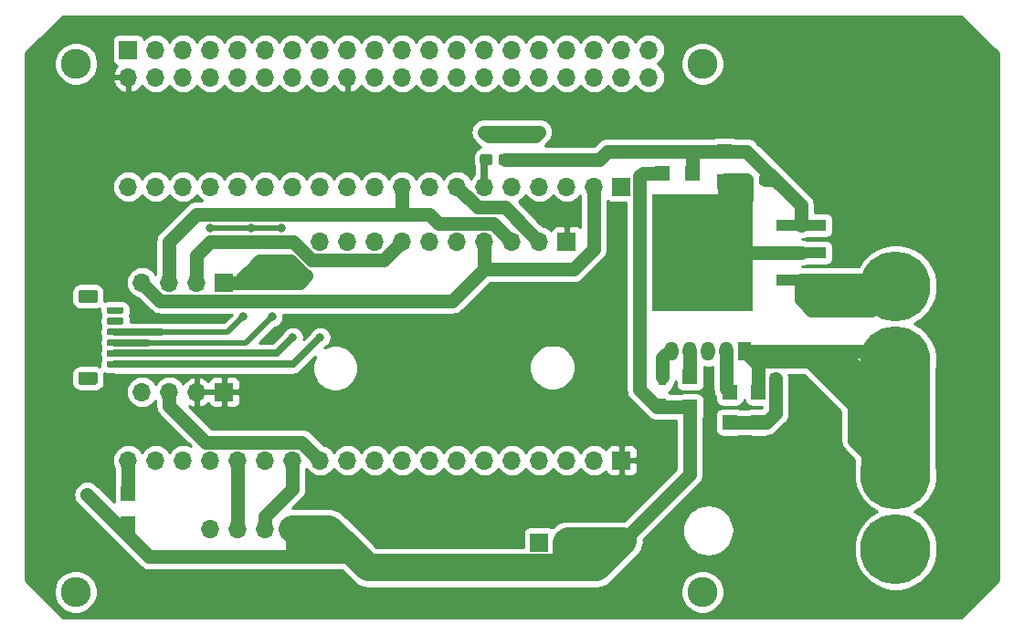
<source format=gbr>
G04 #@! TF.GenerationSoftware,KiCad,Pcbnew,5.0.2-bee76a0~70~ubuntu18.04.1*
G04 #@! TF.CreationDate,2019-11-21T17:40:54+09:00*
G04 #@! TF.ProjectId,Drone,44726f6e-652e-46b6-9963-61645f706362,rev?*
G04 #@! TF.SameCoordinates,Original*
G04 #@! TF.FileFunction,Copper,L2,Bot*
G04 #@! TF.FilePolarity,Positive*
%FSLAX46Y46*%
G04 Gerber Fmt 4.6, Leading zero omitted, Abs format (unit mm)*
G04 Created by KiCad (PCBNEW 5.0.2-bee76a0~70~ubuntu18.04.1) date 2019年11月21日 17時40分54秒*
%MOMM*%
%LPD*%
G01*
G04 APERTURE LIST*
G04 #@! TA.AperFunction,SMDPad,CuDef*
%ADD10R,9.400000X10.800000*%
G04 #@! TD*
G04 #@! TA.AperFunction,SMDPad,CuDef*
%ADD11R,4.600000X1.100000*%
G04 #@! TD*
G04 #@! TA.AperFunction,ComponentPad*
%ADD12O,1.275000X1.800000*%
G04 #@! TD*
G04 #@! TA.AperFunction,ComponentPad*
%ADD13R,1.275000X1.800000*%
G04 #@! TD*
G04 #@! TA.AperFunction,ComponentPad*
%ADD14O,1.700000X1.700000*%
G04 #@! TD*
G04 #@! TA.AperFunction,ComponentPad*
%ADD15R,1.700000X1.700000*%
G04 #@! TD*
G04 #@! TA.AperFunction,ComponentPad*
%ADD16C,6.500000*%
G04 #@! TD*
G04 #@! TA.AperFunction,Conductor*
%ADD17C,0.100000*%
G04 #@! TD*
G04 #@! TA.AperFunction,SMDPad,CuDef*
%ADD18C,1.000000*%
G04 #@! TD*
G04 #@! TA.AperFunction,SMDPad,CuDef*
%ADD19R,1.400000X1.400000*%
G04 #@! TD*
G04 #@! TA.AperFunction,SMDPad,CuDef*
%ADD20C,0.600000*%
G04 #@! TD*
G04 #@! TA.AperFunction,SMDPad,CuDef*
%ADD21C,1.200000*%
G04 #@! TD*
G04 #@! TA.AperFunction,SMDPad,CuDef*
%ADD22R,0.700000X0.900000*%
G04 #@! TD*
G04 #@! TA.AperFunction,SMDPad,CuDef*
%ADD23C,1.050000*%
G04 #@! TD*
G04 #@! TA.AperFunction,ViaPad*
%ADD24C,2.780000*%
G04 #@! TD*
G04 #@! TA.AperFunction,ViaPad*
%ADD25C,0.800000*%
G04 #@! TD*
G04 #@! TA.AperFunction,Conductor*
%ADD26C,1.270000*%
G04 #@! TD*
G04 #@! TA.AperFunction,Conductor*
%ADD27C,0.508000*%
G04 #@! TD*
G04 #@! TA.AperFunction,Conductor*
%ADD28C,6.350000*%
G04 #@! TD*
G04 #@! TA.AperFunction,Conductor*
%ADD29C,2.540000*%
G04 #@! TD*
G04 #@! TA.AperFunction,Conductor*
%ADD30C,0.635000*%
G04 #@! TD*
G04 #@! TA.AperFunction,Conductor*
%ADD31C,0.254000*%
G04 #@! TD*
G04 APERTURE END LIST*
D10*
G04 #@! TO.P,U2,4*
G04 #@! TO.N,GND*
X154825000Y-95015000D03*
D11*
G04 #@! TO.P,U2,3*
G04 #@! TO.N,ESC_GND*
X163975000Y-97555000D03*
G04 #@! TO.P,U2,2*
G04 #@! TO.N,GND*
X163975000Y-95015000D03*
G04 #@! TO.P,U2,1*
G04 #@! TO.N,Net-(D3-Pad2)*
X163975000Y-92475000D03*
G04 #@! TD*
D12*
G04 #@! TO.P,U1,5*
G04 #@! TO.N,GND*
X151950000Y-104140000D03*
G04 #@! TO.P,U1,4*
G04 #@! TO.N,Net-(C2-Pad1)*
X153650000Y-104140000D03*
G04 #@! TO.P,U1,3*
G04 #@! TO.N,GND*
X155350000Y-104140000D03*
G04 #@! TO.P,U1,2*
G04 #@! TO.N,Net-(D2-Pad1)*
X157050000Y-104140000D03*
D13*
G04 #@! TO.P,U1,1*
G04 #@! TO.N,BAT*
X158750000Y-104140000D03*
G04 #@! TD*
D14*
G04 #@! TO.P,J11,2*
G04 #@! TO.N,5V*
X142240000Y-121920000D03*
D15*
G04 #@! TO.P,J11,1*
G04 #@! TO.N,GND*
X139700000Y-121920000D03*
G04 #@! TD*
G04 #@! TO.P,J9,1*
G04 #@! TO.N,3V3*
X110490000Y-107950000D03*
D14*
G04 #@! TO.P,J9,2*
X107950000Y-107950000D03*
G04 #@! TO.P,J9,3*
G04 #@! TO.N,CSBN*
X105410000Y-107950000D03*
G04 #@! TO.P,J9,4*
G04 #@! TO.N,GND*
X102870000Y-107950000D03*
G04 #@! TD*
D16*
G04 #@! TO.P,J10,2*
G04 #@! TO.N,BAT*
X172720000Y-105075000D03*
G04 #@! TO.P,J10,1*
G04 #@! TO.N,ESC_GND*
X172720000Y-98125000D03*
G04 #@! TD*
G04 #@! TO.P,J2,2*
G04 #@! TO.N,BAT*
X172720000Y-115570000D03*
G04 #@! TO.P,J2,1*
G04 #@! TO.N,GND*
X172720000Y-122520000D03*
G04 #@! TD*
D17*
G04 #@! TO.N,GND*
G04 #@! TO.C,C1*
G36*
X161919504Y-106181204D02*
X161943773Y-106184804D01*
X161967571Y-106190765D01*
X161990671Y-106199030D01*
X162012849Y-106209520D01*
X162033893Y-106222133D01*
X162053598Y-106236747D01*
X162071777Y-106253223D01*
X162088253Y-106271402D01*
X162102867Y-106291107D01*
X162115480Y-106312151D01*
X162125970Y-106334329D01*
X162134235Y-106357429D01*
X162140196Y-106381227D01*
X162143796Y-106405496D01*
X162145000Y-106430000D01*
X162145000Y-106930000D01*
X162143796Y-106954504D01*
X162140196Y-106978773D01*
X162134235Y-107002571D01*
X162125970Y-107025671D01*
X162115480Y-107047849D01*
X162102867Y-107068893D01*
X162088253Y-107088598D01*
X162071777Y-107106777D01*
X162053598Y-107123253D01*
X162033893Y-107137867D01*
X162012849Y-107150480D01*
X161990671Y-107160970D01*
X161967571Y-107169235D01*
X161943773Y-107175196D01*
X161919504Y-107178796D01*
X161895000Y-107180000D01*
X161295000Y-107180000D01*
X161270496Y-107178796D01*
X161246227Y-107175196D01*
X161222429Y-107169235D01*
X161199329Y-107160970D01*
X161177151Y-107150480D01*
X161156107Y-107137867D01*
X161136402Y-107123253D01*
X161118223Y-107106777D01*
X161101747Y-107088598D01*
X161087133Y-107068893D01*
X161074520Y-107047849D01*
X161064030Y-107025671D01*
X161055765Y-107002571D01*
X161049804Y-106978773D01*
X161046204Y-106954504D01*
X161045000Y-106930000D01*
X161045000Y-106430000D01*
X161046204Y-106405496D01*
X161049804Y-106381227D01*
X161055765Y-106357429D01*
X161064030Y-106334329D01*
X161074520Y-106312151D01*
X161087133Y-106291107D01*
X161101747Y-106271402D01*
X161118223Y-106253223D01*
X161136402Y-106236747D01*
X161156107Y-106222133D01*
X161177151Y-106209520D01*
X161199329Y-106199030D01*
X161222429Y-106190765D01*
X161246227Y-106184804D01*
X161270496Y-106181204D01*
X161295000Y-106180000D01*
X161895000Y-106180000D01*
X161919504Y-106181204D01*
X161919504Y-106181204D01*
G37*
D18*
G04 #@! TD*
G04 #@! TO.P,C1,2*
G04 #@! TO.N,GND*
X161595000Y-106680000D03*
D17*
G04 #@! TO.N,BAT*
G04 #@! TO.C,C1*
G36*
X161919504Y-104606204D02*
X161943773Y-104609804D01*
X161967571Y-104615765D01*
X161990671Y-104624030D01*
X162012849Y-104634520D01*
X162033893Y-104647133D01*
X162053598Y-104661747D01*
X162071777Y-104678223D01*
X162088253Y-104696402D01*
X162102867Y-104716107D01*
X162115480Y-104737151D01*
X162125970Y-104759329D01*
X162134235Y-104782429D01*
X162140196Y-104806227D01*
X162143796Y-104830496D01*
X162145000Y-104855000D01*
X162145000Y-105355000D01*
X162143796Y-105379504D01*
X162140196Y-105403773D01*
X162134235Y-105427571D01*
X162125970Y-105450671D01*
X162115480Y-105472849D01*
X162102867Y-105493893D01*
X162088253Y-105513598D01*
X162071777Y-105531777D01*
X162053598Y-105548253D01*
X162033893Y-105562867D01*
X162012849Y-105575480D01*
X161990671Y-105585970D01*
X161967571Y-105594235D01*
X161943773Y-105600196D01*
X161919504Y-105603796D01*
X161895000Y-105605000D01*
X161295000Y-105605000D01*
X161270496Y-105603796D01*
X161246227Y-105600196D01*
X161222429Y-105594235D01*
X161199329Y-105585970D01*
X161177151Y-105575480D01*
X161156107Y-105562867D01*
X161136402Y-105548253D01*
X161118223Y-105531777D01*
X161101747Y-105513598D01*
X161087133Y-105493893D01*
X161074520Y-105472849D01*
X161064030Y-105450671D01*
X161055765Y-105427571D01*
X161049804Y-105403773D01*
X161046204Y-105379504D01*
X161045000Y-105355000D01*
X161045000Y-104855000D01*
X161046204Y-104830496D01*
X161049804Y-104806227D01*
X161055765Y-104782429D01*
X161064030Y-104759329D01*
X161074520Y-104737151D01*
X161087133Y-104716107D01*
X161101747Y-104696402D01*
X161118223Y-104678223D01*
X161136402Y-104661747D01*
X161156107Y-104647133D01*
X161177151Y-104634520D01*
X161199329Y-104624030D01*
X161222429Y-104615765D01*
X161246227Y-104609804D01*
X161270496Y-104606204D01*
X161295000Y-104605000D01*
X161895000Y-104605000D01*
X161919504Y-104606204D01*
X161919504Y-104606204D01*
G37*
D18*
G04 #@! TD*
G04 #@! TO.P,C1,1*
G04 #@! TO.N,BAT*
X161595000Y-105105000D03*
D19*
G04 #@! TO.P,D1,1*
G04 #@! TO.N,BAT*
X160020000Y-107950000D03*
G04 #@! TO.P,D1,2*
G04 #@! TO.N,GND*
X160020000Y-110750000D03*
G04 #@! TD*
G04 #@! TO.P,D2,2*
G04 #@! TO.N,GND*
X157350000Y-110750000D03*
G04 #@! TO.P,D2,1*
G04 #@! TO.N,Net-(D2-Pad1)*
X157350000Y-107950000D03*
G04 #@! TD*
D17*
G04 #@! TO.N,Net-(J1-Pad1)*
G04 #@! TO.C,J1*
G36*
X101024703Y-100070722D02*
X101039264Y-100072882D01*
X101053543Y-100076459D01*
X101067403Y-100081418D01*
X101080710Y-100087712D01*
X101093336Y-100095280D01*
X101105159Y-100104048D01*
X101116066Y-100113934D01*
X101125952Y-100124841D01*
X101134720Y-100136664D01*
X101142288Y-100149290D01*
X101148582Y-100162597D01*
X101153541Y-100176457D01*
X101157118Y-100190736D01*
X101159278Y-100205297D01*
X101160000Y-100220000D01*
X101160000Y-100520000D01*
X101159278Y-100534703D01*
X101157118Y-100549264D01*
X101153541Y-100563543D01*
X101148582Y-100577403D01*
X101142288Y-100590710D01*
X101134720Y-100603336D01*
X101125952Y-100615159D01*
X101116066Y-100626066D01*
X101105159Y-100635952D01*
X101093336Y-100644720D01*
X101080710Y-100652288D01*
X101067403Y-100658582D01*
X101053543Y-100663541D01*
X101039264Y-100667118D01*
X101024703Y-100669278D01*
X101010000Y-100670000D01*
X99760000Y-100670000D01*
X99745297Y-100669278D01*
X99730736Y-100667118D01*
X99716457Y-100663541D01*
X99702597Y-100658582D01*
X99689290Y-100652288D01*
X99676664Y-100644720D01*
X99664841Y-100635952D01*
X99653934Y-100626066D01*
X99644048Y-100615159D01*
X99635280Y-100603336D01*
X99627712Y-100590710D01*
X99621418Y-100577403D01*
X99616459Y-100563543D01*
X99612882Y-100549264D01*
X99610722Y-100534703D01*
X99610000Y-100520000D01*
X99610000Y-100220000D01*
X99610722Y-100205297D01*
X99612882Y-100190736D01*
X99616459Y-100176457D01*
X99621418Y-100162597D01*
X99627712Y-100149290D01*
X99635280Y-100136664D01*
X99644048Y-100124841D01*
X99653934Y-100113934D01*
X99664841Y-100104048D01*
X99676664Y-100095280D01*
X99689290Y-100087712D01*
X99702597Y-100081418D01*
X99716457Y-100076459D01*
X99730736Y-100072882D01*
X99745297Y-100070722D01*
X99760000Y-100070000D01*
X101010000Y-100070000D01*
X101024703Y-100070722D01*
X101024703Y-100070722D01*
G37*
D20*
G04 #@! TD*
G04 #@! TO.P,J1,1*
G04 #@! TO.N,Net-(J1-Pad1)*
X100385000Y-100370000D03*
D17*
G04 #@! TO.N,Net-(J1-Pad2)*
G04 #@! TO.C,J1*
G36*
X101024703Y-101070722D02*
X101039264Y-101072882D01*
X101053543Y-101076459D01*
X101067403Y-101081418D01*
X101080710Y-101087712D01*
X101093336Y-101095280D01*
X101105159Y-101104048D01*
X101116066Y-101113934D01*
X101125952Y-101124841D01*
X101134720Y-101136664D01*
X101142288Y-101149290D01*
X101148582Y-101162597D01*
X101153541Y-101176457D01*
X101157118Y-101190736D01*
X101159278Y-101205297D01*
X101160000Y-101220000D01*
X101160000Y-101520000D01*
X101159278Y-101534703D01*
X101157118Y-101549264D01*
X101153541Y-101563543D01*
X101148582Y-101577403D01*
X101142288Y-101590710D01*
X101134720Y-101603336D01*
X101125952Y-101615159D01*
X101116066Y-101626066D01*
X101105159Y-101635952D01*
X101093336Y-101644720D01*
X101080710Y-101652288D01*
X101067403Y-101658582D01*
X101053543Y-101663541D01*
X101039264Y-101667118D01*
X101024703Y-101669278D01*
X101010000Y-101670000D01*
X99760000Y-101670000D01*
X99745297Y-101669278D01*
X99730736Y-101667118D01*
X99716457Y-101663541D01*
X99702597Y-101658582D01*
X99689290Y-101652288D01*
X99676664Y-101644720D01*
X99664841Y-101635952D01*
X99653934Y-101626066D01*
X99644048Y-101615159D01*
X99635280Y-101603336D01*
X99627712Y-101590710D01*
X99621418Y-101577403D01*
X99616459Y-101563543D01*
X99612882Y-101549264D01*
X99610722Y-101534703D01*
X99610000Y-101520000D01*
X99610000Y-101220000D01*
X99610722Y-101205297D01*
X99612882Y-101190736D01*
X99616459Y-101176457D01*
X99621418Y-101162597D01*
X99627712Y-101149290D01*
X99635280Y-101136664D01*
X99644048Y-101124841D01*
X99653934Y-101113934D01*
X99664841Y-101104048D01*
X99676664Y-101095280D01*
X99689290Y-101087712D01*
X99702597Y-101081418D01*
X99716457Y-101076459D01*
X99730736Y-101072882D01*
X99745297Y-101070722D01*
X99760000Y-101070000D01*
X101010000Y-101070000D01*
X101024703Y-101070722D01*
X101024703Y-101070722D01*
G37*
D20*
G04 #@! TD*
G04 #@! TO.P,J1,2*
G04 #@! TO.N,Net-(J1-Pad2)*
X100385000Y-101370000D03*
D17*
G04 #@! TO.N,GPIO15*
G04 #@! TO.C,J1*
G36*
X101024703Y-102070722D02*
X101039264Y-102072882D01*
X101053543Y-102076459D01*
X101067403Y-102081418D01*
X101080710Y-102087712D01*
X101093336Y-102095280D01*
X101105159Y-102104048D01*
X101116066Y-102113934D01*
X101125952Y-102124841D01*
X101134720Y-102136664D01*
X101142288Y-102149290D01*
X101148582Y-102162597D01*
X101153541Y-102176457D01*
X101157118Y-102190736D01*
X101159278Y-102205297D01*
X101160000Y-102220000D01*
X101160000Y-102520000D01*
X101159278Y-102534703D01*
X101157118Y-102549264D01*
X101153541Y-102563543D01*
X101148582Y-102577403D01*
X101142288Y-102590710D01*
X101134720Y-102603336D01*
X101125952Y-102615159D01*
X101116066Y-102626066D01*
X101105159Y-102635952D01*
X101093336Y-102644720D01*
X101080710Y-102652288D01*
X101067403Y-102658582D01*
X101053543Y-102663541D01*
X101039264Y-102667118D01*
X101024703Y-102669278D01*
X101010000Y-102670000D01*
X99760000Y-102670000D01*
X99745297Y-102669278D01*
X99730736Y-102667118D01*
X99716457Y-102663541D01*
X99702597Y-102658582D01*
X99689290Y-102652288D01*
X99676664Y-102644720D01*
X99664841Y-102635952D01*
X99653934Y-102626066D01*
X99644048Y-102615159D01*
X99635280Y-102603336D01*
X99627712Y-102590710D01*
X99621418Y-102577403D01*
X99616459Y-102563543D01*
X99612882Y-102549264D01*
X99610722Y-102534703D01*
X99610000Y-102520000D01*
X99610000Y-102220000D01*
X99610722Y-102205297D01*
X99612882Y-102190736D01*
X99616459Y-102176457D01*
X99621418Y-102162597D01*
X99627712Y-102149290D01*
X99635280Y-102136664D01*
X99644048Y-102124841D01*
X99653934Y-102113934D01*
X99664841Y-102104048D01*
X99676664Y-102095280D01*
X99689290Y-102087712D01*
X99702597Y-102081418D01*
X99716457Y-102076459D01*
X99730736Y-102072882D01*
X99745297Y-102070722D01*
X99760000Y-102070000D01*
X101010000Y-102070000D01*
X101024703Y-102070722D01*
X101024703Y-102070722D01*
G37*
D20*
G04 #@! TD*
G04 #@! TO.P,J1,3*
G04 #@! TO.N,GPIO15*
X100385000Y-102370000D03*
D17*
G04 #@! TO.N,GPIO4*
G04 #@! TO.C,J1*
G36*
X101024703Y-103070722D02*
X101039264Y-103072882D01*
X101053543Y-103076459D01*
X101067403Y-103081418D01*
X101080710Y-103087712D01*
X101093336Y-103095280D01*
X101105159Y-103104048D01*
X101116066Y-103113934D01*
X101125952Y-103124841D01*
X101134720Y-103136664D01*
X101142288Y-103149290D01*
X101148582Y-103162597D01*
X101153541Y-103176457D01*
X101157118Y-103190736D01*
X101159278Y-103205297D01*
X101160000Y-103220000D01*
X101160000Y-103520000D01*
X101159278Y-103534703D01*
X101157118Y-103549264D01*
X101153541Y-103563543D01*
X101148582Y-103577403D01*
X101142288Y-103590710D01*
X101134720Y-103603336D01*
X101125952Y-103615159D01*
X101116066Y-103626066D01*
X101105159Y-103635952D01*
X101093336Y-103644720D01*
X101080710Y-103652288D01*
X101067403Y-103658582D01*
X101053543Y-103663541D01*
X101039264Y-103667118D01*
X101024703Y-103669278D01*
X101010000Y-103670000D01*
X99760000Y-103670000D01*
X99745297Y-103669278D01*
X99730736Y-103667118D01*
X99716457Y-103663541D01*
X99702597Y-103658582D01*
X99689290Y-103652288D01*
X99676664Y-103644720D01*
X99664841Y-103635952D01*
X99653934Y-103626066D01*
X99644048Y-103615159D01*
X99635280Y-103603336D01*
X99627712Y-103590710D01*
X99621418Y-103577403D01*
X99616459Y-103563543D01*
X99612882Y-103549264D01*
X99610722Y-103534703D01*
X99610000Y-103520000D01*
X99610000Y-103220000D01*
X99610722Y-103205297D01*
X99612882Y-103190736D01*
X99616459Y-103176457D01*
X99621418Y-103162597D01*
X99627712Y-103149290D01*
X99635280Y-103136664D01*
X99644048Y-103124841D01*
X99653934Y-103113934D01*
X99664841Y-103104048D01*
X99676664Y-103095280D01*
X99689290Y-103087712D01*
X99702597Y-103081418D01*
X99716457Y-103076459D01*
X99730736Y-103072882D01*
X99745297Y-103070722D01*
X99760000Y-103070000D01*
X101010000Y-103070000D01*
X101024703Y-103070722D01*
X101024703Y-103070722D01*
G37*
D20*
G04 #@! TD*
G04 #@! TO.P,J1,4*
G04 #@! TO.N,GPIO4*
X100385000Y-103370000D03*
D17*
G04 #@! TO.N,GPIO16*
G04 #@! TO.C,J1*
G36*
X101024703Y-104070722D02*
X101039264Y-104072882D01*
X101053543Y-104076459D01*
X101067403Y-104081418D01*
X101080710Y-104087712D01*
X101093336Y-104095280D01*
X101105159Y-104104048D01*
X101116066Y-104113934D01*
X101125952Y-104124841D01*
X101134720Y-104136664D01*
X101142288Y-104149290D01*
X101148582Y-104162597D01*
X101153541Y-104176457D01*
X101157118Y-104190736D01*
X101159278Y-104205297D01*
X101160000Y-104220000D01*
X101160000Y-104520000D01*
X101159278Y-104534703D01*
X101157118Y-104549264D01*
X101153541Y-104563543D01*
X101148582Y-104577403D01*
X101142288Y-104590710D01*
X101134720Y-104603336D01*
X101125952Y-104615159D01*
X101116066Y-104626066D01*
X101105159Y-104635952D01*
X101093336Y-104644720D01*
X101080710Y-104652288D01*
X101067403Y-104658582D01*
X101053543Y-104663541D01*
X101039264Y-104667118D01*
X101024703Y-104669278D01*
X101010000Y-104670000D01*
X99760000Y-104670000D01*
X99745297Y-104669278D01*
X99730736Y-104667118D01*
X99716457Y-104663541D01*
X99702597Y-104658582D01*
X99689290Y-104652288D01*
X99676664Y-104644720D01*
X99664841Y-104635952D01*
X99653934Y-104626066D01*
X99644048Y-104615159D01*
X99635280Y-104603336D01*
X99627712Y-104590710D01*
X99621418Y-104577403D01*
X99616459Y-104563543D01*
X99612882Y-104549264D01*
X99610722Y-104534703D01*
X99610000Y-104520000D01*
X99610000Y-104220000D01*
X99610722Y-104205297D01*
X99612882Y-104190736D01*
X99616459Y-104176457D01*
X99621418Y-104162597D01*
X99627712Y-104149290D01*
X99635280Y-104136664D01*
X99644048Y-104124841D01*
X99653934Y-104113934D01*
X99664841Y-104104048D01*
X99676664Y-104095280D01*
X99689290Y-104087712D01*
X99702597Y-104081418D01*
X99716457Y-104076459D01*
X99730736Y-104072882D01*
X99745297Y-104070722D01*
X99760000Y-104070000D01*
X101010000Y-104070000D01*
X101024703Y-104070722D01*
X101024703Y-104070722D01*
G37*
D20*
G04 #@! TD*
G04 #@! TO.P,J1,5*
G04 #@! TO.N,GPIO16*
X100385000Y-104370000D03*
D17*
G04 #@! TO.N,GPIO17*
G04 #@! TO.C,J1*
G36*
X101024703Y-105070722D02*
X101039264Y-105072882D01*
X101053543Y-105076459D01*
X101067403Y-105081418D01*
X101080710Y-105087712D01*
X101093336Y-105095280D01*
X101105159Y-105104048D01*
X101116066Y-105113934D01*
X101125952Y-105124841D01*
X101134720Y-105136664D01*
X101142288Y-105149290D01*
X101148582Y-105162597D01*
X101153541Y-105176457D01*
X101157118Y-105190736D01*
X101159278Y-105205297D01*
X101160000Y-105220000D01*
X101160000Y-105520000D01*
X101159278Y-105534703D01*
X101157118Y-105549264D01*
X101153541Y-105563543D01*
X101148582Y-105577403D01*
X101142288Y-105590710D01*
X101134720Y-105603336D01*
X101125952Y-105615159D01*
X101116066Y-105626066D01*
X101105159Y-105635952D01*
X101093336Y-105644720D01*
X101080710Y-105652288D01*
X101067403Y-105658582D01*
X101053543Y-105663541D01*
X101039264Y-105667118D01*
X101024703Y-105669278D01*
X101010000Y-105670000D01*
X99760000Y-105670000D01*
X99745297Y-105669278D01*
X99730736Y-105667118D01*
X99716457Y-105663541D01*
X99702597Y-105658582D01*
X99689290Y-105652288D01*
X99676664Y-105644720D01*
X99664841Y-105635952D01*
X99653934Y-105626066D01*
X99644048Y-105615159D01*
X99635280Y-105603336D01*
X99627712Y-105590710D01*
X99621418Y-105577403D01*
X99616459Y-105563543D01*
X99612882Y-105549264D01*
X99610722Y-105534703D01*
X99610000Y-105520000D01*
X99610000Y-105220000D01*
X99610722Y-105205297D01*
X99612882Y-105190736D01*
X99616459Y-105176457D01*
X99621418Y-105162597D01*
X99627712Y-105149290D01*
X99635280Y-105136664D01*
X99644048Y-105124841D01*
X99653934Y-105113934D01*
X99664841Y-105104048D01*
X99676664Y-105095280D01*
X99689290Y-105087712D01*
X99702597Y-105081418D01*
X99716457Y-105076459D01*
X99730736Y-105072882D01*
X99745297Y-105070722D01*
X99760000Y-105070000D01*
X101010000Y-105070000D01*
X101024703Y-105070722D01*
X101024703Y-105070722D01*
G37*
D20*
G04 #@! TD*
G04 #@! TO.P,J1,6*
G04 #@! TO.N,GPIO17*
X100385000Y-105370000D03*
D17*
G04 #@! TO.N,N/C*
G04 #@! TO.C,J1*
G36*
X98534505Y-98471204D02*
X98558773Y-98474804D01*
X98582572Y-98480765D01*
X98605671Y-98489030D01*
X98627850Y-98499520D01*
X98648893Y-98512132D01*
X98668599Y-98526747D01*
X98686777Y-98543223D01*
X98703253Y-98561401D01*
X98717868Y-98581107D01*
X98730480Y-98602150D01*
X98740970Y-98624329D01*
X98749235Y-98647428D01*
X98755196Y-98671227D01*
X98758796Y-98695495D01*
X98760000Y-98719999D01*
X98760000Y-99420001D01*
X98758796Y-99444505D01*
X98755196Y-99468773D01*
X98749235Y-99492572D01*
X98740970Y-99515671D01*
X98730480Y-99537850D01*
X98717868Y-99558893D01*
X98703253Y-99578599D01*
X98686777Y-99596777D01*
X98668599Y-99613253D01*
X98648893Y-99627868D01*
X98627850Y-99640480D01*
X98605671Y-99650970D01*
X98582572Y-99659235D01*
X98558773Y-99665196D01*
X98534505Y-99668796D01*
X98510001Y-99670000D01*
X97209999Y-99670000D01*
X97185495Y-99668796D01*
X97161227Y-99665196D01*
X97137428Y-99659235D01*
X97114329Y-99650970D01*
X97092150Y-99640480D01*
X97071107Y-99627868D01*
X97051401Y-99613253D01*
X97033223Y-99596777D01*
X97016747Y-99578599D01*
X97002132Y-99558893D01*
X96989520Y-99537850D01*
X96979030Y-99515671D01*
X96970765Y-99492572D01*
X96964804Y-99468773D01*
X96961204Y-99444505D01*
X96960000Y-99420001D01*
X96960000Y-98719999D01*
X96961204Y-98695495D01*
X96964804Y-98671227D01*
X96970765Y-98647428D01*
X96979030Y-98624329D01*
X96989520Y-98602150D01*
X97002132Y-98581107D01*
X97016747Y-98561401D01*
X97033223Y-98543223D01*
X97051401Y-98526747D01*
X97071107Y-98512132D01*
X97092150Y-98499520D01*
X97114329Y-98489030D01*
X97137428Y-98480765D01*
X97161227Y-98474804D01*
X97185495Y-98471204D01*
X97209999Y-98470000D01*
X98510001Y-98470000D01*
X98534505Y-98471204D01*
X98534505Y-98471204D01*
G37*
D21*
G04 #@! TD*
G04 #@! TO.P,J1,MP*
G04 #@! TO.N,N/C*
X97860000Y-99070000D03*
D17*
G04 #@! TO.N,N/C*
G04 #@! TO.C,J1*
G36*
X98534505Y-106071204D02*
X98558773Y-106074804D01*
X98582572Y-106080765D01*
X98605671Y-106089030D01*
X98627850Y-106099520D01*
X98648893Y-106112132D01*
X98668599Y-106126747D01*
X98686777Y-106143223D01*
X98703253Y-106161401D01*
X98717868Y-106181107D01*
X98730480Y-106202150D01*
X98740970Y-106224329D01*
X98749235Y-106247428D01*
X98755196Y-106271227D01*
X98758796Y-106295495D01*
X98760000Y-106319999D01*
X98760000Y-107020001D01*
X98758796Y-107044505D01*
X98755196Y-107068773D01*
X98749235Y-107092572D01*
X98740970Y-107115671D01*
X98730480Y-107137850D01*
X98717868Y-107158893D01*
X98703253Y-107178599D01*
X98686777Y-107196777D01*
X98668599Y-107213253D01*
X98648893Y-107227868D01*
X98627850Y-107240480D01*
X98605671Y-107250970D01*
X98582572Y-107259235D01*
X98558773Y-107265196D01*
X98534505Y-107268796D01*
X98510001Y-107270000D01*
X97209999Y-107270000D01*
X97185495Y-107268796D01*
X97161227Y-107265196D01*
X97137428Y-107259235D01*
X97114329Y-107250970D01*
X97092150Y-107240480D01*
X97071107Y-107227868D01*
X97051401Y-107213253D01*
X97033223Y-107196777D01*
X97016747Y-107178599D01*
X97002132Y-107158893D01*
X96989520Y-107137850D01*
X96979030Y-107115671D01*
X96970765Y-107092572D01*
X96964804Y-107068773D01*
X96961204Y-107044505D01*
X96960000Y-107020001D01*
X96960000Y-106319999D01*
X96961204Y-106295495D01*
X96964804Y-106271227D01*
X96970765Y-106247428D01*
X96979030Y-106224329D01*
X96989520Y-106202150D01*
X97002132Y-106181107D01*
X97016747Y-106161401D01*
X97033223Y-106143223D01*
X97051401Y-106126747D01*
X97071107Y-106112132D01*
X97092150Y-106099520D01*
X97114329Y-106089030D01*
X97137428Y-106080765D01*
X97161227Y-106074804D01*
X97185495Y-106071204D01*
X97209999Y-106070000D01*
X98510001Y-106070000D01*
X98534505Y-106071204D01*
X98534505Y-106071204D01*
G37*
D21*
G04 #@! TD*
G04 #@! TO.P,J1,MP*
G04 #@! TO.N,N/C*
X97860000Y-106670000D03*
D14*
G04 #@! TO.P,J3,19*
G04 #@! TO.N,Net-(D6-Pad1)*
X101600000Y-114300000D03*
G04 #@! TO.P,J3,18*
G04 #@! TO.N,CMD*
X104140000Y-114300000D03*
G04 #@! TO.P,J3,17*
G04 #@! TO.N,SD3*
X106680000Y-114300000D03*
G04 #@! TO.P,J3,16*
G04 #@! TO.N,SD2*
X109220000Y-114300000D03*
G04 #@! TO.P,J3,15*
G04 #@! TO.N,Echo*
X111760000Y-114300000D03*
G04 #@! TO.P,J3,14*
G04 #@! TO.N,GND*
X114300000Y-114300000D03*
G04 #@! TO.P,J3,13*
G04 #@! TO.N,GPIO12*
X116840000Y-114300000D03*
G04 #@! TO.P,J3,12*
G04 #@! TO.N,CSBN*
X119380000Y-114300000D03*
G04 #@! TO.P,J3,11*
G04 #@! TO.N,GPIO27*
X121920000Y-114300000D03*
G04 #@! TO.P,J3,10*
G04 #@! TO.N,GPIO26*
X124460000Y-114300000D03*
G04 #@! TO.P,J3,9*
G04 #@! TO.N,GPIO25*
X127000000Y-114300000D03*
G04 #@! TO.P,J3,8*
G04 #@! TO.N,GPIO33*
X129540000Y-114300000D03*
G04 #@! TO.P,J3,7*
G04 #@! TO.N,GPIO32*
X132080000Y-114300000D03*
G04 #@! TO.P,J3,6*
G04 #@! TO.N,GPIO35*
X134620000Y-114300000D03*
G04 #@! TO.P,J3,5*
G04 #@! TO.N,GPIO34*
X137160000Y-114300000D03*
G04 #@! TO.P,J3,4*
G04 #@! TO.N,VN*
X139700000Y-114300000D03*
G04 #@! TO.P,J3,3*
G04 #@! TO.N,VP*
X142240000Y-114300000D03*
G04 #@! TO.P,J3,2*
G04 #@! TO.N,EN*
X144780000Y-114300000D03*
D15*
G04 #@! TO.P,J3,1*
G04 #@! TO.N,3V3*
X147320000Y-114300000D03*
G04 #@! TD*
G04 #@! TO.P,J4,1*
G04 #@! TO.N,5V*
X101600000Y-76200000D03*
D14*
G04 #@! TO.P,J4,2*
G04 #@! TO.N,3V3*
X101600000Y-78740000D03*
G04 #@! TO.P,J4,3*
G04 #@! TO.N,5V*
X104140000Y-76200000D03*
G04 #@! TO.P,J4,4*
G04 #@! TO.N,Net-(J4-Pad4)*
X104140000Y-78740000D03*
G04 #@! TO.P,J4,5*
G04 #@! TO.N,GND*
X106680000Y-76200000D03*
G04 #@! TO.P,J4,6*
G04 #@! TO.N,Net-(J4-Pad6)*
X106680000Y-78740000D03*
G04 #@! TO.P,J4,7*
G04 #@! TO.N,PI_UART_TX*
X109220000Y-76200000D03*
G04 #@! TO.P,J4,8*
G04 #@! TO.N,Net-(J4-Pad8)*
X109220000Y-78740000D03*
G04 #@! TO.P,J4,9*
G04 #@! TO.N,PI_UART_RX*
X111760000Y-76200000D03*
G04 #@! TO.P,J4,10*
G04 #@! TO.N,GND*
X111760000Y-78740000D03*
G04 #@! TO.P,J4,11*
G04 #@! TO.N,Net-(J4-Pad11)*
X114300000Y-76200000D03*
G04 #@! TO.P,J4,12*
G04 #@! TO.N,Net-(J4-Pad12)*
X114300000Y-78740000D03*
G04 #@! TO.P,J4,13*
G04 #@! TO.N,GND*
X116840000Y-76200000D03*
G04 #@! TO.P,J4,14*
G04 #@! TO.N,Net-(J4-Pad14)*
X116840000Y-78740000D03*
G04 #@! TO.P,J4,15*
G04 #@! TO.N,PI_PIGPIO_TX*
X119380000Y-76200000D03*
G04 #@! TO.P,J4,16*
G04 #@! TO.N,Net-(J4-Pad16)*
X119380000Y-78740000D03*
G04 #@! TO.P,J4,17*
G04 #@! TO.N,PI_PIGPIO_RX*
X121920000Y-76200000D03*
G04 #@! TO.P,J4,18*
G04 #@! TO.N,3V3*
X121920000Y-78740000D03*
G04 #@! TO.P,J4,19*
G04 #@! TO.N,GND*
X124460000Y-76200000D03*
G04 #@! TO.P,J4,20*
G04 #@! TO.N,PI_GPIO10*
X124460000Y-78740000D03*
G04 #@! TO.P,J4,21*
G04 #@! TO.N,Net-(J4-Pad21)*
X127000000Y-76200000D03*
G04 #@! TO.P,J4,22*
G04 #@! TO.N,PI_GPIO9*
X127000000Y-78740000D03*
G04 #@! TO.P,J4,23*
G04 #@! TO.N,PI_GPIO8*
X129540000Y-76200000D03*
G04 #@! TO.P,J4,24*
G04 #@! TO.N,PI_GPIO11*
X129540000Y-78740000D03*
G04 #@! TO.P,J4,25*
G04 #@! TO.N,Net-(J4-Pad25)*
X132080000Y-76200000D03*
G04 #@! TO.P,J4,26*
G04 #@! TO.N,GND*
X132080000Y-78740000D03*
G04 #@! TO.P,J4,27*
G04 #@! TO.N,Net-(J4-Pad27)*
X134620000Y-76200000D03*
G04 #@! TO.P,J4,28*
G04 #@! TO.N,Net-(J4-Pad28)*
X134620000Y-78740000D03*
G04 #@! TO.P,J4,29*
G04 #@! TO.N,GND*
X137160000Y-76200000D03*
G04 #@! TO.P,J4,30*
G04 #@! TO.N,Net-(J4-Pad30)*
X137160000Y-78740000D03*
G04 #@! TO.P,J4,31*
G04 #@! TO.N,Net-(J4-Pad31)*
X139700000Y-76200000D03*
G04 #@! TO.P,J4,32*
G04 #@! TO.N,Net-(J4-Pad32)*
X139700000Y-78740000D03*
G04 #@! TO.P,J4,33*
G04 #@! TO.N,GND*
X142240000Y-76200000D03*
G04 #@! TO.P,J4,34*
G04 #@! TO.N,Net-(J4-Pad34)*
X142240000Y-78740000D03*
G04 #@! TO.P,J4,35*
G04 #@! TO.N,Net-(J4-Pad35)*
X144780000Y-76200000D03*
G04 #@! TO.P,J4,36*
G04 #@! TO.N,Net-(J4-Pad36)*
X144780000Y-78740000D03*
G04 #@! TO.P,J4,37*
G04 #@! TO.N,Net-(J4-Pad37)*
X147320000Y-76200000D03*
G04 #@! TO.P,J4,38*
G04 #@! TO.N,Net-(J4-Pad38)*
X147320000Y-78740000D03*
G04 #@! TO.P,J4,39*
G04 #@! TO.N,Net-(J4-Pad39)*
X149860000Y-76200000D03*
G04 #@! TO.P,J4,40*
G04 #@! TO.N,GND*
X149860000Y-78740000D03*
G04 #@! TD*
D15*
G04 #@! TO.P,J5,1*
G04 #@! TO.N,GND*
X147320000Y-88900000D03*
D14*
G04 #@! TO.P,J5,2*
G04 #@! TO.N,GPIO23*
X144780000Y-88900000D03*
G04 #@! TO.P,J5,3*
G04 #@! TO.N,GPIO22*
X142240000Y-88900000D03*
G04 #@! TO.P,J5,4*
G04 #@! TO.N,PI_UART_RX*
X139700000Y-88900000D03*
G04 #@! TO.P,J5,5*
G04 #@! TO.N,PI_UART_TX*
X137160000Y-88900000D03*
G04 #@! TO.P,J5,6*
G04 #@! TO.N,GPIO21*
X134620000Y-88900000D03*
G04 #@! TO.P,J5,7*
G04 #@! TO.N,GND*
X132080000Y-88900000D03*
G04 #@! TO.P,J5,8*
G04 #@! TO.N,ADO*
X129540000Y-88900000D03*
G04 #@! TO.P,J5,9*
G04 #@! TO.N,GPIO18*
X127000000Y-88900000D03*
G04 #@! TO.P,J5,10*
G04 #@! TO.N,GPIO5*
X124460000Y-88900000D03*
G04 #@! TO.P,J5,11*
G04 #@! TO.N,GPIO17*
X121920000Y-88900000D03*
G04 #@! TO.P,J5,12*
G04 #@! TO.N,GPIO16*
X119380000Y-88900000D03*
G04 #@! TO.P,J5,13*
G04 #@! TO.N,GPIO4*
X116840000Y-88900000D03*
G04 #@! TO.P,J5,14*
G04 #@! TO.N,GPIO0*
X114300000Y-88900000D03*
G04 #@! TO.P,J5,15*
G04 #@! TO.N,GPIO2*
X111760000Y-88900000D03*
G04 #@! TO.P,J5,16*
G04 #@! TO.N,GPIO15*
X109220000Y-88900000D03*
G04 #@! TO.P,J5,17*
G04 #@! TO.N,SD1*
X106680000Y-88900000D03*
G04 #@! TO.P,J5,18*
G04 #@! TO.N,SD0*
X104140000Y-88900000D03*
G04 #@! TO.P,J5,19*
G04 #@! TO.N,CLK*
X101600000Y-88900000D03*
G04 #@! TD*
D15*
G04 #@! TO.P,J6,1*
G04 #@! TO.N,GND*
X110490000Y-97790000D03*
D14*
G04 #@! TO.P,J6,2*
G04 #@! TO.N,ADO*
X107950000Y-97790000D03*
G04 #@! TO.P,J6,3*
G04 #@! TO.N,GPIO18*
X105410000Y-97790000D03*
G04 #@! TO.P,J6,4*
G04 #@! TO.N,GPIO23*
X102870000Y-97790000D03*
G04 #@! TD*
D15*
G04 #@! TO.P,J7,1*
G04 #@! TO.N,5V*
X116840000Y-120650000D03*
D14*
G04 #@! TO.P,J7,2*
G04 #@! TO.N,GPIO12*
X114300000Y-120650000D03*
G04 #@! TO.P,J7,3*
G04 #@! TO.N,Echo*
X111760000Y-120650000D03*
G04 #@! TO.P,J7,4*
G04 #@! TO.N,GND*
X109220000Y-120650000D03*
G04 #@! TD*
D15*
G04 #@! TO.P,J8,1*
G04 #@! TO.N,3V3*
X142240000Y-93980000D03*
D14*
G04 #@! TO.P,J8,2*
G04 #@! TO.N,GND*
X139700000Y-93980000D03*
G04 #@! TO.P,J8,3*
G04 #@! TO.N,GPIO18*
X137160000Y-93980000D03*
G04 #@! TO.P,J8,4*
G04 #@! TO.N,GPIO23*
X134620000Y-93980000D03*
G04 #@! TO.P,J8,5*
G04 #@! TO.N,EDA*
X132080000Y-93980000D03*
G04 #@! TO.P,J8,6*
G04 #@! TO.N,ECL*
X129540000Y-93980000D03*
G04 #@! TO.P,J8,7*
G04 #@! TO.N,ADO*
X127000000Y-93980000D03*
G04 #@! TO.P,J8,8*
G04 #@! TO.N,INT*
X124460000Y-93980000D03*
G04 #@! TO.P,J8,9*
G04 #@! TO.N,GPIO5*
X121920000Y-93980000D03*
G04 #@! TO.P,J8,10*
G04 #@! TO.N,FSYNC*
X119380000Y-93980000D03*
G04 #@! TD*
D19*
G04 #@! TO.P,D3,1*
G04 #@! TO.N,5V*
X151130000Y-87630000D03*
G04 #@! TO.P,D3,2*
G04 #@! TO.N,Net-(D3-Pad2)*
X153930000Y-87630000D03*
G04 #@! TD*
G04 #@! TO.P,D4,2*
G04 #@! TO.N,GND*
X156845000Y-88395000D03*
G04 #@! TO.P,D4,1*
G04 #@! TO.N,Net-(D3-Pad2)*
X156845000Y-85595000D03*
G04 #@! TD*
G04 #@! TO.P,D5,2*
G04 #@! TO.N,Net-(C2-Pad1)*
X153670000Y-106550000D03*
G04 #@! TO.P,D5,1*
G04 #@! TO.N,5V*
X153670000Y-109350000D03*
G04 #@! TD*
G04 #@! TO.P,D6,1*
G04 #@! TO.N,Net-(D6-Pad1)*
X101600000Y-117345000D03*
G04 #@! TO.P,D6,2*
G04 #@! TO.N,5V*
X101600000Y-120145000D03*
G04 #@! TD*
D22*
G04 #@! TO.P,D7,1*
G04 #@! TO.N,5V*
X151130000Y-109000000D03*
G04 #@! TO.P,D7,2*
G04 #@! TO.N,GND*
X151130000Y-106900000D03*
G04 #@! TD*
D17*
G04 #@! TO.N,Net-(D3-Pad2)*
G04 #@! TO.C,R1*
G36*
X136863229Y-85836264D02*
X136888711Y-85840044D01*
X136913700Y-85846303D01*
X136937954Y-85854982D01*
X136961242Y-85865996D01*
X136983337Y-85879239D01*
X137004028Y-85894585D01*
X137023116Y-85911884D01*
X137040415Y-85930972D01*
X137055761Y-85951663D01*
X137069004Y-85973758D01*
X137080018Y-85997046D01*
X137088697Y-86021300D01*
X137094956Y-86046289D01*
X137098736Y-86071771D01*
X137100000Y-86097500D01*
X137100000Y-86622500D01*
X137098736Y-86648229D01*
X137094956Y-86673711D01*
X137088697Y-86698700D01*
X137080018Y-86722954D01*
X137069004Y-86746242D01*
X137055761Y-86768337D01*
X137040415Y-86789028D01*
X137023116Y-86808116D01*
X137004028Y-86825415D01*
X136983337Y-86840761D01*
X136961242Y-86854004D01*
X136937954Y-86865018D01*
X136913700Y-86873697D01*
X136888711Y-86879956D01*
X136863229Y-86883736D01*
X136837500Y-86885000D01*
X136212500Y-86885000D01*
X136186771Y-86883736D01*
X136161289Y-86879956D01*
X136136300Y-86873697D01*
X136112046Y-86865018D01*
X136088758Y-86854004D01*
X136066663Y-86840761D01*
X136045972Y-86825415D01*
X136026884Y-86808116D01*
X136009585Y-86789028D01*
X135994239Y-86768337D01*
X135980996Y-86746242D01*
X135969982Y-86722954D01*
X135961303Y-86698700D01*
X135955044Y-86673711D01*
X135951264Y-86648229D01*
X135950000Y-86622500D01*
X135950000Y-86097500D01*
X135951264Y-86071771D01*
X135955044Y-86046289D01*
X135961303Y-86021300D01*
X135969982Y-85997046D01*
X135980996Y-85973758D01*
X135994239Y-85951663D01*
X136009585Y-85930972D01*
X136026884Y-85911884D01*
X136045972Y-85894585D01*
X136066663Y-85879239D01*
X136088758Y-85865996D01*
X136112046Y-85854982D01*
X136136300Y-85846303D01*
X136161289Y-85840044D01*
X136186771Y-85836264D01*
X136212500Y-85835000D01*
X136837500Y-85835000D01*
X136863229Y-85836264D01*
X136863229Y-85836264D01*
G37*
D23*
G04 #@! TD*
G04 #@! TO.P,R1,1*
G04 #@! TO.N,Net-(D3-Pad2)*
X136525000Y-86360000D03*
D17*
G04 #@! TO.N,GPIO21*
G04 #@! TO.C,R1*
G36*
X135113229Y-85836264D02*
X135138711Y-85840044D01*
X135163700Y-85846303D01*
X135187954Y-85854982D01*
X135211242Y-85865996D01*
X135233337Y-85879239D01*
X135254028Y-85894585D01*
X135273116Y-85911884D01*
X135290415Y-85930972D01*
X135305761Y-85951663D01*
X135319004Y-85973758D01*
X135330018Y-85997046D01*
X135338697Y-86021300D01*
X135344956Y-86046289D01*
X135348736Y-86071771D01*
X135350000Y-86097500D01*
X135350000Y-86622500D01*
X135348736Y-86648229D01*
X135344956Y-86673711D01*
X135338697Y-86698700D01*
X135330018Y-86722954D01*
X135319004Y-86746242D01*
X135305761Y-86768337D01*
X135290415Y-86789028D01*
X135273116Y-86808116D01*
X135254028Y-86825415D01*
X135233337Y-86840761D01*
X135211242Y-86854004D01*
X135187954Y-86865018D01*
X135163700Y-86873697D01*
X135138711Y-86879956D01*
X135113229Y-86883736D01*
X135087500Y-86885000D01*
X134462500Y-86885000D01*
X134436771Y-86883736D01*
X134411289Y-86879956D01*
X134386300Y-86873697D01*
X134362046Y-86865018D01*
X134338758Y-86854004D01*
X134316663Y-86840761D01*
X134295972Y-86825415D01*
X134276884Y-86808116D01*
X134259585Y-86789028D01*
X134244239Y-86768337D01*
X134230996Y-86746242D01*
X134219982Y-86722954D01*
X134211303Y-86698700D01*
X134205044Y-86673711D01*
X134201264Y-86648229D01*
X134200000Y-86622500D01*
X134200000Y-86097500D01*
X134201264Y-86071771D01*
X134205044Y-86046289D01*
X134211303Y-86021300D01*
X134219982Y-85997046D01*
X134230996Y-85973758D01*
X134244239Y-85951663D01*
X134259585Y-85930972D01*
X134276884Y-85911884D01*
X134295972Y-85894585D01*
X134316663Y-85879239D01*
X134338758Y-85865996D01*
X134362046Y-85854982D01*
X134386300Y-85846303D01*
X134411289Y-85840044D01*
X134436771Y-85836264D01*
X134462500Y-85835000D01*
X135087500Y-85835000D01*
X135113229Y-85836264D01*
X135113229Y-85836264D01*
G37*
D23*
G04 #@! TD*
G04 #@! TO.P,R1,2*
G04 #@! TO.N,GPIO21*
X134775000Y-86360000D03*
D17*
G04 #@! TO.N,GND*
G04 #@! TO.C,R2*
G36*
X159243229Y-87741264D02*
X159268711Y-87745044D01*
X159293700Y-87751303D01*
X159317954Y-87759982D01*
X159341242Y-87770996D01*
X159363337Y-87784239D01*
X159384028Y-87799585D01*
X159403116Y-87816884D01*
X159420415Y-87835972D01*
X159435761Y-87856663D01*
X159449004Y-87878758D01*
X159460018Y-87902046D01*
X159468697Y-87926300D01*
X159474956Y-87951289D01*
X159478736Y-87976771D01*
X159480000Y-88002500D01*
X159480000Y-88527500D01*
X159478736Y-88553229D01*
X159474956Y-88578711D01*
X159468697Y-88603700D01*
X159460018Y-88627954D01*
X159449004Y-88651242D01*
X159435761Y-88673337D01*
X159420415Y-88694028D01*
X159403116Y-88713116D01*
X159384028Y-88730415D01*
X159363337Y-88745761D01*
X159341242Y-88759004D01*
X159317954Y-88770018D01*
X159293700Y-88778697D01*
X159268711Y-88784956D01*
X159243229Y-88788736D01*
X159217500Y-88790000D01*
X158592500Y-88790000D01*
X158566771Y-88788736D01*
X158541289Y-88784956D01*
X158516300Y-88778697D01*
X158492046Y-88770018D01*
X158468758Y-88759004D01*
X158446663Y-88745761D01*
X158425972Y-88730415D01*
X158406884Y-88713116D01*
X158389585Y-88694028D01*
X158374239Y-88673337D01*
X158360996Y-88651242D01*
X158349982Y-88627954D01*
X158341303Y-88603700D01*
X158335044Y-88578711D01*
X158331264Y-88553229D01*
X158330000Y-88527500D01*
X158330000Y-88002500D01*
X158331264Y-87976771D01*
X158335044Y-87951289D01*
X158341303Y-87926300D01*
X158349982Y-87902046D01*
X158360996Y-87878758D01*
X158374239Y-87856663D01*
X158389585Y-87835972D01*
X158406884Y-87816884D01*
X158425972Y-87799585D01*
X158446663Y-87784239D01*
X158468758Y-87770996D01*
X158492046Y-87759982D01*
X158516300Y-87751303D01*
X158541289Y-87745044D01*
X158566771Y-87741264D01*
X158592500Y-87740000D01*
X159217500Y-87740000D01*
X159243229Y-87741264D01*
X159243229Y-87741264D01*
G37*
D23*
G04 #@! TD*
G04 #@! TO.P,R2,2*
G04 #@! TO.N,GND*
X158905000Y-88265000D03*
D17*
G04 #@! TO.N,Net-(D3-Pad2)*
G04 #@! TO.C,R2*
G36*
X160993229Y-87741264D02*
X161018711Y-87745044D01*
X161043700Y-87751303D01*
X161067954Y-87759982D01*
X161091242Y-87770996D01*
X161113337Y-87784239D01*
X161134028Y-87799585D01*
X161153116Y-87816884D01*
X161170415Y-87835972D01*
X161185761Y-87856663D01*
X161199004Y-87878758D01*
X161210018Y-87902046D01*
X161218697Y-87926300D01*
X161224956Y-87951289D01*
X161228736Y-87976771D01*
X161230000Y-88002500D01*
X161230000Y-88527500D01*
X161228736Y-88553229D01*
X161224956Y-88578711D01*
X161218697Y-88603700D01*
X161210018Y-88627954D01*
X161199004Y-88651242D01*
X161185761Y-88673337D01*
X161170415Y-88694028D01*
X161153116Y-88713116D01*
X161134028Y-88730415D01*
X161113337Y-88745761D01*
X161091242Y-88759004D01*
X161067954Y-88770018D01*
X161043700Y-88778697D01*
X161018711Y-88784956D01*
X160993229Y-88788736D01*
X160967500Y-88790000D01*
X160342500Y-88790000D01*
X160316771Y-88788736D01*
X160291289Y-88784956D01*
X160266300Y-88778697D01*
X160242046Y-88770018D01*
X160218758Y-88759004D01*
X160196663Y-88745761D01*
X160175972Y-88730415D01*
X160156884Y-88713116D01*
X160139585Y-88694028D01*
X160124239Y-88673337D01*
X160110996Y-88651242D01*
X160099982Y-88627954D01*
X160091303Y-88603700D01*
X160085044Y-88578711D01*
X160081264Y-88553229D01*
X160080000Y-88527500D01*
X160080000Y-88002500D01*
X160081264Y-87976771D01*
X160085044Y-87951289D01*
X160091303Y-87926300D01*
X160099982Y-87902046D01*
X160110996Y-87878758D01*
X160124239Y-87856663D01*
X160139585Y-87835972D01*
X160156884Y-87816884D01*
X160175972Y-87799585D01*
X160196663Y-87784239D01*
X160218758Y-87770996D01*
X160242046Y-87759982D01*
X160266300Y-87751303D01*
X160291289Y-87745044D01*
X160316771Y-87741264D01*
X160342500Y-87740000D01*
X160967500Y-87740000D01*
X160993229Y-87741264D01*
X160993229Y-87741264D01*
G37*
D23*
G04 #@! TD*
G04 #@! TO.P,R2,1*
G04 #@! TO.N,Net-(D3-Pad2)*
X160655000Y-88265000D03*
D24*
G04 #@! TO.N,*
X96774000Y-77470000D03*
X96710500Y-126492000D03*
X154813000Y-126492000D03*
X154813000Y-77470000D03*
D25*
G04 #@! TO.N,GND*
X157480000Y-91440000D03*
X154940000Y-93980000D03*
X154940000Y-91440000D03*
X156210000Y-92710000D03*
X153670000Y-92710000D03*
X158750000Y-90170000D03*
X156210000Y-90170000D03*
X153670000Y-90170000D03*
X118110000Y-97155000D03*
X139700000Y-83820000D03*
X134620000Y-83820000D03*
X161595000Y-109925000D03*
X113030000Y-92710000D03*
X109220000Y-92710000D03*
X115789000Y-92710000D03*
X115789000Y-97790000D03*
G04 #@! TO.N,5V*
X97790000Y-117475000D03*
G04 #@! TO.N,GPIO4*
X114935000Y-100965000D03*
G04 #@! TO.N,3V3*
X142240000Y-99060000D03*
G04 #@! TO.N,GPIO15*
X112240000Y-100965000D03*
G04 #@! TO.N,GPIO16*
X116840000Y-102870000D03*
G04 #@! TO.N,GPIO17*
X119380000Y-102870000D03*
X119380000Y-102870000D03*
G04 #@! TD*
D26*
G04 #@! TO.N,GND*
X136544989Y-90824989D02*
X138850001Y-93130001D01*
X138850001Y-93130001D02*
X139700000Y-93980000D01*
X134004989Y-90824989D02*
X136544989Y-90824989D01*
X132080000Y-88900000D02*
X134004989Y-90824989D01*
X110490000Y-97790000D02*
X111800562Y-97790000D01*
X115632911Y-95800411D02*
X115717500Y-95885000D01*
X113790151Y-95800411D02*
X115632911Y-95800411D01*
X118090011Y-97135011D02*
X118110000Y-97155000D01*
X117962300Y-97135010D02*
X118090011Y-97135011D01*
X115717500Y-95885000D02*
X116712290Y-95885000D01*
X116712290Y-95885000D02*
X117962300Y-97135010D01*
X116627701Y-95800411D02*
X116712290Y-95885000D01*
X113790151Y-95800411D02*
X116627701Y-95800411D01*
X118110000Y-97155000D02*
X116987500Y-97155000D01*
X112435562Y-97155000D02*
X112415281Y-97175281D01*
X118110000Y-97155000D02*
X112435562Y-97155000D01*
X111800562Y-97790000D02*
X112415281Y-97175281D01*
X113050281Y-96540281D02*
X115549719Y-96540281D01*
X112415281Y-97175281D02*
X113050281Y-96540281D01*
X113050281Y-96540281D02*
X113790151Y-95800411D01*
X115549719Y-96540281D02*
X115961250Y-96128750D01*
X116987500Y-97155000D02*
X115961250Y-96128750D01*
X115961250Y-96128750D02*
X115632911Y-95800411D01*
X117475000Y-97790000D02*
X118110000Y-97155000D01*
X163975000Y-95015000D02*
X154825000Y-95015000D01*
X151950000Y-104140000D02*
X151765000Y-104140000D01*
X151130000Y-104775000D02*
X151130000Y-106551092D01*
X151765000Y-104140000D02*
X151130000Y-104775000D01*
X158905000Y-90015000D02*
X158750000Y-90170000D01*
X158905000Y-88265000D02*
X158905000Y-90015000D01*
X135015000Y-84215000D02*
X134620000Y-83820000D01*
X138430000Y-84215000D02*
X135015000Y-84215000D01*
X139305000Y-84215000D02*
X139700000Y-83820000D01*
X138430000Y-84215000D02*
X139305000Y-84215000D01*
X139700000Y-83820000D02*
X134620000Y-83820000D01*
X160020000Y-110750000D02*
X157350000Y-110750000D01*
X160020000Y-110750000D02*
X160770000Y-110750000D01*
X161595000Y-106680000D02*
X161595000Y-109925000D01*
X160770000Y-110750000D02*
X161290000Y-110230000D01*
X161290000Y-110230000D02*
X161595000Y-109925000D01*
X156975000Y-88265000D02*
X156845000Y-88395000D01*
X158905000Y-88265000D02*
X156975000Y-88265000D01*
X156845000Y-92995000D02*
X154825000Y-95015000D01*
X158115000Y-88265000D02*
X156845000Y-89535000D01*
X158905000Y-88265000D02*
X158115000Y-88265000D01*
X156845000Y-88395000D02*
X156845000Y-89535000D01*
X156845000Y-89535000D02*
X156845000Y-92995000D01*
X158620000Y-90170000D02*
X156845000Y-88395000D01*
X158750000Y-90170000D02*
X158620000Y-90170000D01*
D27*
X113030000Y-92710000D02*
X109220000Y-92710000D01*
X113030000Y-92710000D02*
X115789000Y-92710000D01*
D26*
X110490000Y-97790000D02*
X115789000Y-97790000D01*
X115789000Y-97790000D02*
X117475000Y-97790000D01*
G04 #@! TO.N,BAT*
X160020000Y-105410000D02*
X158750000Y-104140000D01*
X171785000Y-104140000D02*
X172720000Y-105075000D01*
D28*
X172720000Y-109220000D02*
X172720000Y-105075000D01*
D26*
X158750000Y-104140000D02*
X160657500Y-104140000D01*
X160657500Y-104140000D02*
X161592500Y-105075000D01*
X161592500Y-105075000D02*
X160355000Y-105075000D01*
X167640000Y-104140000D02*
X171785000Y-104140000D01*
X167640000Y-104140000D02*
X172720000Y-109220000D01*
X165100000Y-104140000D02*
X166370000Y-104140000D01*
X165100000Y-104140000D02*
X167640000Y-104140000D01*
X158750000Y-104140000D02*
X165100000Y-104140000D01*
X171450000Y-109220000D02*
X172720000Y-109220000D01*
X166370000Y-104140000D02*
X171450000Y-109220000D01*
X170180000Y-109220000D02*
X166035000Y-105075000D01*
X172720000Y-109220000D02*
X170180000Y-109220000D01*
X164165000Y-105075000D02*
X166035000Y-105075000D01*
X164165000Y-105075000D02*
X164765000Y-105075000D01*
X161592500Y-105075000D02*
X164165000Y-105075000D01*
X164765000Y-105075000D02*
X168910000Y-109220000D01*
X168910000Y-112430000D02*
X172720000Y-116240000D01*
X168910000Y-109220000D02*
X168910000Y-112430000D01*
X160020000Y-105410000D02*
X160355000Y-105075000D01*
X160020000Y-107950000D02*
X160020000Y-105410000D01*
D28*
X172720000Y-115570000D02*
X172720000Y-105075000D01*
D26*
G04 #@! TO.N,5V*
X142240000Y-123122081D02*
X140902081Y-124460000D01*
X142240000Y-121920000D02*
X142240000Y-123122081D01*
X142307919Y-123122081D02*
X143510000Y-121920000D01*
X142240000Y-123122081D02*
X142307919Y-123122081D01*
X142240000Y-121920000D02*
X143510000Y-121920000D01*
X140970000Y-124460000D02*
X143510000Y-121920000D01*
X140902081Y-124460000D02*
X140970000Y-124460000D01*
D29*
X142370000Y-121790000D02*
X142240000Y-121920000D01*
X142240000Y-123726002D02*
X141726001Y-124240001D01*
X142240000Y-121920000D02*
X142240000Y-123726002D01*
X147450000Y-121790000D02*
X144999999Y-124240001D01*
X144999999Y-124240001D02*
X140750001Y-124240001D01*
X147450000Y-121790000D02*
X142370000Y-121790000D01*
X141726001Y-124240001D02*
X140750001Y-124240001D01*
X123820001Y-124240001D02*
X124240001Y-124240001D01*
X116840000Y-120650000D02*
X120230000Y-120650000D01*
X140750001Y-124240001D02*
X124240001Y-124240001D01*
D26*
X116840000Y-120650000D02*
X116840000Y-122770000D01*
X116420000Y-123190000D02*
X116840000Y-122770000D01*
X120650000Y-123190000D02*
X121710000Y-122130000D01*
D29*
X121710000Y-122130000D02*
X123820001Y-124240001D01*
D26*
X114300000Y-123190000D02*
X116420000Y-123190000D01*
X114300000Y-123190000D02*
X120650000Y-123190000D01*
D29*
X120230000Y-120650000D02*
X121710000Y-122130000D01*
D26*
X116420000Y-123190000D02*
X116840000Y-123190000D01*
X117900000Y-122130000D02*
X121710000Y-122130000D01*
X116840000Y-123190000D02*
X117900000Y-122130000D01*
X122770000Y-123190000D02*
X123820001Y-124240001D01*
X120650000Y-123190000D02*
X122770000Y-123190000D01*
X153670000Y-115570000D02*
X147450000Y-121790000D01*
X153670000Y-109350000D02*
X153670000Y-115570000D01*
X116420000Y-123190000D02*
X107230000Y-123190000D01*
X107230000Y-123190000D02*
X103505000Y-123190000D01*
X103505000Y-123190000D02*
X101600000Y-121285000D01*
X101600000Y-121285000D02*
X97790000Y-117475000D01*
X150625000Y-109350000D02*
X153670000Y-109350000D01*
X149005001Y-107730001D02*
X150625000Y-109350000D01*
X149005001Y-87934999D02*
X149005001Y-89535000D01*
X151130000Y-87630000D02*
X149310000Y-87630000D01*
X149310000Y-87630000D02*
X149005001Y-87934999D01*
X149005001Y-89535000D02*
X149005001Y-107730001D01*
X101600000Y-120145000D02*
X101600000Y-121285000D01*
G04 #@! TO.N,Net-(D2-Pad1)*
X157050000Y-107650000D02*
X157050000Y-104140000D01*
X157350000Y-107950000D02*
X157050000Y-107650000D01*
D30*
G04 #@! TO.N,GPIO4*
X103370000Y-103370000D02*
X101655000Y-103370000D01*
X102870000Y-103370000D02*
X103370000Y-103370000D01*
X100385000Y-103370000D02*
X102870000Y-103370000D01*
D27*
X102870000Y-103370000D02*
X112530000Y-103370000D01*
X112530000Y-103370000D02*
X114935000Y-100965000D01*
D30*
G04 #@! TO.N,GPIO21*
X134620000Y-86515000D02*
X134775000Y-86360000D01*
X134620000Y-88900000D02*
X134620000Y-86515000D01*
D26*
G04 #@! TO.N,Echo*
X111760000Y-114300000D02*
X111760000Y-120650000D01*
G04 #@! TO.N,3V3*
X146050000Y-102870000D02*
X146050000Y-106273090D01*
X146050000Y-106273090D02*
X143841988Y-108481102D01*
X143841988Y-108481102D02*
X143841988Y-110821988D01*
X146050000Y-102870000D02*
X142240000Y-99060000D01*
D30*
G04 #@! TO.N,GPIO15*
X104195000Y-102370000D02*
X104640000Y-102370000D01*
X100385000Y-102370000D02*
X103370000Y-102370000D01*
X104640000Y-102370000D02*
X103370000Y-102370000D01*
X103370000Y-102370000D02*
X101655000Y-102370000D01*
D27*
X104195000Y-102370000D02*
X110835000Y-102370000D01*
X110835000Y-102370000D02*
X112240000Y-100965000D01*
D26*
G04 #@! TO.N,ADO*
X107950000Y-96520000D02*
X107950000Y-97790000D01*
X107950000Y-95250000D02*
X107950000Y-96520000D01*
X125314999Y-95665001D02*
X118571199Y-95665001D01*
X127000000Y-93980000D02*
X125314999Y-95665001D01*
X118571199Y-95665001D02*
X116886198Y-93980000D01*
X116886198Y-93980000D02*
X109220000Y-93980000D01*
X109220000Y-93980000D02*
X107950000Y-95250000D01*
G04 #@! TO.N,CSBN*
X108804999Y-112614999D02*
X117694999Y-112614999D01*
X117694999Y-112614999D02*
X119380000Y-114300000D01*
X105410000Y-107950000D02*
X105410000Y-109220000D01*
X105410000Y-109220000D02*
X108804999Y-112614999D01*
D30*
G04 #@! TO.N,GPIO16*
X116840000Y-102870000D02*
X115340000Y-104370000D01*
X115340000Y-104370000D02*
X103100000Y-104370000D01*
X100385000Y-104370000D02*
X102640000Y-104370000D01*
X103100000Y-104370000D02*
X102640000Y-104370000D01*
X102640000Y-104370000D02*
X101655000Y-104370000D01*
G04 #@! TO.N,GPIO17*
X116880000Y-105370000D02*
X118980001Y-103269999D01*
X118980001Y-103269999D02*
X119380000Y-102870000D01*
X100385000Y-105370000D02*
X102910000Y-105370000D01*
X101655000Y-105370000D02*
X102910000Y-105370000D01*
X102910000Y-105370000D02*
X116880000Y-105370000D01*
D26*
G04 #@! TO.N,GPIO23*
X134620000Y-96520000D02*
X134620000Y-93980000D01*
X142903002Y-96520000D02*
X144780000Y-94643002D01*
X144780000Y-90102081D02*
X144780000Y-88900000D01*
X144780000Y-94643002D02*
X144780000Y-90102081D01*
X134620000Y-96520000D02*
X142903002Y-96520000D01*
X104555001Y-99475001D02*
X131664999Y-99475001D01*
X131664999Y-99475001D02*
X134620000Y-96520000D01*
X102870000Y-97790000D02*
X104555001Y-99475001D01*
G04 #@! TO.N,GPIO18*
X135474999Y-92294999D02*
X130394999Y-92294999D01*
X137160000Y-93980000D02*
X135474999Y-92294999D01*
X130394999Y-92294999D02*
X129540000Y-91440000D01*
X127000000Y-91440000D02*
X127000000Y-88900000D01*
X127000000Y-91440000D02*
X129540000Y-91440000D01*
X105410000Y-96520000D02*
X105410000Y-97790000D01*
X105410000Y-93980000D02*
X105410000Y-96520000D01*
X127000000Y-91440000D02*
X107950000Y-91440000D01*
X107950000Y-91440000D02*
X105410000Y-93980000D01*
G04 #@! TO.N,GPIO12*
X114300000Y-120650000D02*
X114300000Y-119447919D01*
X116840000Y-116907920D02*
X116238960Y-117508960D01*
X116840000Y-114300000D02*
X116840000Y-116907920D01*
X114300000Y-119447919D02*
X116238960Y-117508960D01*
G04 #@! TO.N,ESC_GND*
X170515000Y-100330000D02*
X172720000Y-98125000D01*
X163975000Y-97555000D02*
X163975000Y-99375000D01*
X172720000Y-98125000D02*
X166705000Y-98125000D01*
X166705000Y-98125000D02*
X165770000Y-99060000D01*
X165770000Y-99060000D02*
X168910000Y-99060000D01*
X164265000Y-97555000D02*
X165770000Y-99060000D01*
X163975000Y-97555000D02*
X164265000Y-97555000D01*
X165770000Y-99060000D02*
X165100000Y-99060000D01*
X165100000Y-99060000D02*
X164380000Y-99780000D01*
X163975000Y-99375000D02*
X164380000Y-99780000D01*
X164380000Y-99780000D02*
X164930000Y-100330000D01*
X168910000Y-100330000D02*
X170180000Y-99060000D01*
X168910000Y-100330000D02*
X170515000Y-100330000D01*
X164930000Y-100330000D02*
X168910000Y-100330000D01*
X172150000Y-97555000D02*
X172720000Y-98125000D01*
X163975000Y-97555000D02*
X172150000Y-97555000D01*
G04 #@! TO.N,Net-(C2-Pad1)*
X153670000Y-104160000D02*
X153650000Y-104140000D01*
X153670000Y-106550000D02*
X153670000Y-104160000D01*
G04 #@! TO.N,Net-(D3-Pad2)*
X144780000Y-86360000D02*
X136525000Y-86360000D01*
X144780000Y-86360000D02*
X145285000Y-86360000D01*
X163975000Y-90655000D02*
X163975000Y-92475000D01*
X161585000Y-88265000D02*
X163975000Y-90655000D01*
X160655000Y-88265000D02*
X161585000Y-88265000D01*
X156845000Y-85595000D02*
X155025000Y-85595000D01*
X145285000Y-86360000D02*
X146050000Y-85595000D01*
X158915000Y-85595000D02*
X163975000Y-90655000D01*
X156845000Y-85595000D02*
X158915000Y-85595000D01*
X154145000Y-85595000D02*
X154305000Y-85595000D01*
X153930000Y-85810000D02*
X154145000Y-85595000D01*
X153930000Y-87630000D02*
X153930000Y-85810000D01*
X155025000Y-85595000D02*
X154305000Y-85595000D01*
X154305000Y-85595000D02*
X146050000Y-85595000D01*
G04 #@! TO.N,Net-(D6-Pad1)*
X101600000Y-117345000D02*
X101600000Y-114300000D01*
G04 #@! TD*
D31*
G04 #@! TO.N,3V3*
G36*
X182220000Y-76473381D02*
X182220001Y-125456618D01*
X178796620Y-128880000D01*
X95523381Y-128880000D01*
X92935936Y-126292555D01*
X94685500Y-126292555D01*
X94685500Y-126691445D01*
X94763320Y-127082671D01*
X94915968Y-127451197D01*
X95137580Y-127782862D01*
X95419638Y-128064920D01*
X95751303Y-128286532D01*
X96119829Y-128439180D01*
X96511055Y-128517000D01*
X96909945Y-128517000D01*
X97301171Y-128439180D01*
X97669697Y-128286532D01*
X98001362Y-128064920D01*
X98283420Y-127782862D01*
X98505032Y-127451197D01*
X98657680Y-127082671D01*
X98735500Y-126691445D01*
X98735500Y-126292555D01*
X152788000Y-126292555D01*
X152788000Y-126691445D01*
X152865820Y-127082671D01*
X153018468Y-127451197D01*
X153240080Y-127782862D01*
X153522138Y-128064920D01*
X153853803Y-128286532D01*
X154222329Y-128439180D01*
X154613555Y-128517000D01*
X155012445Y-128517000D01*
X155403671Y-128439180D01*
X155772197Y-128286532D01*
X156103862Y-128064920D01*
X156385920Y-127782862D01*
X156607532Y-127451197D01*
X156760180Y-127082671D01*
X156838000Y-126691445D01*
X156838000Y-126292555D01*
X156760180Y-125901329D01*
X156607532Y-125532803D01*
X156385920Y-125201138D01*
X156103862Y-124919080D01*
X155772197Y-124697468D01*
X155403671Y-124544820D01*
X155012445Y-124467000D01*
X154613555Y-124467000D01*
X154222329Y-124544820D01*
X153853803Y-124697468D01*
X153522138Y-124919080D01*
X153240080Y-125201138D01*
X153018468Y-125532803D01*
X152865820Y-125901329D01*
X152788000Y-126292555D01*
X98735500Y-126292555D01*
X98657680Y-125901329D01*
X98505032Y-125532803D01*
X98283420Y-125201138D01*
X98001362Y-124919080D01*
X97669697Y-124697468D01*
X97301171Y-124544820D01*
X96909945Y-124467000D01*
X96511055Y-124467000D01*
X96119829Y-124544820D01*
X95751303Y-124697468D01*
X95419638Y-124919080D01*
X95137580Y-125201138D01*
X94915968Y-125532803D01*
X94763320Y-125901329D01*
X94685500Y-126292555D01*
X92935936Y-126292555D01*
X92100000Y-125456620D01*
X92100000Y-98719999D01*
X96321928Y-98719999D01*
X96321928Y-99420001D01*
X96338992Y-99593255D01*
X96389528Y-99759851D01*
X96471595Y-99913387D01*
X96582038Y-100047962D01*
X96716613Y-100158405D01*
X96870149Y-100240472D01*
X97036745Y-100291008D01*
X97209999Y-100308072D01*
X98510001Y-100308072D01*
X98683255Y-100291008D01*
X98849851Y-100240472D01*
X98976584Y-100172732D01*
X98971928Y-100220000D01*
X98971928Y-100520000D01*
X98987071Y-100673745D01*
X99031916Y-100821582D01*
X99057796Y-100870000D01*
X99031916Y-100918418D01*
X98987071Y-101066255D01*
X98971928Y-101220000D01*
X98971928Y-101520000D01*
X98987071Y-101673745D01*
X99031916Y-101821582D01*
X99057796Y-101870000D01*
X99031916Y-101918418D01*
X98987071Y-102066255D01*
X98971928Y-102220000D01*
X98971928Y-102520000D01*
X98987071Y-102673745D01*
X99031916Y-102821582D01*
X99057796Y-102870000D01*
X99031916Y-102918418D01*
X98987071Y-103066255D01*
X98971928Y-103220000D01*
X98971928Y-103520000D01*
X98987071Y-103673745D01*
X99031916Y-103821582D01*
X99057796Y-103870000D01*
X99031916Y-103918418D01*
X98987071Y-104066255D01*
X98971928Y-104220000D01*
X98971928Y-104520000D01*
X98987071Y-104673745D01*
X99031916Y-104821582D01*
X99057796Y-104870000D01*
X99031916Y-104918418D01*
X98987071Y-105066255D01*
X98971928Y-105220000D01*
X98971928Y-105520000D01*
X98976584Y-105567268D01*
X98849851Y-105499528D01*
X98683255Y-105448992D01*
X98510001Y-105431928D01*
X97209999Y-105431928D01*
X97036745Y-105448992D01*
X96870149Y-105499528D01*
X96716613Y-105581595D01*
X96582038Y-105692038D01*
X96471595Y-105826613D01*
X96389528Y-105980149D01*
X96338992Y-106146745D01*
X96321928Y-106319999D01*
X96321928Y-107020001D01*
X96338992Y-107193255D01*
X96389528Y-107359851D01*
X96471595Y-107513387D01*
X96582038Y-107647962D01*
X96716613Y-107758405D01*
X96870149Y-107840472D01*
X97036745Y-107891008D01*
X97209999Y-107908072D01*
X98510001Y-107908072D01*
X98683255Y-107891008D01*
X98849851Y-107840472D01*
X99003387Y-107758405D01*
X99137962Y-107647962D01*
X99248405Y-107513387D01*
X99330472Y-107359851D01*
X99381008Y-107193255D01*
X99398072Y-107020001D01*
X99398072Y-106319999D01*
X99387242Y-106210039D01*
X99458418Y-106248084D01*
X99606255Y-106292929D01*
X99760000Y-106308072D01*
X100196151Y-106308072D01*
X100198277Y-106308717D01*
X100338215Y-106322500D01*
X116833215Y-106322500D01*
X116880000Y-106327108D01*
X116926785Y-106322500D01*
X117066723Y-106308717D01*
X117246269Y-106254252D01*
X117411741Y-106165806D01*
X117556778Y-106046778D01*
X117586607Y-106010431D01*
X118893339Y-104703699D01*
X118884988Y-104716198D01*
X118724047Y-105104744D01*
X118642000Y-105517221D01*
X118642000Y-105937779D01*
X118724047Y-106350256D01*
X118884988Y-106738802D01*
X119118637Y-107088483D01*
X119416017Y-107385863D01*
X119765698Y-107619512D01*
X120154244Y-107780453D01*
X120566721Y-107862500D01*
X120987279Y-107862500D01*
X121399756Y-107780453D01*
X121788302Y-107619512D01*
X122137983Y-107385863D01*
X122435363Y-107088483D01*
X122669012Y-106738802D01*
X122829953Y-106350256D01*
X122912000Y-105937779D01*
X122912000Y-105517221D01*
X122899370Y-105453721D01*
X138771500Y-105453721D01*
X138771500Y-105874279D01*
X138853547Y-106286756D01*
X139014488Y-106675302D01*
X139248137Y-107024983D01*
X139545517Y-107322363D01*
X139895198Y-107556012D01*
X140283744Y-107716953D01*
X140696221Y-107799000D01*
X141116779Y-107799000D01*
X141529256Y-107716953D01*
X141917802Y-107556012D01*
X142267483Y-107322363D01*
X142564863Y-107024983D01*
X142798512Y-106675302D01*
X142959453Y-106286756D01*
X143041500Y-105874279D01*
X143041500Y-105453721D01*
X142959453Y-105041244D01*
X142798512Y-104652698D01*
X142564863Y-104303017D01*
X142267483Y-104005637D01*
X141917802Y-103771988D01*
X141529256Y-103611047D01*
X141116779Y-103529000D01*
X140696221Y-103529000D01*
X140283744Y-103611047D01*
X139895198Y-103771988D01*
X139545517Y-104005637D01*
X139248137Y-104303017D01*
X139014488Y-104652698D01*
X138853547Y-105041244D01*
X138771500Y-105453721D01*
X122899370Y-105453721D01*
X122829953Y-105104744D01*
X122669012Y-104716198D01*
X122435363Y-104366517D01*
X122137983Y-104069137D01*
X121788302Y-103835488D01*
X121399756Y-103674547D01*
X120987279Y-103592500D01*
X120566721Y-103592500D01*
X120154244Y-103674547D01*
X119765698Y-103835488D01*
X119753197Y-103843841D01*
X119767107Y-103829931D01*
X119870256Y-103787205D01*
X120039774Y-103673937D01*
X120183937Y-103529774D01*
X120297205Y-103360256D01*
X120375226Y-103171898D01*
X120415000Y-102971939D01*
X120415000Y-102768061D01*
X120375226Y-102568102D01*
X120297205Y-102379744D01*
X120183937Y-102210226D01*
X120039774Y-102066063D01*
X119870256Y-101952795D01*
X119681898Y-101874774D01*
X119481939Y-101835000D01*
X119278061Y-101835000D01*
X119078102Y-101874774D01*
X118889744Y-101952795D01*
X118720226Y-102066063D01*
X118576063Y-102210226D01*
X118462795Y-102379744D01*
X118420069Y-102482893D01*
X118339569Y-102563393D01*
X118339563Y-102563398D01*
X117861090Y-103041872D01*
X117875000Y-102971939D01*
X117875000Y-102768061D01*
X117835226Y-102568102D01*
X117757205Y-102379744D01*
X117643937Y-102210226D01*
X117499774Y-102066063D01*
X117330256Y-101952795D01*
X117141898Y-101874774D01*
X116941939Y-101835000D01*
X116738061Y-101835000D01*
X116538102Y-101874774D01*
X116349744Y-101952795D01*
X116180226Y-102066063D01*
X116036063Y-102210226D01*
X115922795Y-102379744D01*
X115880069Y-102482893D01*
X114945462Y-103417500D01*
X113739735Y-103417500D01*
X115187106Y-101970130D01*
X115236898Y-101960226D01*
X115425256Y-101882205D01*
X115594774Y-101768937D01*
X115738937Y-101624774D01*
X115852205Y-101455256D01*
X115930226Y-101266898D01*
X115970000Y-101066939D01*
X115970000Y-100863061D01*
X115946517Y-100745001D01*
X131602626Y-100745001D01*
X131664999Y-100751144D01*
X131727372Y-100745001D01*
X131727379Y-100745001D01*
X131913962Y-100726624D01*
X132153358Y-100654004D01*
X132373987Y-100536076D01*
X132567369Y-100377371D01*
X132607140Y-100328910D01*
X135146051Y-97790000D01*
X142840629Y-97790000D01*
X142903002Y-97796143D01*
X142965375Y-97790000D01*
X142965382Y-97790000D01*
X143151965Y-97771623D01*
X143391361Y-97699003D01*
X143611990Y-97581075D01*
X143805372Y-97422370D01*
X143845143Y-97373909D01*
X145633915Y-95585138D01*
X145682370Y-95545372D01*
X145841075Y-95351990D01*
X145959003Y-95131361D01*
X146016182Y-94942866D01*
X146031623Y-94891966D01*
X146044361Y-94762631D01*
X146050000Y-94705382D01*
X146050000Y-94705376D01*
X146056143Y-94643003D01*
X146050000Y-94580630D01*
X146050000Y-90226778D01*
X146115506Y-90280537D01*
X146225820Y-90339502D01*
X146345518Y-90375812D01*
X146470000Y-90388072D01*
X147735001Y-90388072D01*
X147735002Y-107667618D01*
X147728858Y-107730001D01*
X147753378Y-107978964D01*
X147819066Y-108195506D01*
X147825999Y-108218360D01*
X147943927Y-108438989D01*
X148102632Y-108632371D01*
X148151087Y-108672137D01*
X149682863Y-110203914D01*
X149722630Y-110252370D01*
X149916012Y-110411075D01*
X150075164Y-110496143D01*
X150136641Y-110529003D01*
X150376037Y-110601623D01*
X150625000Y-110626144D01*
X150687380Y-110620000D01*
X152400000Y-110620000D01*
X152400001Y-115043948D01*
X147557572Y-119886378D01*
X147543582Y-119885000D01*
X147543580Y-119885000D01*
X147450000Y-119875783D01*
X147356420Y-119885000D01*
X142463580Y-119885000D01*
X142370000Y-119875783D01*
X142276421Y-119885000D01*
X142276418Y-119885000D01*
X141996555Y-119912564D01*
X141637461Y-120021494D01*
X141306518Y-120198387D01*
X141016444Y-120436444D01*
X140957846Y-120507846D01*
X140911907Y-120545547D01*
X140904494Y-120539463D01*
X140794180Y-120480498D01*
X140674482Y-120444188D01*
X140550000Y-120431928D01*
X138850000Y-120431928D01*
X138725518Y-120444188D01*
X138605820Y-120480498D01*
X138495506Y-120539463D01*
X138398815Y-120618815D01*
X138319463Y-120715506D01*
X138260498Y-120825820D01*
X138224188Y-120945518D01*
X138211928Y-121070000D01*
X138211928Y-122335001D01*
X124609077Y-122335001D01*
X123123219Y-120849144D01*
X123123210Y-120849133D01*
X121643219Y-119369144D01*
X121583556Y-119296444D01*
X121293482Y-119058387D01*
X120962539Y-118881494D01*
X120603445Y-118772564D01*
X120323582Y-118745000D01*
X120323580Y-118745000D01*
X120230000Y-118735783D01*
X120136420Y-118745000D01*
X116798971Y-118745000D01*
X117181094Y-118362877D01*
X117181099Y-118362871D01*
X117693909Y-117850061D01*
X117742370Y-117810290D01*
X117901075Y-117616908D01*
X118019003Y-117396279D01*
X118047883Y-117301074D01*
X118091623Y-117156884D01*
X118093919Y-117133573D01*
X118110000Y-116970300D01*
X118110000Y-116970293D01*
X118116143Y-116907920D01*
X118110000Y-116845547D01*
X118110000Y-115074209D01*
X118139294Y-115129014D01*
X118324866Y-115355134D01*
X118550986Y-115540706D01*
X118808966Y-115678599D01*
X119088889Y-115763513D01*
X119307050Y-115785000D01*
X119452950Y-115785000D01*
X119671111Y-115763513D01*
X119951034Y-115678599D01*
X120209014Y-115540706D01*
X120435134Y-115355134D01*
X120620706Y-115129014D01*
X120650000Y-115074209D01*
X120679294Y-115129014D01*
X120864866Y-115355134D01*
X121090986Y-115540706D01*
X121348966Y-115678599D01*
X121628889Y-115763513D01*
X121847050Y-115785000D01*
X121992950Y-115785000D01*
X122211111Y-115763513D01*
X122491034Y-115678599D01*
X122749014Y-115540706D01*
X122975134Y-115355134D01*
X123160706Y-115129014D01*
X123190000Y-115074209D01*
X123219294Y-115129014D01*
X123404866Y-115355134D01*
X123630986Y-115540706D01*
X123888966Y-115678599D01*
X124168889Y-115763513D01*
X124387050Y-115785000D01*
X124532950Y-115785000D01*
X124751111Y-115763513D01*
X125031034Y-115678599D01*
X125289014Y-115540706D01*
X125515134Y-115355134D01*
X125700706Y-115129014D01*
X125730000Y-115074209D01*
X125759294Y-115129014D01*
X125944866Y-115355134D01*
X126170986Y-115540706D01*
X126428966Y-115678599D01*
X126708889Y-115763513D01*
X126927050Y-115785000D01*
X127072950Y-115785000D01*
X127291111Y-115763513D01*
X127571034Y-115678599D01*
X127829014Y-115540706D01*
X128055134Y-115355134D01*
X128240706Y-115129014D01*
X128270000Y-115074209D01*
X128299294Y-115129014D01*
X128484866Y-115355134D01*
X128710986Y-115540706D01*
X128968966Y-115678599D01*
X129248889Y-115763513D01*
X129467050Y-115785000D01*
X129612950Y-115785000D01*
X129831111Y-115763513D01*
X130111034Y-115678599D01*
X130369014Y-115540706D01*
X130595134Y-115355134D01*
X130780706Y-115129014D01*
X130810000Y-115074209D01*
X130839294Y-115129014D01*
X131024866Y-115355134D01*
X131250986Y-115540706D01*
X131508966Y-115678599D01*
X131788889Y-115763513D01*
X132007050Y-115785000D01*
X132152950Y-115785000D01*
X132371111Y-115763513D01*
X132651034Y-115678599D01*
X132909014Y-115540706D01*
X133135134Y-115355134D01*
X133320706Y-115129014D01*
X133350000Y-115074209D01*
X133379294Y-115129014D01*
X133564866Y-115355134D01*
X133790986Y-115540706D01*
X134048966Y-115678599D01*
X134328889Y-115763513D01*
X134547050Y-115785000D01*
X134692950Y-115785000D01*
X134911111Y-115763513D01*
X135191034Y-115678599D01*
X135449014Y-115540706D01*
X135675134Y-115355134D01*
X135860706Y-115129014D01*
X135890000Y-115074209D01*
X135919294Y-115129014D01*
X136104866Y-115355134D01*
X136330986Y-115540706D01*
X136588966Y-115678599D01*
X136868889Y-115763513D01*
X137087050Y-115785000D01*
X137232950Y-115785000D01*
X137451111Y-115763513D01*
X137731034Y-115678599D01*
X137989014Y-115540706D01*
X138215134Y-115355134D01*
X138400706Y-115129014D01*
X138430000Y-115074209D01*
X138459294Y-115129014D01*
X138644866Y-115355134D01*
X138870986Y-115540706D01*
X139128966Y-115678599D01*
X139408889Y-115763513D01*
X139627050Y-115785000D01*
X139772950Y-115785000D01*
X139991111Y-115763513D01*
X140271034Y-115678599D01*
X140529014Y-115540706D01*
X140755134Y-115355134D01*
X140940706Y-115129014D01*
X140970000Y-115074209D01*
X140999294Y-115129014D01*
X141184866Y-115355134D01*
X141410986Y-115540706D01*
X141668966Y-115678599D01*
X141948889Y-115763513D01*
X142167050Y-115785000D01*
X142312950Y-115785000D01*
X142531111Y-115763513D01*
X142811034Y-115678599D01*
X143069014Y-115540706D01*
X143295134Y-115355134D01*
X143480706Y-115129014D01*
X143510000Y-115074209D01*
X143539294Y-115129014D01*
X143724866Y-115355134D01*
X143950986Y-115540706D01*
X144208966Y-115678599D01*
X144488889Y-115763513D01*
X144707050Y-115785000D01*
X144852950Y-115785000D01*
X145071111Y-115763513D01*
X145351034Y-115678599D01*
X145609014Y-115540706D01*
X145835134Y-115355134D01*
X145857856Y-115327447D01*
X145859403Y-115335223D01*
X145907270Y-115450785D01*
X145976763Y-115554789D01*
X146065211Y-115643237D01*
X146169215Y-115712730D01*
X146284777Y-115760597D01*
X146407458Y-115785000D01*
X147034250Y-115785000D01*
X147193000Y-115626250D01*
X147193000Y-114427000D01*
X147447000Y-114427000D01*
X147447000Y-115626250D01*
X147605750Y-115785000D01*
X148232542Y-115785000D01*
X148355223Y-115760597D01*
X148470785Y-115712730D01*
X148574789Y-115643237D01*
X148663237Y-115554789D01*
X148732730Y-115450785D01*
X148780597Y-115335223D01*
X148805000Y-115212542D01*
X148805000Y-114585750D01*
X148646250Y-114427000D01*
X147447000Y-114427000D01*
X147193000Y-114427000D01*
X147173000Y-114427000D01*
X147173000Y-114173000D01*
X147193000Y-114173000D01*
X147193000Y-112973750D01*
X147447000Y-112973750D01*
X147447000Y-114173000D01*
X148646250Y-114173000D01*
X148805000Y-114014250D01*
X148805000Y-113387458D01*
X148780597Y-113264777D01*
X148732730Y-113149215D01*
X148663237Y-113045211D01*
X148574789Y-112956763D01*
X148470785Y-112887270D01*
X148355223Y-112839403D01*
X148232542Y-112815000D01*
X147605750Y-112815000D01*
X147447000Y-112973750D01*
X147193000Y-112973750D01*
X147034250Y-112815000D01*
X146407458Y-112815000D01*
X146284777Y-112839403D01*
X146169215Y-112887270D01*
X146065211Y-112956763D01*
X145976763Y-113045211D01*
X145907270Y-113149215D01*
X145859403Y-113264777D01*
X145857856Y-113272553D01*
X145835134Y-113244866D01*
X145609014Y-113059294D01*
X145351034Y-112921401D01*
X145071111Y-112836487D01*
X144852950Y-112815000D01*
X144707050Y-112815000D01*
X144488889Y-112836487D01*
X144208966Y-112921401D01*
X143950986Y-113059294D01*
X143724866Y-113244866D01*
X143539294Y-113470986D01*
X143510000Y-113525791D01*
X143480706Y-113470986D01*
X143295134Y-113244866D01*
X143069014Y-113059294D01*
X142811034Y-112921401D01*
X142531111Y-112836487D01*
X142312950Y-112815000D01*
X142167050Y-112815000D01*
X141948889Y-112836487D01*
X141668966Y-112921401D01*
X141410986Y-113059294D01*
X141184866Y-113244866D01*
X140999294Y-113470986D01*
X140970000Y-113525791D01*
X140940706Y-113470986D01*
X140755134Y-113244866D01*
X140529014Y-113059294D01*
X140271034Y-112921401D01*
X139991111Y-112836487D01*
X139772950Y-112815000D01*
X139627050Y-112815000D01*
X139408889Y-112836487D01*
X139128966Y-112921401D01*
X138870986Y-113059294D01*
X138644866Y-113244866D01*
X138459294Y-113470986D01*
X138430000Y-113525791D01*
X138400706Y-113470986D01*
X138215134Y-113244866D01*
X137989014Y-113059294D01*
X137731034Y-112921401D01*
X137451111Y-112836487D01*
X137232950Y-112815000D01*
X137087050Y-112815000D01*
X136868889Y-112836487D01*
X136588966Y-112921401D01*
X136330986Y-113059294D01*
X136104866Y-113244866D01*
X135919294Y-113470986D01*
X135890000Y-113525791D01*
X135860706Y-113470986D01*
X135675134Y-113244866D01*
X135449014Y-113059294D01*
X135191034Y-112921401D01*
X134911111Y-112836487D01*
X134692950Y-112815000D01*
X134547050Y-112815000D01*
X134328889Y-112836487D01*
X134048966Y-112921401D01*
X133790986Y-113059294D01*
X133564866Y-113244866D01*
X133379294Y-113470986D01*
X133350000Y-113525791D01*
X133320706Y-113470986D01*
X133135134Y-113244866D01*
X132909014Y-113059294D01*
X132651034Y-112921401D01*
X132371111Y-112836487D01*
X132152950Y-112815000D01*
X132007050Y-112815000D01*
X131788889Y-112836487D01*
X131508966Y-112921401D01*
X131250986Y-113059294D01*
X131024866Y-113244866D01*
X130839294Y-113470986D01*
X130810000Y-113525791D01*
X130780706Y-113470986D01*
X130595134Y-113244866D01*
X130369014Y-113059294D01*
X130111034Y-112921401D01*
X129831111Y-112836487D01*
X129612950Y-112815000D01*
X129467050Y-112815000D01*
X129248889Y-112836487D01*
X128968966Y-112921401D01*
X128710986Y-113059294D01*
X128484866Y-113244866D01*
X128299294Y-113470986D01*
X128270000Y-113525791D01*
X128240706Y-113470986D01*
X128055134Y-113244866D01*
X127829014Y-113059294D01*
X127571034Y-112921401D01*
X127291111Y-112836487D01*
X127072950Y-112815000D01*
X126927050Y-112815000D01*
X126708889Y-112836487D01*
X126428966Y-112921401D01*
X126170986Y-113059294D01*
X125944866Y-113244866D01*
X125759294Y-113470986D01*
X125730000Y-113525791D01*
X125700706Y-113470986D01*
X125515134Y-113244866D01*
X125289014Y-113059294D01*
X125031034Y-112921401D01*
X124751111Y-112836487D01*
X124532950Y-112815000D01*
X124387050Y-112815000D01*
X124168889Y-112836487D01*
X123888966Y-112921401D01*
X123630986Y-113059294D01*
X123404866Y-113244866D01*
X123219294Y-113470986D01*
X123190000Y-113525791D01*
X123160706Y-113470986D01*
X122975134Y-113244866D01*
X122749014Y-113059294D01*
X122491034Y-112921401D01*
X122211111Y-112836487D01*
X121992950Y-112815000D01*
X121847050Y-112815000D01*
X121628889Y-112836487D01*
X121348966Y-112921401D01*
X121090986Y-113059294D01*
X120864866Y-113244866D01*
X120679294Y-113470986D01*
X120650000Y-113525791D01*
X120620706Y-113470986D01*
X120435134Y-113244866D01*
X120209014Y-113059294D01*
X119951034Y-112921401D01*
X119730576Y-112854526D01*
X118637140Y-111761090D01*
X118597369Y-111712629D01*
X118403987Y-111553924D01*
X118183358Y-111435996D01*
X117943962Y-111363376D01*
X117757379Y-111344999D01*
X117757372Y-111344999D01*
X117694999Y-111338856D01*
X117632626Y-111344999D01*
X109331051Y-111344999D01*
X107230076Y-109244026D01*
X107445901Y-109346825D01*
X107593110Y-109391476D01*
X107823000Y-109270155D01*
X107823000Y-108077000D01*
X108077000Y-108077000D01*
X108077000Y-109270155D01*
X108306890Y-109391476D01*
X108454099Y-109346825D01*
X108716920Y-109221641D01*
X108950269Y-109047588D01*
X109025260Y-108964393D01*
X109029403Y-108985223D01*
X109077270Y-109100785D01*
X109146763Y-109204789D01*
X109235211Y-109293237D01*
X109339215Y-109362730D01*
X109454777Y-109410597D01*
X109577458Y-109435000D01*
X110204250Y-109435000D01*
X110363000Y-109276250D01*
X110363000Y-108077000D01*
X110617000Y-108077000D01*
X110617000Y-109276250D01*
X110775750Y-109435000D01*
X111402542Y-109435000D01*
X111525223Y-109410597D01*
X111640785Y-109362730D01*
X111744789Y-109293237D01*
X111833237Y-109204789D01*
X111902730Y-109100785D01*
X111950597Y-108985223D01*
X111975000Y-108862542D01*
X111975000Y-108235750D01*
X111816250Y-108077000D01*
X110617000Y-108077000D01*
X110363000Y-108077000D01*
X108077000Y-108077000D01*
X107823000Y-108077000D01*
X107803000Y-108077000D01*
X107803000Y-107823000D01*
X107823000Y-107823000D01*
X107823000Y-106629845D01*
X108077000Y-106629845D01*
X108077000Y-107823000D01*
X110363000Y-107823000D01*
X110363000Y-106623750D01*
X110617000Y-106623750D01*
X110617000Y-107823000D01*
X111816250Y-107823000D01*
X111975000Y-107664250D01*
X111975000Y-107037458D01*
X111950597Y-106914777D01*
X111902730Y-106799215D01*
X111833237Y-106695211D01*
X111744789Y-106606763D01*
X111640785Y-106537270D01*
X111525223Y-106489403D01*
X111402542Y-106465000D01*
X110775750Y-106465000D01*
X110617000Y-106623750D01*
X110363000Y-106623750D01*
X110204250Y-106465000D01*
X109577458Y-106465000D01*
X109454777Y-106489403D01*
X109339215Y-106537270D01*
X109235211Y-106606763D01*
X109146763Y-106695211D01*
X109077270Y-106799215D01*
X109029403Y-106914777D01*
X109025260Y-106935607D01*
X108950269Y-106852412D01*
X108716920Y-106678359D01*
X108454099Y-106553175D01*
X108306890Y-106508524D01*
X108077000Y-106629845D01*
X107823000Y-106629845D01*
X107593110Y-106508524D01*
X107445901Y-106553175D01*
X107183080Y-106678359D01*
X106949731Y-106852412D01*
X106754822Y-107068645D01*
X106685201Y-107185523D01*
X106650706Y-107120986D01*
X106465134Y-106894866D01*
X106239014Y-106709294D01*
X105981034Y-106571401D01*
X105701111Y-106486487D01*
X105482950Y-106465000D01*
X105337050Y-106465000D01*
X105118889Y-106486487D01*
X104838966Y-106571401D01*
X104580986Y-106709294D01*
X104354866Y-106894866D01*
X104169294Y-107120986D01*
X104140000Y-107175791D01*
X104110706Y-107120986D01*
X103925134Y-106894866D01*
X103699014Y-106709294D01*
X103441034Y-106571401D01*
X103161111Y-106486487D01*
X102942950Y-106465000D01*
X102797050Y-106465000D01*
X102578889Y-106486487D01*
X102298966Y-106571401D01*
X102040986Y-106709294D01*
X101814866Y-106894866D01*
X101629294Y-107120986D01*
X101491401Y-107378966D01*
X101406487Y-107658889D01*
X101377815Y-107950000D01*
X101406487Y-108241111D01*
X101491401Y-108521034D01*
X101629294Y-108779014D01*
X101814866Y-109005134D01*
X102040986Y-109190706D01*
X102298966Y-109328599D01*
X102578889Y-109413513D01*
X102797050Y-109435000D01*
X102942950Y-109435000D01*
X103161111Y-109413513D01*
X103441034Y-109328599D01*
X103699014Y-109190706D01*
X103925134Y-109005134D01*
X104110706Y-108779014D01*
X104140000Y-108724209D01*
X104140000Y-109157627D01*
X104133857Y-109220000D01*
X104140000Y-109282373D01*
X104140000Y-109282380D01*
X104158377Y-109468963D01*
X104230997Y-109708359D01*
X104348926Y-109928988D01*
X104507631Y-110122370D01*
X104556085Y-110162135D01*
X107389201Y-112995253D01*
X107251034Y-112921401D01*
X106971111Y-112836487D01*
X106752950Y-112815000D01*
X106607050Y-112815000D01*
X106388889Y-112836487D01*
X106108966Y-112921401D01*
X105850986Y-113059294D01*
X105624866Y-113244866D01*
X105439294Y-113470986D01*
X105410000Y-113525791D01*
X105380706Y-113470986D01*
X105195134Y-113244866D01*
X104969014Y-113059294D01*
X104711034Y-112921401D01*
X104431111Y-112836487D01*
X104212950Y-112815000D01*
X104067050Y-112815000D01*
X103848889Y-112836487D01*
X103568966Y-112921401D01*
X103310986Y-113059294D01*
X103084866Y-113244866D01*
X102899294Y-113470986D01*
X102870000Y-113525791D01*
X102840706Y-113470986D01*
X102655134Y-113244866D01*
X102429014Y-113059294D01*
X102171034Y-112921401D01*
X101891111Y-112836487D01*
X101672950Y-112815000D01*
X101527050Y-112815000D01*
X101308889Y-112836487D01*
X101028966Y-112921401D01*
X100770986Y-113059294D01*
X100544866Y-113244866D01*
X100359294Y-113470986D01*
X100221401Y-113728966D01*
X100136487Y-114008889D01*
X100107815Y-114300000D01*
X100136487Y-114591111D01*
X100221401Y-114871034D01*
X100330001Y-115074210D01*
X100330000Y-116364334D01*
X100310498Y-116400820D01*
X100274188Y-116520518D01*
X100261928Y-116645000D01*
X100261928Y-118045000D01*
X100273495Y-118162444D01*
X98643916Y-116532866D01*
X98498987Y-116413926D01*
X98278359Y-116295998D01*
X98038963Y-116223377D01*
X97790000Y-116198857D01*
X97541037Y-116223377D01*
X97301641Y-116295998D01*
X97081013Y-116413926D01*
X96887630Y-116572630D01*
X96728926Y-116766013D01*
X96610998Y-116986641D01*
X96538377Y-117226037D01*
X96513857Y-117475000D01*
X96538377Y-117723963D01*
X96610998Y-117963359D01*
X96728926Y-118183987D01*
X96847866Y-118328916D01*
X100657872Y-122138924D01*
X100697631Y-122187370D01*
X100746075Y-122227127D01*
X100746083Y-122227135D01*
X100746094Y-122227144D01*
X102562868Y-124043919D01*
X102602630Y-124092370D01*
X102651080Y-124132132D01*
X102651083Y-124132135D01*
X102701086Y-124173171D01*
X102796012Y-124251075D01*
X103000243Y-124360238D01*
X103016641Y-124369003D01*
X103256037Y-124441623D01*
X103505000Y-124466144D01*
X103567380Y-124460000D01*
X116357627Y-124460000D01*
X116420000Y-124466143D01*
X116482373Y-124460000D01*
X116777627Y-124460000D01*
X116840000Y-124466143D01*
X116902373Y-124460000D01*
X120587627Y-124460000D01*
X120650000Y-124466143D01*
X120712373Y-124460000D01*
X121345925Y-124460000D01*
X122406785Y-125520861D01*
X122466445Y-125593557D01*
X122632702Y-125730000D01*
X122756518Y-125831614D01*
X122886946Y-125901329D01*
X123087462Y-126008507D01*
X123446556Y-126117437D01*
X123726419Y-126145001D01*
X123726420Y-126145001D01*
X123820000Y-126154218D01*
X123913580Y-126145001D01*
X141632421Y-126145001D01*
X141726001Y-126154218D01*
X141819581Y-126145001D01*
X144906419Y-126145001D01*
X144999999Y-126154218D01*
X145093579Y-126145001D01*
X145093581Y-126145001D01*
X145373444Y-126117437D01*
X145732538Y-126008507D01*
X146063481Y-125831614D01*
X146353555Y-125593557D01*
X146413219Y-125520856D01*
X148730865Y-123203211D01*
X148803556Y-123143556D01*
X149041613Y-122853482D01*
X149074129Y-122792649D01*
X149218506Y-122522540D01*
X149264036Y-122372447D01*
X149327436Y-122163445D01*
X149364217Y-121790000D01*
X149353622Y-121682428D01*
X150236050Y-120800000D01*
X152953461Y-120800000D01*
X152999510Y-121267542D01*
X153135887Y-121717116D01*
X153357351Y-122131446D01*
X153655391Y-122494609D01*
X154018554Y-122792649D01*
X154432884Y-123014113D01*
X154882458Y-123150490D01*
X155232843Y-123185000D01*
X155467157Y-123185000D01*
X155817542Y-123150490D01*
X156267116Y-123014113D01*
X156681446Y-122792649D01*
X157044609Y-122494609D01*
X157342649Y-122131446D01*
X157564113Y-121717116D01*
X157700490Y-121267542D01*
X157746539Y-120800000D01*
X157700490Y-120332458D01*
X157564113Y-119882884D01*
X157342649Y-119468554D01*
X157044609Y-119105391D01*
X156681446Y-118807351D01*
X156267116Y-118585887D01*
X155817542Y-118449510D01*
X155467157Y-118415000D01*
X155232843Y-118415000D01*
X154882458Y-118449510D01*
X154432884Y-118585887D01*
X154018554Y-118807351D01*
X153655391Y-119105391D01*
X153357351Y-119468554D01*
X153135887Y-119882884D01*
X152999510Y-120332458D01*
X152953461Y-120800000D01*
X150236050Y-120800000D01*
X154523914Y-116512137D01*
X154572370Y-116472370D01*
X154731075Y-116278988D01*
X154849003Y-116058359D01*
X154921623Y-115818963D01*
X154940000Y-115632380D01*
X154940000Y-115632374D01*
X154946143Y-115570001D01*
X154940000Y-115507628D01*
X154940000Y-110330665D01*
X154959502Y-110294180D01*
X154995812Y-110174482D01*
X155008072Y-110050000D01*
X155008072Y-108650000D01*
X154995812Y-108525518D01*
X154959502Y-108405820D01*
X154900537Y-108295506D01*
X154821185Y-108198815D01*
X154724494Y-108119463D01*
X154614180Y-108060498D01*
X154494482Y-108024188D01*
X154370000Y-108011928D01*
X152970000Y-108011928D01*
X152845518Y-108024188D01*
X152725820Y-108060498D01*
X152689335Y-108080000D01*
X151908259Y-108080000D01*
X151834494Y-108019463D01*
X151724180Y-107960498D01*
X151689573Y-107950000D01*
X151724180Y-107939502D01*
X151834494Y-107880537D01*
X151931185Y-107801185D01*
X152010537Y-107704494D01*
X152069502Y-107594180D01*
X152105812Y-107474482D01*
X152118072Y-107350000D01*
X152118072Y-107349034D01*
X152191075Y-107260080D01*
X152309003Y-107039451D01*
X152331928Y-106963877D01*
X152331928Y-107250000D01*
X152344188Y-107374482D01*
X152380498Y-107494180D01*
X152439463Y-107604494D01*
X152518815Y-107701185D01*
X152615506Y-107780537D01*
X152725820Y-107839502D01*
X152845518Y-107875812D01*
X152970000Y-107888072D01*
X154370000Y-107888072D01*
X154494482Y-107875812D01*
X154614180Y-107839502D01*
X154724494Y-107780537D01*
X154821185Y-107701185D01*
X154900537Y-107604494D01*
X154959502Y-107494180D01*
X154995812Y-107374482D01*
X155008072Y-107250000D01*
X155008072Y-105850000D01*
X154995812Y-105725518D01*
X154962169Y-105614612D01*
X155100546Y-105656588D01*
X155350000Y-105681157D01*
X155599453Y-105656588D01*
X155780001Y-105601819D01*
X155780000Y-107587627D01*
X155773857Y-107650000D01*
X155780000Y-107712373D01*
X155780000Y-107712379D01*
X155798377Y-107898962D01*
X155870997Y-108138358D01*
X155988925Y-108358987D01*
X156011928Y-108387016D01*
X156011928Y-108650000D01*
X156024188Y-108774482D01*
X156060498Y-108894180D01*
X156119463Y-109004494D01*
X156198815Y-109101185D01*
X156295506Y-109180537D01*
X156405820Y-109239502D01*
X156525518Y-109275812D01*
X156650000Y-109288072D01*
X158050000Y-109288072D01*
X158174482Y-109275812D01*
X158294180Y-109239502D01*
X158404494Y-109180537D01*
X158501185Y-109101185D01*
X158580537Y-109004494D01*
X158639502Y-108894180D01*
X158675812Y-108774482D01*
X158685000Y-108681192D01*
X158694188Y-108774482D01*
X158730498Y-108894180D01*
X158789463Y-109004494D01*
X158868815Y-109101185D01*
X158965506Y-109180537D01*
X159075820Y-109239502D01*
X159195518Y-109275812D01*
X159320000Y-109288072D01*
X160325001Y-109288072D01*
X160325001Y-109398949D01*
X160312022Y-109411928D01*
X159320000Y-109411928D01*
X159195518Y-109424188D01*
X159075820Y-109460498D01*
X159039335Y-109480000D01*
X158330665Y-109480000D01*
X158294180Y-109460498D01*
X158174482Y-109424188D01*
X158050000Y-109411928D01*
X156650000Y-109411928D01*
X156525518Y-109424188D01*
X156405820Y-109460498D01*
X156295506Y-109519463D01*
X156198815Y-109598815D01*
X156119463Y-109695506D01*
X156060498Y-109805820D01*
X156024188Y-109925518D01*
X156011928Y-110050000D01*
X156011928Y-111450000D01*
X156024188Y-111574482D01*
X156060498Y-111694180D01*
X156119463Y-111804494D01*
X156198815Y-111901185D01*
X156295506Y-111980537D01*
X156405820Y-112039502D01*
X156525518Y-112075812D01*
X156650000Y-112088072D01*
X158050000Y-112088072D01*
X158174482Y-112075812D01*
X158294180Y-112039502D01*
X158330665Y-112020000D01*
X159039335Y-112020000D01*
X159075820Y-112039502D01*
X159195518Y-112075812D01*
X159320000Y-112088072D01*
X160720000Y-112088072D01*
X160844482Y-112075812D01*
X160964180Y-112039502D01*
X161056149Y-111990343D01*
X161258359Y-111929003D01*
X161478988Y-111811075D01*
X161672370Y-111652370D01*
X161712141Y-111603909D01*
X162448909Y-110867141D01*
X162497370Y-110827370D01*
X162656075Y-110633988D01*
X162774003Y-110413359D01*
X162846623Y-110173963D01*
X162865000Y-109987380D01*
X162865000Y-109987374D01*
X162871143Y-109925001D01*
X162865000Y-109862628D01*
X162865000Y-106617620D01*
X162846623Y-106431037D01*
X162820524Y-106345000D01*
X164238950Y-106345000D01*
X167640000Y-109746051D01*
X167640001Y-112367617D01*
X167633857Y-112430000D01*
X167658377Y-112678963D01*
X167699644Y-112815000D01*
X167730998Y-112918359D01*
X167848926Y-113138988D01*
X168007631Y-113332370D01*
X168056086Y-113372136D01*
X168910000Y-114226051D01*
X168910000Y-114810309D01*
X168835000Y-115187361D01*
X168835000Y-115952639D01*
X168984298Y-116703213D01*
X169277158Y-117410238D01*
X169702323Y-118046543D01*
X170243457Y-118587677D01*
X170879762Y-119012842D01*
X170957398Y-119045000D01*
X170879762Y-119077158D01*
X170243457Y-119502323D01*
X169702323Y-120043457D01*
X169277158Y-120679762D01*
X168984298Y-121386787D01*
X168835000Y-122137361D01*
X168835000Y-122902639D01*
X168984298Y-123653213D01*
X169277158Y-124360238D01*
X169702323Y-124996543D01*
X170243457Y-125537677D01*
X170879762Y-125962842D01*
X171586787Y-126255702D01*
X172337361Y-126405000D01*
X173102639Y-126405000D01*
X173853213Y-126255702D01*
X174560238Y-125962842D01*
X175196543Y-125537677D01*
X175737677Y-124996543D01*
X176162842Y-124360238D01*
X176455702Y-123653213D01*
X176605000Y-122902639D01*
X176605000Y-122137361D01*
X176455702Y-121386787D01*
X176162842Y-120679762D01*
X175737677Y-120043457D01*
X175196543Y-119502323D01*
X174560238Y-119077158D01*
X174482602Y-119045000D01*
X174560238Y-119012842D01*
X175196543Y-118587677D01*
X175737677Y-118046543D01*
X176162842Y-117410238D01*
X176455702Y-116703213D01*
X176605000Y-115952639D01*
X176605000Y-115187361D01*
X176530000Y-114810309D01*
X176530000Y-105834691D01*
X176605000Y-105457639D01*
X176605000Y-104692361D01*
X176455702Y-103941787D01*
X176162842Y-103234762D01*
X175737677Y-102598457D01*
X175196543Y-102057323D01*
X174560238Y-101632158D01*
X174482602Y-101600000D01*
X174560238Y-101567842D01*
X175196543Y-101142677D01*
X175737677Y-100601543D01*
X176162842Y-99965238D01*
X176455702Y-99258213D01*
X176605000Y-98507639D01*
X176605000Y-97742361D01*
X176455702Y-96991787D01*
X176162842Y-96284762D01*
X175737677Y-95648457D01*
X175196543Y-95107323D01*
X174560238Y-94682158D01*
X173853213Y-94389298D01*
X173102639Y-94240000D01*
X172337361Y-94240000D01*
X171586787Y-94389298D01*
X170879762Y-94682158D01*
X170243457Y-95107323D01*
X169702323Y-95648457D01*
X169277158Y-96284762D01*
X169277059Y-96285000D01*
X164327373Y-96285000D01*
X164265000Y-96278857D01*
X164202627Y-96285000D01*
X164037380Y-96285000D01*
X164223963Y-96266623D01*
X164433463Y-96203072D01*
X166275000Y-96203072D01*
X166399482Y-96190812D01*
X166519180Y-96154502D01*
X166629494Y-96095537D01*
X166726185Y-96016185D01*
X166805537Y-95919494D01*
X166864502Y-95809180D01*
X166900812Y-95689482D01*
X166913072Y-95565000D01*
X166913072Y-94465000D01*
X166900812Y-94340518D01*
X166864502Y-94220820D01*
X166805537Y-94110506D01*
X166726185Y-94013815D01*
X166629494Y-93934463D01*
X166519180Y-93875498D01*
X166399482Y-93839188D01*
X166275000Y-93826928D01*
X164433463Y-93826928D01*
X164223963Y-93763377D01*
X164037380Y-93745000D01*
X164223963Y-93726623D01*
X164433463Y-93663072D01*
X166275000Y-93663072D01*
X166399482Y-93650812D01*
X166519180Y-93614502D01*
X166629494Y-93555537D01*
X166726185Y-93476185D01*
X166805537Y-93379494D01*
X166864502Y-93269180D01*
X166900812Y-93149482D01*
X166913072Y-93025000D01*
X166913072Y-91925000D01*
X166900812Y-91800518D01*
X166864502Y-91680820D01*
X166805537Y-91570506D01*
X166726185Y-91473815D01*
X166629494Y-91394463D01*
X166519180Y-91335498D01*
X166399482Y-91299188D01*
X166275000Y-91286928D01*
X165245000Y-91286928D01*
X165245000Y-90717380D01*
X165251144Y-90655000D01*
X165226623Y-90406037D01*
X165226309Y-90405000D01*
X165182626Y-90260998D01*
X165154003Y-90166641D01*
X165152515Y-90163857D01*
X165036075Y-89946012D01*
X164948020Y-89838717D01*
X164917135Y-89801083D01*
X164917132Y-89801080D01*
X164877370Y-89752630D01*
X164828921Y-89712869D01*
X162527136Y-87411085D01*
X162487370Y-87362630D01*
X162438915Y-87322864D01*
X159857141Y-84741091D01*
X159817370Y-84692630D01*
X159623988Y-84533925D01*
X159403359Y-84415997D01*
X159163963Y-84343377D01*
X158977380Y-84325000D01*
X158977373Y-84325000D01*
X158915000Y-84318857D01*
X158852627Y-84325000D01*
X157825665Y-84325000D01*
X157789180Y-84305498D01*
X157669482Y-84269188D01*
X157545000Y-84256928D01*
X156145000Y-84256928D01*
X156020518Y-84269188D01*
X155900820Y-84305498D01*
X155864335Y-84325000D01*
X154207373Y-84325000D01*
X154145000Y-84318857D01*
X154082627Y-84325000D01*
X146112372Y-84325000D01*
X146049999Y-84318857D01*
X145987626Y-84325000D01*
X145987620Y-84325000D01*
X145826755Y-84340844D01*
X145801036Y-84343377D01*
X145731526Y-84364463D01*
X145561641Y-84415997D01*
X145341012Y-84533925D01*
X145147630Y-84692630D01*
X145107859Y-84741091D01*
X144758950Y-85090000D01*
X140229832Y-85090000D01*
X140247141Y-85068909D01*
X140553909Y-84762141D01*
X140602370Y-84722370D01*
X140761075Y-84528988D01*
X140879003Y-84308359D01*
X140951623Y-84068963D01*
X140976144Y-83820000D01*
X140951623Y-83571037D01*
X140879003Y-83331641D01*
X140761075Y-83111012D01*
X140602370Y-82917630D01*
X140408988Y-82758925D01*
X140188359Y-82640997D01*
X139948963Y-82568377D01*
X139762380Y-82550000D01*
X139762372Y-82550000D01*
X139699999Y-82543857D01*
X139637626Y-82550000D01*
X134682373Y-82550000D01*
X134620000Y-82543857D01*
X134557627Y-82550000D01*
X134557620Y-82550000D01*
X134371037Y-82568377D01*
X134131641Y-82640997D01*
X133911012Y-82758925D01*
X133717630Y-82917630D01*
X133558925Y-83111012D01*
X133440997Y-83331641D01*
X133368377Y-83571037D01*
X133343856Y-83820000D01*
X133368377Y-84068963D01*
X133440997Y-84308359D01*
X133558925Y-84528988D01*
X133717630Y-84722370D01*
X133766091Y-84762141D01*
X134072859Y-85068909D01*
X134112630Y-85117370D01*
X134245810Y-85226668D01*
X134117866Y-85265480D01*
X133962169Y-85348702D01*
X133825699Y-85460699D01*
X133713702Y-85597169D01*
X133630480Y-85752866D01*
X133579232Y-85921807D01*
X133561928Y-86097500D01*
X133561928Y-86622500D01*
X133579232Y-86798193D01*
X133630480Y-86967134D01*
X133667501Y-87036395D01*
X133667500Y-87760636D01*
X133564866Y-87844866D01*
X133379294Y-88070986D01*
X133350000Y-88125791D01*
X133320706Y-88070986D01*
X133135134Y-87844866D01*
X132909014Y-87659294D01*
X132651034Y-87521401D01*
X132371111Y-87436487D01*
X132152950Y-87415000D01*
X132007050Y-87415000D01*
X131788889Y-87436487D01*
X131508966Y-87521401D01*
X131250986Y-87659294D01*
X131024866Y-87844866D01*
X130839294Y-88070986D01*
X130810000Y-88125791D01*
X130780706Y-88070986D01*
X130595134Y-87844866D01*
X130369014Y-87659294D01*
X130111034Y-87521401D01*
X129831111Y-87436487D01*
X129612950Y-87415000D01*
X129467050Y-87415000D01*
X129248889Y-87436487D01*
X128968966Y-87521401D01*
X128710986Y-87659294D01*
X128484866Y-87844866D01*
X128299294Y-88070986D01*
X128270000Y-88125791D01*
X128240706Y-88070986D01*
X128055134Y-87844866D01*
X127829014Y-87659294D01*
X127571034Y-87521401D01*
X127291111Y-87436487D01*
X127072950Y-87415000D01*
X126927050Y-87415000D01*
X126708889Y-87436487D01*
X126428966Y-87521401D01*
X126170986Y-87659294D01*
X125944866Y-87844866D01*
X125759294Y-88070986D01*
X125730000Y-88125791D01*
X125700706Y-88070986D01*
X125515134Y-87844866D01*
X125289014Y-87659294D01*
X125031034Y-87521401D01*
X124751111Y-87436487D01*
X124532950Y-87415000D01*
X124387050Y-87415000D01*
X124168889Y-87436487D01*
X123888966Y-87521401D01*
X123630986Y-87659294D01*
X123404866Y-87844866D01*
X123219294Y-88070986D01*
X123190000Y-88125791D01*
X123160706Y-88070986D01*
X122975134Y-87844866D01*
X122749014Y-87659294D01*
X122491034Y-87521401D01*
X122211111Y-87436487D01*
X121992950Y-87415000D01*
X121847050Y-87415000D01*
X121628889Y-87436487D01*
X121348966Y-87521401D01*
X121090986Y-87659294D01*
X120864866Y-87844866D01*
X120679294Y-88070986D01*
X120650000Y-88125791D01*
X120620706Y-88070986D01*
X120435134Y-87844866D01*
X120209014Y-87659294D01*
X119951034Y-87521401D01*
X119671111Y-87436487D01*
X119452950Y-87415000D01*
X119307050Y-87415000D01*
X119088889Y-87436487D01*
X118808966Y-87521401D01*
X118550986Y-87659294D01*
X118324866Y-87844866D01*
X118139294Y-88070986D01*
X118110000Y-88125791D01*
X118080706Y-88070986D01*
X117895134Y-87844866D01*
X117669014Y-87659294D01*
X117411034Y-87521401D01*
X117131111Y-87436487D01*
X116912950Y-87415000D01*
X116767050Y-87415000D01*
X116548889Y-87436487D01*
X116268966Y-87521401D01*
X116010986Y-87659294D01*
X115784866Y-87844866D01*
X115599294Y-88070986D01*
X115570000Y-88125791D01*
X115540706Y-88070986D01*
X115355134Y-87844866D01*
X115129014Y-87659294D01*
X114871034Y-87521401D01*
X114591111Y-87436487D01*
X114372950Y-87415000D01*
X114227050Y-87415000D01*
X114008889Y-87436487D01*
X113728966Y-87521401D01*
X113470986Y-87659294D01*
X113244866Y-87844866D01*
X113059294Y-88070986D01*
X113030000Y-88125791D01*
X113000706Y-88070986D01*
X112815134Y-87844866D01*
X112589014Y-87659294D01*
X112331034Y-87521401D01*
X112051111Y-87436487D01*
X111832950Y-87415000D01*
X111687050Y-87415000D01*
X111468889Y-87436487D01*
X111188966Y-87521401D01*
X110930986Y-87659294D01*
X110704866Y-87844866D01*
X110519294Y-88070986D01*
X110490000Y-88125791D01*
X110460706Y-88070986D01*
X110275134Y-87844866D01*
X110049014Y-87659294D01*
X109791034Y-87521401D01*
X109511111Y-87436487D01*
X109292950Y-87415000D01*
X109147050Y-87415000D01*
X108928889Y-87436487D01*
X108648966Y-87521401D01*
X108390986Y-87659294D01*
X108164866Y-87844866D01*
X107979294Y-88070986D01*
X107950000Y-88125791D01*
X107920706Y-88070986D01*
X107735134Y-87844866D01*
X107509014Y-87659294D01*
X107251034Y-87521401D01*
X106971111Y-87436487D01*
X106752950Y-87415000D01*
X106607050Y-87415000D01*
X106388889Y-87436487D01*
X106108966Y-87521401D01*
X105850986Y-87659294D01*
X105624866Y-87844866D01*
X105439294Y-88070986D01*
X105410000Y-88125791D01*
X105380706Y-88070986D01*
X105195134Y-87844866D01*
X104969014Y-87659294D01*
X104711034Y-87521401D01*
X104431111Y-87436487D01*
X104212950Y-87415000D01*
X104067050Y-87415000D01*
X103848889Y-87436487D01*
X103568966Y-87521401D01*
X103310986Y-87659294D01*
X103084866Y-87844866D01*
X102899294Y-88070986D01*
X102870000Y-88125791D01*
X102840706Y-88070986D01*
X102655134Y-87844866D01*
X102429014Y-87659294D01*
X102171034Y-87521401D01*
X101891111Y-87436487D01*
X101672950Y-87415000D01*
X101527050Y-87415000D01*
X101308889Y-87436487D01*
X101028966Y-87521401D01*
X100770986Y-87659294D01*
X100544866Y-87844866D01*
X100359294Y-88070986D01*
X100221401Y-88328966D01*
X100136487Y-88608889D01*
X100107815Y-88900000D01*
X100136487Y-89191111D01*
X100221401Y-89471034D01*
X100359294Y-89729014D01*
X100544866Y-89955134D01*
X100770986Y-90140706D01*
X101028966Y-90278599D01*
X101308889Y-90363513D01*
X101527050Y-90385000D01*
X101672950Y-90385000D01*
X101891111Y-90363513D01*
X102171034Y-90278599D01*
X102429014Y-90140706D01*
X102655134Y-89955134D01*
X102840706Y-89729014D01*
X102870000Y-89674209D01*
X102899294Y-89729014D01*
X103084866Y-89955134D01*
X103310986Y-90140706D01*
X103568966Y-90278599D01*
X103848889Y-90363513D01*
X104067050Y-90385000D01*
X104212950Y-90385000D01*
X104431111Y-90363513D01*
X104711034Y-90278599D01*
X104969014Y-90140706D01*
X105195134Y-89955134D01*
X105380706Y-89729014D01*
X105410000Y-89674209D01*
X105439294Y-89729014D01*
X105624866Y-89955134D01*
X105850986Y-90140706D01*
X106108966Y-90278599D01*
X106388889Y-90363513D01*
X106607050Y-90385000D01*
X106752950Y-90385000D01*
X106971111Y-90363513D01*
X107251034Y-90278599D01*
X107509014Y-90140706D01*
X107735134Y-89955134D01*
X107920706Y-89729014D01*
X107950000Y-89674209D01*
X107979294Y-89729014D01*
X108164866Y-89955134D01*
X108390986Y-90140706D01*
X108445791Y-90170000D01*
X108012372Y-90170000D01*
X107949999Y-90163857D01*
X107887626Y-90170000D01*
X107887620Y-90170000D01*
X107726755Y-90185844D01*
X107701036Y-90188377D01*
X107628416Y-90210406D01*
X107461641Y-90260997D01*
X107241012Y-90378925D01*
X107047630Y-90537630D01*
X107007863Y-90586086D01*
X104556091Y-93037859D01*
X104507630Y-93077630D01*
X104348925Y-93271013D01*
X104230997Y-93491642D01*
X104182713Y-93650812D01*
X104158378Y-93731036D01*
X104158377Y-93731038D01*
X104140000Y-93917621D01*
X104140000Y-93917627D01*
X104133857Y-93980000D01*
X104140000Y-94042373D01*
X104140001Y-96457611D01*
X104140000Y-96457621D01*
X104140000Y-97015791D01*
X104110706Y-96960986D01*
X103925134Y-96734866D01*
X103699014Y-96549294D01*
X103441034Y-96411401D01*
X103161111Y-96326487D01*
X102942950Y-96305000D01*
X102797050Y-96305000D01*
X102578889Y-96326487D01*
X102298966Y-96411401D01*
X102040986Y-96549294D01*
X101814866Y-96734866D01*
X101629294Y-96960986D01*
X101491401Y-97218966D01*
X101406487Y-97498889D01*
X101377815Y-97790000D01*
X101406487Y-98081111D01*
X101491401Y-98361034D01*
X101629294Y-98619014D01*
X101814866Y-98845134D01*
X102040986Y-99030706D01*
X102298966Y-99168599D01*
X102519424Y-99235474D01*
X103612864Y-100328915D01*
X103652631Y-100377371D01*
X103846013Y-100536076D01*
X104066642Y-100654004D01*
X104233417Y-100704595D01*
X104306037Y-100726624D01*
X104331756Y-100729157D01*
X104492621Y-100745001D01*
X104492627Y-100745001D01*
X104555000Y-100751144D01*
X104617373Y-100745001D01*
X111202763Y-100745001D01*
X110466765Y-101481000D01*
X104990617Y-101481000D01*
X104826723Y-101431283D01*
X104686785Y-101417500D01*
X101798072Y-101417500D01*
X101798072Y-101220000D01*
X101782929Y-101066255D01*
X101738084Y-100918418D01*
X101712204Y-100870000D01*
X101738084Y-100821582D01*
X101782929Y-100673745D01*
X101798072Y-100520000D01*
X101798072Y-100220000D01*
X101782929Y-100066255D01*
X101738084Y-99918418D01*
X101665258Y-99782171D01*
X101567251Y-99662749D01*
X101447829Y-99564742D01*
X101311582Y-99491916D01*
X101163745Y-99447071D01*
X101010000Y-99431928D01*
X99760000Y-99431928D01*
X99606255Y-99447071D01*
X99458418Y-99491916D01*
X99387242Y-99529961D01*
X99398072Y-99420001D01*
X99398072Y-98719999D01*
X99381008Y-98546745D01*
X99330472Y-98380149D01*
X99248405Y-98226613D01*
X99137962Y-98092038D01*
X99003387Y-97981595D01*
X98849851Y-97899528D01*
X98683255Y-97848992D01*
X98510001Y-97831928D01*
X97209999Y-97831928D01*
X97036745Y-97848992D01*
X96870149Y-97899528D01*
X96716613Y-97981595D01*
X96582038Y-98092038D01*
X96471595Y-98226613D01*
X96389528Y-98380149D01*
X96338992Y-98546745D01*
X96321928Y-98719999D01*
X92100000Y-98719999D01*
X92100000Y-77270555D01*
X94749000Y-77270555D01*
X94749000Y-77669445D01*
X94826820Y-78060671D01*
X94979468Y-78429197D01*
X95201080Y-78760862D01*
X95483138Y-79042920D01*
X95814803Y-79264532D01*
X96183329Y-79417180D01*
X96574555Y-79495000D01*
X96973445Y-79495000D01*
X97364671Y-79417180D01*
X97733197Y-79264532D01*
X97984088Y-79096891D01*
X100158519Y-79096891D01*
X100255843Y-79371252D01*
X100404822Y-79621355D01*
X100599731Y-79837588D01*
X100833080Y-80011641D01*
X101095901Y-80136825D01*
X101243110Y-80181476D01*
X101473000Y-80060155D01*
X101473000Y-78867000D01*
X100279186Y-78867000D01*
X100158519Y-79096891D01*
X97984088Y-79096891D01*
X98064862Y-79042920D01*
X98346920Y-78760862D01*
X98568532Y-78429197D01*
X98721180Y-78060671D01*
X98799000Y-77669445D01*
X98799000Y-77270555D01*
X98721180Y-76879329D01*
X98568532Y-76510803D01*
X98346920Y-76179138D01*
X98064862Y-75897080D01*
X97733197Y-75675468D01*
X97364671Y-75522820D01*
X96973445Y-75445000D01*
X96574555Y-75445000D01*
X96183329Y-75522820D01*
X95814803Y-75675468D01*
X95483138Y-75897080D01*
X95201080Y-76179138D01*
X94979468Y-76510803D01*
X94826820Y-76879329D01*
X94749000Y-77270555D01*
X92100000Y-77270555D01*
X92100000Y-76473380D01*
X93223380Y-75350000D01*
X100111928Y-75350000D01*
X100111928Y-77050000D01*
X100124188Y-77174482D01*
X100160498Y-77294180D01*
X100219463Y-77404494D01*
X100298815Y-77501185D01*
X100395506Y-77580537D01*
X100505820Y-77639502D01*
X100581626Y-77662498D01*
X100404822Y-77858645D01*
X100255843Y-78108748D01*
X100158519Y-78383109D01*
X100279186Y-78613000D01*
X101473000Y-78613000D01*
X101473000Y-78593000D01*
X101727000Y-78593000D01*
X101727000Y-78613000D01*
X101747000Y-78613000D01*
X101747000Y-78867000D01*
X101727000Y-78867000D01*
X101727000Y-80060155D01*
X101956890Y-80181476D01*
X102104099Y-80136825D01*
X102366920Y-80011641D01*
X102600269Y-79837588D01*
X102795178Y-79621355D01*
X102864799Y-79504477D01*
X102899294Y-79569014D01*
X103084866Y-79795134D01*
X103310986Y-79980706D01*
X103568966Y-80118599D01*
X103848889Y-80203513D01*
X104067050Y-80225000D01*
X104212950Y-80225000D01*
X104431111Y-80203513D01*
X104711034Y-80118599D01*
X104969014Y-79980706D01*
X105195134Y-79795134D01*
X105380706Y-79569014D01*
X105410000Y-79514209D01*
X105439294Y-79569014D01*
X105624866Y-79795134D01*
X105850986Y-79980706D01*
X106108966Y-80118599D01*
X106388889Y-80203513D01*
X106607050Y-80225000D01*
X106752950Y-80225000D01*
X106971111Y-80203513D01*
X107251034Y-80118599D01*
X107509014Y-79980706D01*
X107735134Y-79795134D01*
X107920706Y-79569014D01*
X107950000Y-79514209D01*
X107979294Y-79569014D01*
X108164866Y-79795134D01*
X108390986Y-79980706D01*
X108648966Y-80118599D01*
X108928889Y-80203513D01*
X109147050Y-80225000D01*
X109292950Y-80225000D01*
X109511111Y-80203513D01*
X109791034Y-80118599D01*
X110049014Y-79980706D01*
X110275134Y-79795134D01*
X110460706Y-79569014D01*
X110490000Y-79514209D01*
X110519294Y-79569014D01*
X110704866Y-79795134D01*
X110930986Y-79980706D01*
X111188966Y-80118599D01*
X111468889Y-80203513D01*
X111687050Y-80225000D01*
X111832950Y-80225000D01*
X112051111Y-80203513D01*
X112331034Y-80118599D01*
X112589014Y-79980706D01*
X112815134Y-79795134D01*
X113000706Y-79569014D01*
X113030000Y-79514209D01*
X113059294Y-79569014D01*
X113244866Y-79795134D01*
X113470986Y-79980706D01*
X113728966Y-80118599D01*
X114008889Y-80203513D01*
X114227050Y-80225000D01*
X114372950Y-80225000D01*
X114591111Y-80203513D01*
X114871034Y-80118599D01*
X115129014Y-79980706D01*
X115355134Y-79795134D01*
X115540706Y-79569014D01*
X115570000Y-79514209D01*
X115599294Y-79569014D01*
X115784866Y-79795134D01*
X116010986Y-79980706D01*
X116268966Y-80118599D01*
X116548889Y-80203513D01*
X116767050Y-80225000D01*
X116912950Y-80225000D01*
X117131111Y-80203513D01*
X117411034Y-80118599D01*
X117669014Y-79980706D01*
X117895134Y-79795134D01*
X118080706Y-79569014D01*
X118110000Y-79514209D01*
X118139294Y-79569014D01*
X118324866Y-79795134D01*
X118550986Y-79980706D01*
X118808966Y-80118599D01*
X119088889Y-80203513D01*
X119307050Y-80225000D01*
X119452950Y-80225000D01*
X119671111Y-80203513D01*
X119951034Y-80118599D01*
X120209014Y-79980706D01*
X120435134Y-79795134D01*
X120620706Y-79569014D01*
X120655201Y-79504477D01*
X120724822Y-79621355D01*
X120919731Y-79837588D01*
X121153080Y-80011641D01*
X121415901Y-80136825D01*
X121563110Y-80181476D01*
X121793000Y-80060155D01*
X121793000Y-78867000D01*
X121773000Y-78867000D01*
X121773000Y-78613000D01*
X121793000Y-78613000D01*
X121793000Y-78593000D01*
X122047000Y-78593000D01*
X122047000Y-78613000D01*
X122067000Y-78613000D01*
X122067000Y-78867000D01*
X122047000Y-78867000D01*
X122047000Y-80060155D01*
X122276890Y-80181476D01*
X122424099Y-80136825D01*
X122686920Y-80011641D01*
X122920269Y-79837588D01*
X123115178Y-79621355D01*
X123184799Y-79504477D01*
X123219294Y-79569014D01*
X123404866Y-79795134D01*
X123630986Y-79980706D01*
X123888966Y-80118599D01*
X124168889Y-80203513D01*
X124387050Y-80225000D01*
X124532950Y-80225000D01*
X124751111Y-80203513D01*
X125031034Y-80118599D01*
X125289014Y-79980706D01*
X125515134Y-79795134D01*
X125700706Y-79569014D01*
X125730000Y-79514209D01*
X125759294Y-79569014D01*
X125944866Y-79795134D01*
X126170986Y-79980706D01*
X126428966Y-80118599D01*
X126708889Y-80203513D01*
X126927050Y-80225000D01*
X127072950Y-80225000D01*
X127291111Y-80203513D01*
X127571034Y-80118599D01*
X127829014Y-79980706D01*
X128055134Y-79795134D01*
X128240706Y-79569014D01*
X128270000Y-79514209D01*
X128299294Y-79569014D01*
X128484866Y-79795134D01*
X128710986Y-79980706D01*
X128968966Y-80118599D01*
X129248889Y-80203513D01*
X129467050Y-80225000D01*
X129612950Y-80225000D01*
X129831111Y-80203513D01*
X130111034Y-80118599D01*
X130369014Y-79980706D01*
X130595134Y-79795134D01*
X130780706Y-79569014D01*
X130810000Y-79514209D01*
X130839294Y-79569014D01*
X131024866Y-79795134D01*
X131250986Y-79980706D01*
X131508966Y-80118599D01*
X131788889Y-80203513D01*
X132007050Y-80225000D01*
X132152950Y-80225000D01*
X132371111Y-80203513D01*
X132651034Y-80118599D01*
X132909014Y-79980706D01*
X133135134Y-79795134D01*
X133320706Y-79569014D01*
X133350000Y-79514209D01*
X133379294Y-79569014D01*
X133564866Y-79795134D01*
X133790986Y-79980706D01*
X134048966Y-80118599D01*
X134328889Y-80203513D01*
X134547050Y-80225000D01*
X134692950Y-80225000D01*
X134911111Y-80203513D01*
X135191034Y-80118599D01*
X135449014Y-79980706D01*
X135675134Y-79795134D01*
X135860706Y-79569014D01*
X135890000Y-79514209D01*
X135919294Y-79569014D01*
X136104866Y-79795134D01*
X136330986Y-79980706D01*
X136588966Y-80118599D01*
X136868889Y-80203513D01*
X137087050Y-80225000D01*
X137232950Y-80225000D01*
X137451111Y-80203513D01*
X137731034Y-80118599D01*
X137989014Y-79980706D01*
X138215134Y-79795134D01*
X138400706Y-79569014D01*
X138430000Y-79514209D01*
X138459294Y-79569014D01*
X138644866Y-79795134D01*
X138870986Y-79980706D01*
X139128966Y-80118599D01*
X139408889Y-80203513D01*
X139627050Y-80225000D01*
X139772950Y-80225000D01*
X139991111Y-80203513D01*
X140271034Y-80118599D01*
X140529014Y-79980706D01*
X140755134Y-79795134D01*
X140940706Y-79569014D01*
X140970000Y-79514209D01*
X140999294Y-79569014D01*
X141184866Y-79795134D01*
X141410986Y-79980706D01*
X141668966Y-80118599D01*
X141948889Y-80203513D01*
X142167050Y-80225000D01*
X142312950Y-80225000D01*
X142531111Y-80203513D01*
X142811034Y-80118599D01*
X143069014Y-79980706D01*
X143295134Y-79795134D01*
X143480706Y-79569014D01*
X143510000Y-79514209D01*
X143539294Y-79569014D01*
X143724866Y-79795134D01*
X143950986Y-79980706D01*
X144208966Y-80118599D01*
X144488889Y-80203513D01*
X144707050Y-80225000D01*
X144852950Y-80225000D01*
X145071111Y-80203513D01*
X145351034Y-80118599D01*
X145609014Y-79980706D01*
X145835134Y-79795134D01*
X146020706Y-79569014D01*
X146050000Y-79514209D01*
X146079294Y-79569014D01*
X146264866Y-79795134D01*
X146490986Y-79980706D01*
X146748966Y-80118599D01*
X147028889Y-80203513D01*
X147247050Y-80225000D01*
X147392950Y-80225000D01*
X147611111Y-80203513D01*
X147891034Y-80118599D01*
X148149014Y-79980706D01*
X148375134Y-79795134D01*
X148560706Y-79569014D01*
X148590000Y-79514209D01*
X148619294Y-79569014D01*
X148804866Y-79795134D01*
X149030986Y-79980706D01*
X149288966Y-80118599D01*
X149568889Y-80203513D01*
X149787050Y-80225000D01*
X149932950Y-80225000D01*
X150151111Y-80203513D01*
X150431034Y-80118599D01*
X150689014Y-79980706D01*
X150915134Y-79795134D01*
X151100706Y-79569014D01*
X151238599Y-79311034D01*
X151323513Y-79031111D01*
X151352185Y-78740000D01*
X151323513Y-78448889D01*
X151238599Y-78168966D01*
X151100706Y-77910986D01*
X150915134Y-77684866D01*
X150689014Y-77499294D01*
X150634209Y-77470000D01*
X150689014Y-77440706D01*
X150896343Y-77270555D01*
X152788000Y-77270555D01*
X152788000Y-77669445D01*
X152865820Y-78060671D01*
X153018468Y-78429197D01*
X153240080Y-78760862D01*
X153522138Y-79042920D01*
X153853803Y-79264532D01*
X154222329Y-79417180D01*
X154613555Y-79495000D01*
X155012445Y-79495000D01*
X155403671Y-79417180D01*
X155772197Y-79264532D01*
X156103862Y-79042920D01*
X156385920Y-78760862D01*
X156607532Y-78429197D01*
X156760180Y-78060671D01*
X156838000Y-77669445D01*
X156838000Y-77270555D01*
X156760180Y-76879329D01*
X156607532Y-76510803D01*
X156385920Y-76179138D01*
X156103862Y-75897080D01*
X155772197Y-75675468D01*
X155403671Y-75522820D01*
X155012445Y-75445000D01*
X154613555Y-75445000D01*
X154222329Y-75522820D01*
X153853803Y-75675468D01*
X153522138Y-75897080D01*
X153240080Y-76179138D01*
X153018468Y-76510803D01*
X152865820Y-76879329D01*
X152788000Y-77270555D01*
X150896343Y-77270555D01*
X150915134Y-77255134D01*
X151100706Y-77029014D01*
X151238599Y-76771034D01*
X151323513Y-76491111D01*
X151352185Y-76200000D01*
X151323513Y-75908889D01*
X151238599Y-75628966D01*
X151100706Y-75370986D01*
X150915134Y-75144866D01*
X150689014Y-74959294D01*
X150431034Y-74821401D01*
X150151111Y-74736487D01*
X149932950Y-74715000D01*
X149787050Y-74715000D01*
X149568889Y-74736487D01*
X149288966Y-74821401D01*
X149030986Y-74959294D01*
X148804866Y-75144866D01*
X148619294Y-75370986D01*
X148590000Y-75425791D01*
X148560706Y-75370986D01*
X148375134Y-75144866D01*
X148149014Y-74959294D01*
X147891034Y-74821401D01*
X147611111Y-74736487D01*
X147392950Y-74715000D01*
X147247050Y-74715000D01*
X147028889Y-74736487D01*
X146748966Y-74821401D01*
X146490986Y-74959294D01*
X146264866Y-75144866D01*
X146079294Y-75370986D01*
X146050000Y-75425791D01*
X146020706Y-75370986D01*
X145835134Y-75144866D01*
X145609014Y-74959294D01*
X145351034Y-74821401D01*
X145071111Y-74736487D01*
X144852950Y-74715000D01*
X144707050Y-74715000D01*
X144488889Y-74736487D01*
X144208966Y-74821401D01*
X143950986Y-74959294D01*
X143724866Y-75144866D01*
X143539294Y-75370986D01*
X143510000Y-75425791D01*
X143480706Y-75370986D01*
X143295134Y-75144866D01*
X143069014Y-74959294D01*
X142811034Y-74821401D01*
X142531111Y-74736487D01*
X142312950Y-74715000D01*
X142167050Y-74715000D01*
X141948889Y-74736487D01*
X141668966Y-74821401D01*
X141410986Y-74959294D01*
X141184866Y-75144866D01*
X140999294Y-75370986D01*
X140970000Y-75425791D01*
X140940706Y-75370986D01*
X140755134Y-75144866D01*
X140529014Y-74959294D01*
X140271034Y-74821401D01*
X139991111Y-74736487D01*
X139772950Y-74715000D01*
X139627050Y-74715000D01*
X139408889Y-74736487D01*
X139128966Y-74821401D01*
X138870986Y-74959294D01*
X138644866Y-75144866D01*
X138459294Y-75370986D01*
X138430000Y-75425791D01*
X138400706Y-75370986D01*
X138215134Y-75144866D01*
X137989014Y-74959294D01*
X137731034Y-74821401D01*
X137451111Y-74736487D01*
X137232950Y-74715000D01*
X137087050Y-74715000D01*
X136868889Y-74736487D01*
X136588966Y-74821401D01*
X136330986Y-74959294D01*
X136104866Y-75144866D01*
X135919294Y-75370986D01*
X135890000Y-75425791D01*
X135860706Y-75370986D01*
X135675134Y-75144866D01*
X135449014Y-74959294D01*
X135191034Y-74821401D01*
X134911111Y-74736487D01*
X134692950Y-74715000D01*
X134547050Y-74715000D01*
X134328889Y-74736487D01*
X134048966Y-74821401D01*
X133790986Y-74959294D01*
X133564866Y-75144866D01*
X133379294Y-75370986D01*
X133350000Y-75425791D01*
X133320706Y-75370986D01*
X133135134Y-75144866D01*
X132909014Y-74959294D01*
X132651034Y-74821401D01*
X132371111Y-74736487D01*
X132152950Y-74715000D01*
X132007050Y-74715000D01*
X131788889Y-74736487D01*
X131508966Y-74821401D01*
X131250986Y-74959294D01*
X131024866Y-75144866D01*
X130839294Y-75370986D01*
X130810000Y-75425791D01*
X130780706Y-75370986D01*
X130595134Y-75144866D01*
X130369014Y-74959294D01*
X130111034Y-74821401D01*
X129831111Y-74736487D01*
X129612950Y-74715000D01*
X129467050Y-74715000D01*
X129248889Y-74736487D01*
X128968966Y-74821401D01*
X128710986Y-74959294D01*
X128484866Y-75144866D01*
X128299294Y-75370986D01*
X128270000Y-75425791D01*
X128240706Y-75370986D01*
X128055134Y-75144866D01*
X127829014Y-74959294D01*
X127571034Y-74821401D01*
X127291111Y-74736487D01*
X127072950Y-74715000D01*
X126927050Y-74715000D01*
X126708889Y-74736487D01*
X126428966Y-74821401D01*
X126170986Y-74959294D01*
X125944866Y-75144866D01*
X125759294Y-75370986D01*
X125730000Y-75425791D01*
X125700706Y-75370986D01*
X125515134Y-75144866D01*
X125289014Y-74959294D01*
X125031034Y-74821401D01*
X124751111Y-74736487D01*
X124532950Y-74715000D01*
X124387050Y-74715000D01*
X124168889Y-74736487D01*
X123888966Y-74821401D01*
X123630986Y-74959294D01*
X123404866Y-75144866D01*
X123219294Y-75370986D01*
X123190000Y-75425791D01*
X123160706Y-75370986D01*
X122975134Y-75144866D01*
X122749014Y-74959294D01*
X122491034Y-74821401D01*
X122211111Y-74736487D01*
X121992950Y-74715000D01*
X121847050Y-74715000D01*
X121628889Y-74736487D01*
X121348966Y-74821401D01*
X121090986Y-74959294D01*
X120864866Y-75144866D01*
X120679294Y-75370986D01*
X120650000Y-75425791D01*
X120620706Y-75370986D01*
X120435134Y-75144866D01*
X120209014Y-74959294D01*
X119951034Y-74821401D01*
X119671111Y-74736487D01*
X119452950Y-74715000D01*
X119307050Y-74715000D01*
X119088889Y-74736487D01*
X118808966Y-74821401D01*
X118550986Y-74959294D01*
X118324866Y-75144866D01*
X118139294Y-75370986D01*
X118110000Y-75425791D01*
X118080706Y-75370986D01*
X117895134Y-75144866D01*
X117669014Y-74959294D01*
X117411034Y-74821401D01*
X117131111Y-74736487D01*
X116912950Y-74715000D01*
X116767050Y-74715000D01*
X116548889Y-74736487D01*
X116268966Y-74821401D01*
X116010986Y-74959294D01*
X115784866Y-75144866D01*
X115599294Y-75370986D01*
X115570000Y-75425791D01*
X115540706Y-75370986D01*
X115355134Y-75144866D01*
X115129014Y-74959294D01*
X114871034Y-74821401D01*
X114591111Y-74736487D01*
X114372950Y-74715000D01*
X114227050Y-74715000D01*
X114008889Y-74736487D01*
X113728966Y-74821401D01*
X113470986Y-74959294D01*
X113244866Y-75144866D01*
X113059294Y-75370986D01*
X113030000Y-75425791D01*
X113000706Y-75370986D01*
X112815134Y-75144866D01*
X112589014Y-74959294D01*
X112331034Y-74821401D01*
X112051111Y-74736487D01*
X111832950Y-74715000D01*
X111687050Y-74715000D01*
X111468889Y-74736487D01*
X111188966Y-74821401D01*
X110930986Y-74959294D01*
X110704866Y-75144866D01*
X110519294Y-75370986D01*
X110490000Y-75425791D01*
X110460706Y-75370986D01*
X110275134Y-75144866D01*
X110049014Y-74959294D01*
X109791034Y-74821401D01*
X109511111Y-74736487D01*
X109292950Y-74715000D01*
X109147050Y-74715000D01*
X108928889Y-74736487D01*
X108648966Y-74821401D01*
X108390986Y-74959294D01*
X108164866Y-75144866D01*
X107979294Y-75370986D01*
X107950000Y-75425791D01*
X107920706Y-75370986D01*
X107735134Y-75144866D01*
X107509014Y-74959294D01*
X107251034Y-74821401D01*
X106971111Y-74736487D01*
X106752950Y-74715000D01*
X106607050Y-74715000D01*
X106388889Y-74736487D01*
X106108966Y-74821401D01*
X105850986Y-74959294D01*
X105624866Y-75144866D01*
X105439294Y-75370986D01*
X105410000Y-75425791D01*
X105380706Y-75370986D01*
X105195134Y-75144866D01*
X104969014Y-74959294D01*
X104711034Y-74821401D01*
X104431111Y-74736487D01*
X104212950Y-74715000D01*
X104067050Y-74715000D01*
X103848889Y-74736487D01*
X103568966Y-74821401D01*
X103310986Y-74959294D01*
X103084866Y-75144866D01*
X103060393Y-75174687D01*
X103039502Y-75105820D01*
X102980537Y-74995506D01*
X102901185Y-74898815D01*
X102804494Y-74819463D01*
X102694180Y-74760498D01*
X102574482Y-74724188D01*
X102450000Y-74711928D01*
X100750000Y-74711928D01*
X100625518Y-74724188D01*
X100505820Y-74760498D01*
X100395506Y-74819463D01*
X100298815Y-74898815D01*
X100219463Y-74995506D01*
X100160498Y-75105820D01*
X100124188Y-75225518D01*
X100111928Y-75350000D01*
X93223380Y-75350000D01*
X95523381Y-73050000D01*
X178796620Y-73050000D01*
X182220000Y-76473381D01*
X182220000Y-76473381D01*
G37*
X182220000Y-76473381D02*
X182220001Y-125456618D01*
X178796620Y-128880000D01*
X95523381Y-128880000D01*
X92935936Y-126292555D01*
X94685500Y-126292555D01*
X94685500Y-126691445D01*
X94763320Y-127082671D01*
X94915968Y-127451197D01*
X95137580Y-127782862D01*
X95419638Y-128064920D01*
X95751303Y-128286532D01*
X96119829Y-128439180D01*
X96511055Y-128517000D01*
X96909945Y-128517000D01*
X97301171Y-128439180D01*
X97669697Y-128286532D01*
X98001362Y-128064920D01*
X98283420Y-127782862D01*
X98505032Y-127451197D01*
X98657680Y-127082671D01*
X98735500Y-126691445D01*
X98735500Y-126292555D01*
X152788000Y-126292555D01*
X152788000Y-126691445D01*
X152865820Y-127082671D01*
X153018468Y-127451197D01*
X153240080Y-127782862D01*
X153522138Y-128064920D01*
X153853803Y-128286532D01*
X154222329Y-128439180D01*
X154613555Y-128517000D01*
X155012445Y-128517000D01*
X155403671Y-128439180D01*
X155772197Y-128286532D01*
X156103862Y-128064920D01*
X156385920Y-127782862D01*
X156607532Y-127451197D01*
X156760180Y-127082671D01*
X156838000Y-126691445D01*
X156838000Y-126292555D01*
X156760180Y-125901329D01*
X156607532Y-125532803D01*
X156385920Y-125201138D01*
X156103862Y-124919080D01*
X155772197Y-124697468D01*
X155403671Y-124544820D01*
X155012445Y-124467000D01*
X154613555Y-124467000D01*
X154222329Y-124544820D01*
X153853803Y-124697468D01*
X153522138Y-124919080D01*
X153240080Y-125201138D01*
X153018468Y-125532803D01*
X152865820Y-125901329D01*
X152788000Y-126292555D01*
X98735500Y-126292555D01*
X98657680Y-125901329D01*
X98505032Y-125532803D01*
X98283420Y-125201138D01*
X98001362Y-124919080D01*
X97669697Y-124697468D01*
X97301171Y-124544820D01*
X96909945Y-124467000D01*
X96511055Y-124467000D01*
X96119829Y-124544820D01*
X95751303Y-124697468D01*
X95419638Y-124919080D01*
X95137580Y-125201138D01*
X94915968Y-125532803D01*
X94763320Y-125901329D01*
X94685500Y-126292555D01*
X92935936Y-126292555D01*
X92100000Y-125456620D01*
X92100000Y-98719999D01*
X96321928Y-98719999D01*
X96321928Y-99420001D01*
X96338992Y-99593255D01*
X96389528Y-99759851D01*
X96471595Y-99913387D01*
X96582038Y-100047962D01*
X96716613Y-100158405D01*
X96870149Y-100240472D01*
X97036745Y-100291008D01*
X97209999Y-100308072D01*
X98510001Y-100308072D01*
X98683255Y-100291008D01*
X98849851Y-100240472D01*
X98976584Y-100172732D01*
X98971928Y-100220000D01*
X98971928Y-100520000D01*
X98987071Y-100673745D01*
X99031916Y-100821582D01*
X99057796Y-100870000D01*
X99031916Y-100918418D01*
X98987071Y-101066255D01*
X98971928Y-101220000D01*
X98971928Y-101520000D01*
X98987071Y-101673745D01*
X99031916Y-101821582D01*
X99057796Y-101870000D01*
X99031916Y-101918418D01*
X98987071Y-102066255D01*
X98971928Y-102220000D01*
X98971928Y-102520000D01*
X98987071Y-102673745D01*
X99031916Y-102821582D01*
X99057796Y-102870000D01*
X99031916Y-102918418D01*
X98987071Y-103066255D01*
X98971928Y-103220000D01*
X98971928Y-103520000D01*
X98987071Y-103673745D01*
X99031916Y-103821582D01*
X99057796Y-103870000D01*
X99031916Y-103918418D01*
X98987071Y-104066255D01*
X98971928Y-104220000D01*
X98971928Y-104520000D01*
X98987071Y-104673745D01*
X99031916Y-104821582D01*
X99057796Y-104870000D01*
X99031916Y-104918418D01*
X98987071Y-105066255D01*
X98971928Y-105220000D01*
X98971928Y-105520000D01*
X98976584Y-105567268D01*
X98849851Y-105499528D01*
X98683255Y-105448992D01*
X98510001Y-105431928D01*
X97209999Y-105431928D01*
X97036745Y-105448992D01*
X96870149Y-105499528D01*
X96716613Y-105581595D01*
X96582038Y-105692038D01*
X96471595Y-105826613D01*
X96389528Y-105980149D01*
X96338992Y-106146745D01*
X96321928Y-106319999D01*
X96321928Y-107020001D01*
X96338992Y-107193255D01*
X96389528Y-107359851D01*
X96471595Y-107513387D01*
X96582038Y-107647962D01*
X96716613Y-107758405D01*
X96870149Y-107840472D01*
X97036745Y-107891008D01*
X97209999Y-107908072D01*
X98510001Y-107908072D01*
X98683255Y-107891008D01*
X98849851Y-107840472D01*
X99003387Y-107758405D01*
X99137962Y-107647962D01*
X99248405Y-107513387D01*
X99330472Y-107359851D01*
X99381008Y-107193255D01*
X99398072Y-107020001D01*
X99398072Y-106319999D01*
X99387242Y-106210039D01*
X99458418Y-106248084D01*
X99606255Y-106292929D01*
X99760000Y-106308072D01*
X100196151Y-106308072D01*
X100198277Y-106308717D01*
X100338215Y-106322500D01*
X116833215Y-106322500D01*
X116880000Y-106327108D01*
X116926785Y-106322500D01*
X117066723Y-106308717D01*
X117246269Y-106254252D01*
X117411741Y-106165806D01*
X117556778Y-106046778D01*
X117586607Y-106010431D01*
X118893339Y-104703699D01*
X118884988Y-104716198D01*
X118724047Y-105104744D01*
X118642000Y-105517221D01*
X118642000Y-105937779D01*
X118724047Y-106350256D01*
X118884988Y-106738802D01*
X119118637Y-107088483D01*
X119416017Y-107385863D01*
X119765698Y-107619512D01*
X120154244Y-107780453D01*
X120566721Y-107862500D01*
X120987279Y-107862500D01*
X121399756Y-107780453D01*
X121788302Y-107619512D01*
X122137983Y-107385863D01*
X122435363Y-107088483D01*
X122669012Y-106738802D01*
X122829953Y-106350256D01*
X122912000Y-105937779D01*
X122912000Y-105517221D01*
X122899370Y-105453721D01*
X138771500Y-105453721D01*
X138771500Y-105874279D01*
X138853547Y-106286756D01*
X139014488Y-106675302D01*
X139248137Y-107024983D01*
X139545517Y-107322363D01*
X139895198Y-107556012D01*
X140283744Y-107716953D01*
X140696221Y-107799000D01*
X141116779Y-107799000D01*
X141529256Y-107716953D01*
X141917802Y-107556012D01*
X142267483Y-107322363D01*
X142564863Y-107024983D01*
X142798512Y-106675302D01*
X142959453Y-106286756D01*
X143041500Y-105874279D01*
X143041500Y-105453721D01*
X142959453Y-105041244D01*
X142798512Y-104652698D01*
X142564863Y-104303017D01*
X142267483Y-104005637D01*
X141917802Y-103771988D01*
X141529256Y-103611047D01*
X141116779Y-103529000D01*
X140696221Y-103529000D01*
X140283744Y-103611047D01*
X139895198Y-103771988D01*
X139545517Y-104005637D01*
X139248137Y-104303017D01*
X139014488Y-104652698D01*
X138853547Y-105041244D01*
X138771500Y-105453721D01*
X122899370Y-105453721D01*
X122829953Y-105104744D01*
X122669012Y-104716198D01*
X122435363Y-104366517D01*
X122137983Y-104069137D01*
X121788302Y-103835488D01*
X121399756Y-103674547D01*
X120987279Y-103592500D01*
X120566721Y-103592500D01*
X120154244Y-103674547D01*
X119765698Y-103835488D01*
X119753197Y-103843841D01*
X119767107Y-103829931D01*
X119870256Y-103787205D01*
X120039774Y-103673937D01*
X120183937Y-103529774D01*
X120297205Y-103360256D01*
X120375226Y-103171898D01*
X120415000Y-102971939D01*
X120415000Y-102768061D01*
X120375226Y-102568102D01*
X120297205Y-102379744D01*
X120183937Y-102210226D01*
X120039774Y-102066063D01*
X119870256Y-101952795D01*
X119681898Y-101874774D01*
X119481939Y-101835000D01*
X119278061Y-101835000D01*
X119078102Y-101874774D01*
X118889744Y-101952795D01*
X118720226Y-102066063D01*
X118576063Y-102210226D01*
X118462795Y-102379744D01*
X118420069Y-102482893D01*
X118339569Y-102563393D01*
X118339563Y-102563398D01*
X117861090Y-103041872D01*
X117875000Y-102971939D01*
X117875000Y-102768061D01*
X117835226Y-102568102D01*
X117757205Y-102379744D01*
X117643937Y-102210226D01*
X117499774Y-102066063D01*
X117330256Y-101952795D01*
X117141898Y-101874774D01*
X116941939Y-101835000D01*
X116738061Y-101835000D01*
X116538102Y-101874774D01*
X116349744Y-101952795D01*
X116180226Y-102066063D01*
X116036063Y-102210226D01*
X115922795Y-102379744D01*
X115880069Y-102482893D01*
X114945462Y-103417500D01*
X113739735Y-103417500D01*
X115187106Y-101970130D01*
X115236898Y-101960226D01*
X115425256Y-101882205D01*
X115594774Y-101768937D01*
X115738937Y-101624774D01*
X115852205Y-101455256D01*
X115930226Y-101266898D01*
X115970000Y-101066939D01*
X115970000Y-100863061D01*
X115946517Y-100745001D01*
X131602626Y-100745001D01*
X131664999Y-100751144D01*
X131727372Y-100745001D01*
X131727379Y-100745001D01*
X131913962Y-100726624D01*
X132153358Y-100654004D01*
X132373987Y-100536076D01*
X132567369Y-100377371D01*
X132607140Y-100328910D01*
X135146051Y-97790000D01*
X142840629Y-97790000D01*
X142903002Y-97796143D01*
X142965375Y-97790000D01*
X142965382Y-97790000D01*
X143151965Y-97771623D01*
X143391361Y-97699003D01*
X143611990Y-97581075D01*
X143805372Y-97422370D01*
X143845143Y-97373909D01*
X145633915Y-95585138D01*
X145682370Y-95545372D01*
X145841075Y-95351990D01*
X145959003Y-95131361D01*
X146016182Y-94942866D01*
X146031623Y-94891966D01*
X146044361Y-94762631D01*
X146050000Y-94705382D01*
X146050000Y-94705376D01*
X146056143Y-94643003D01*
X146050000Y-94580630D01*
X146050000Y-90226778D01*
X146115506Y-90280537D01*
X146225820Y-90339502D01*
X146345518Y-90375812D01*
X146470000Y-90388072D01*
X147735001Y-90388072D01*
X147735002Y-107667618D01*
X147728858Y-107730001D01*
X147753378Y-107978964D01*
X147819066Y-108195506D01*
X147825999Y-108218360D01*
X147943927Y-108438989D01*
X148102632Y-108632371D01*
X148151087Y-108672137D01*
X149682863Y-110203914D01*
X149722630Y-110252370D01*
X149916012Y-110411075D01*
X150075164Y-110496143D01*
X150136641Y-110529003D01*
X150376037Y-110601623D01*
X150625000Y-110626144D01*
X150687380Y-110620000D01*
X152400000Y-110620000D01*
X152400001Y-115043948D01*
X147557572Y-119886378D01*
X147543582Y-119885000D01*
X147543580Y-119885000D01*
X147450000Y-119875783D01*
X147356420Y-119885000D01*
X142463580Y-119885000D01*
X142370000Y-119875783D01*
X142276421Y-119885000D01*
X142276418Y-119885000D01*
X141996555Y-119912564D01*
X141637461Y-120021494D01*
X141306518Y-120198387D01*
X141016444Y-120436444D01*
X140957846Y-120507846D01*
X140911907Y-120545547D01*
X140904494Y-120539463D01*
X140794180Y-120480498D01*
X140674482Y-120444188D01*
X140550000Y-120431928D01*
X138850000Y-120431928D01*
X138725518Y-120444188D01*
X138605820Y-120480498D01*
X138495506Y-120539463D01*
X138398815Y-120618815D01*
X138319463Y-120715506D01*
X138260498Y-120825820D01*
X138224188Y-120945518D01*
X138211928Y-121070000D01*
X138211928Y-122335001D01*
X124609077Y-122335001D01*
X123123219Y-120849144D01*
X123123210Y-120849133D01*
X121643219Y-119369144D01*
X121583556Y-119296444D01*
X121293482Y-119058387D01*
X120962539Y-118881494D01*
X120603445Y-118772564D01*
X120323582Y-118745000D01*
X120323580Y-118745000D01*
X120230000Y-118735783D01*
X120136420Y-118745000D01*
X116798971Y-118745000D01*
X117181094Y-118362877D01*
X117181099Y-118362871D01*
X117693909Y-117850061D01*
X117742370Y-117810290D01*
X117901075Y-117616908D01*
X118019003Y-117396279D01*
X118047883Y-117301074D01*
X118091623Y-117156884D01*
X118093919Y-117133573D01*
X118110000Y-116970300D01*
X118110000Y-116970293D01*
X118116143Y-116907920D01*
X118110000Y-116845547D01*
X118110000Y-115074209D01*
X118139294Y-115129014D01*
X118324866Y-115355134D01*
X118550986Y-115540706D01*
X118808966Y-115678599D01*
X119088889Y-115763513D01*
X119307050Y-115785000D01*
X119452950Y-115785000D01*
X119671111Y-115763513D01*
X119951034Y-115678599D01*
X120209014Y-115540706D01*
X120435134Y-115355134D01*
X120620706Y-115129014D01*
X120650000Y-115074209D01*
X120679294Y-115129014D01*
X120864866Y-115355134D01*
X121090986Y-115540706D01*
X121348966Y-115678599D01*
X121628889Y-115763513D01*
X121847050Y-115785000D01*
X121992950Y-115785000D01*
X122211111Y-115763513D01*
X122491034Y-115678599D01*
X122749014Y-115540706D01*
X122975134Y-115355134D01*
X123160706Y-115129014D01*
X123190000Y-115074209D01*
X123219294Y-115129014D01*
X123404866Y-115355134D01*
X123630986Y-115540706D01*
X123888966Y-115678599D01*
X124168889Y-115763513D01*
X124387050Y-115785000D01*
X124532950Y-115785000D01*
X124751111Y-115763513D01*
X125031034Y-115678599D01*
X125289014Y-115540706D01*
X125515134Y-115355134D01*
X125700706Y-115129014D01*
X125730000Y-115074209D01*
X125759294Y-115129014D01*
X125944866Y-115355134D01*
X126170986Y-115540706D01*
X126428966Y-115678599D01*
X126708889Y-115763513D01*
X126927050Y-115785000D01*
X127072950Y-115785000D01*
X127291111Y-115763513D01*
X127571034Y-115678599D01*
X127829014Y-115540706D01*
X128055134Y-115355134D01*
X128240706Y-115129014D01*
X128270000Y-115074209D01*
X128299294Y-115129014D01*
X128484866Y-115355134D01*
X128710986Y-115540706D01*
X128968966Y-115678599D01*
X129248889Y-115763513D01*
X129467050Y-115785000D01*
X129612950Y-115785000D01*
X129831111Y-115763513D01*
X130111034Y-115678599D01*
X130369014Y-115540706D01*
X130595134Y-115355134D01*
X130780706Y-115129014D01*
X130810000Y-115074209D01*
X130839294Y-115129014D01*
X131024866Y-115355134D01*
X131250986Y-115540706D01*
X131508966Y-115678599D01*
X131788889Y-115763513D01*
X132007050Y-115785000D01*
X132152950Y-115785000D01*
X132371111Y-115763513D01*
X132651034Y-115678599D01*
X132909014Y-115540706D01*
X133135134Y-115355134D01*
X133320706Y-115129014D01*
X133350000Y-115074209D01*
X133379294Y-115129014D01*
X133564866Y-115355134D01*
X133790986Y-115540706D01*
X134048966Y-115678599D01*
X134328889Y-115763513D01*
X134547050Y-115785000D01*
X134692950Y-115785000D01*
X134911111Y-115763513D01*
X135191034Y-115678599D01*
X135449014Y-115540706D01*
X135675134Y-115355134D01*
X135860706Y-115129014D01*
X135890000Y-115074209D01*
X135919294Y-115129014D01*
X136104866Y-115355134D01*
X136330986Y-115540706D01*
X136588966Y-115678599D01*
X136868889Y-115763513D01*
X137087050Y-115785000D01*
X137232950Y-115785000D01*
X137451111Y-115763513D01*
X137731034Y-115678599D01*
X137989014Y-115540706D01*
X138215134Y-115355134D01*
X138400706Y-115129014D01*
X138430000Y-115074209D01*
X138459294Y-115129014D01*
X138644866Y-115355134D01*
X138870986Y-115540706D01*
X139128966Y-115678599D01*
X139408889Y-115763513D01*
X139627050Y-115785000D01*
X139772950Y-115785000D01*
X139991111Y-115763513D01*
X140271034Y-115678599D01*
X140529014Y-115540706D01*
X140755134Y-115355134D01*
X140940706Y-115129014D01*
X140970000Y-115074209D01*
X140999294Y-115129014D01*
X141184866Y-115355134D01*
X141410986Y-115540706D01*
X141668966Y-115678599D01*
X141948889Y-115763513D01*
X142167050Y-115785000D01*
X142312950Y-115785000D01*
X142531111Y-115763513D01*
X142811034Y-115678599D01*
X143069014Y-115540706D01*
X143295134Y-115355134D01*
X143480706Y-115129014D01*
X143510000Y-115074209D01*
X143539294Y-115129014D01*
X143724866Y-115355134D01*
X143950986Y-115540706D01*
X144208966Y-115678599D01*
X144488889Y-115763513D01*
X144707050Y-115785000D01*
X144852950Y-115785000D01*
X145071111Y-115763513D01*
X145351034Y-115678599D01*
X145609014Y-115540706D01*
X145835134Y-115355134D01*
X145857856Y-115327447D01*
X145859403Y-115335223D01*
X145907270Y-115450785D01*
X145976763Y-115554789D01*
X146065211Y-115643237D01*
X146169215Y-115712730D01*
X146284777Y-115760597D01*
X146407458Y-115785000D01*
X147034250Y-115785000D01*
X147193000Y-115626250D01*
X147193000Y-114427000D01*
X147447000Y-114427000D01*
X147447000Y-115626250D01*
X147605750Y-115785000D01*
X148232542Y-115785000D01*
X148355223Y-115760597D01*
X148470785Y-115712730D01*
X148574789Y-115643237D01*
X148663237Y-115554789D01*
X148732730Y-115450785D01*
X148780597Y-115335223D01*
X148805000Y-115212542D01*
X148805000Y-114585750D01*
X148646250Y-114427000D01*
X147447000Y-114427000D01*
X147193000Y-114427000D01*
X147173000Y-114427000D01*
X147173000Y-114173000D01*
X147193000Y-114173000D01*
X147193000Y-112973750D01*
X147447000Y-112973750D01*
X147447000Y-114173000D01*
X148646250Y-114173000D01*
X148805000Y-114014250D01*
X148805000Y-113387458D01*
X148780597Y-113264777D01*
X148732730Y-113149215D01*
X148663237Y-113045211D01*
X148574789Y-112956763D01*
X148470785Y-112887270D01*
X148355223Y-112839403D01*
X148232542Y-112815000D01*
X147605750Y-112815000D01*
X147447000Y-112973750D01*
X147193000Y-112973750D01*
X147034250Y-112815000D01*
X146407458Y-112815000D01*
X146284777Y-112839403D01*
X146169215Y-112887270D01*
X146065211Y-112956763D01*
X145976763Y-113045211D01*
X145907270Y-113149215D01*
X145859403Y-113264777D01*
X145857856Y-113272553D01*
X145835134Y-113244866D01*
X145609014Y-113059294D01*
X145351034Y-112921401D01*
X145071111Y-112836487D01*
X144852950Y-112815000D01*
X144707050Y-112815000D01*
X144488889Y-112836487D01*
X144208966Y-112921401D01*
X143950986Y-113059294D01*
X143724866Y-113244866D01*
X143539294Y-113470986D01*
X143510000Y-113525791D01*
X143480706Y-113470986D01*
X143295134Y-113244866D01*
X143069014Y-113059294D01*
X142811034Y-112921401D01*
X142531111Y-112836487D01*
X142312950Y-112815000D01*
X142167050Y-112815000D01*
X141948889Y-112836487D01*
X141668966Y-112921401D01*
X141410986Y-113059294D01*
X141184866Y-113244866D01*
X140999294Y-113470986D01*
X140970000Y-113525791D01*
X140940706Y-113470986D01*
X140755134Y-113244866D01*
X140529014Y-113059294D01*
X140271034Y-112921401D01*
X139991111Y-112836487D01*
X139772950Y-112815000D01*
X139627050Y-112815000D01*
X139408889Y-112836487D01*
X139128966Y-112921401D01*
X138870986Y-113059294D01*
X138644866Y-113244866D01*
X138459294Y-113470986D01*
X138430000Y-113525791D01*
X138400706Y-113470986D01*
X138215134Y-113244866D01*
X137989014Y-113059294D01*
X137731034Y-112921401D01*
X137451111Y-112836487D01*
X137232950Y-112815000D01*
X137087050Y-112815000D01*
X136868889Y-112836487D01*
X136588966Y-112921401D01*
X136330986Y-113059294D01*
X136104866Y-113244866D01*
X135919294Y-113470986D01*
X135890000Y-113525791D01*
X135860706Y-113470986D01*
X135675134Y-113244866D01*
X135449014Y-113059294D01*
X135191034Y-112921401D01*
X134911111Y-112836487D01*
X134692950Y-112815000D01*
X134547050Y-112815000D01*
X134328889Y-112836487D01*
X134048966Y-112921401D01*
X133790986Y-113059294D01*
X133564866Y-113244866D01*
X133379294Y-113470986D01*
X133350000Y-113525791D01*
X133320706Y-113470986D01*
X133135134Y-113244866D01*
X132909014Y-113059294D01*
X132651034Y-112921401D01*
X132371111Y-112836487D01*
X132152950Y-112815000D01*
X132007050Y-112815000D01*
X131788889Y-112836487D01*
X131508966Y-112921401D01*
X131250986Y-113059294D01*
X131024866Y-113244866D01*
X130839294Y-113470986D01*
X130810000Y-113525791D01*
X130780706Y-113470986D01*
X130595134Y-113244866D01*
X130369014Y-113059294D01*
X130111034Y-112921401D01*
X129831111Y-112836487D01*
X129612950Y-112815000D01*
X129467050Y-112815000D01*
X129248889Y-112836487D01*
X128968966Y-112921401D01*
X128710986Y-113059294D01*
X128484866Y-113244866D01*
X128299294Y-113470986D01*
X128270000Y-113525791D01*
X128240706Y-113470986D01*
X128055134Y-113244866D01*
X127829014Y-113059294D01*
X127571034Y-112921401D01*
X127291111Y-112836487D01*
X127072950Y-112815000D01*
X126927050Y-112815000D01*
X126708889Y-112836487D01*
X126428966Y-112921401D01*
X126170986Y-113059294D01*
X125944866Y-113244866D01*
X125759294Y-113470986D01*
X125730000Y-113525791D01*
X125700706Y-113470986D01*
X125515134Y-113244866D01*
X125289014Y-113059294D01*
X125031034Y-112921401D01*
X124751111Y-112836487D01*
X124532950Y-112815000D01*
X124387050Y-112815000D01*
X124168889Y-112836487D01*
X123888966Y-112921401D01*
X123630986Y-113059294D01*
X123404866Y-113244866D01*
X123219294Y-113470986D01*
X123190000Y-113525791D01*
X123160706Y-113470986D01*
X122975134Y-113244866D01*
X122749014Y-113059294D01*
X122491034Y-112921401D01*
X122211111Y-112836487D01*
X121992950Y-112815000D01*
X121847050Y-112815000D01*
X121628889Y-112836487D01*
X121348966Y-112921401D01*
X121090986Y-113059294D01*
X120864866Y-113244866D01*
X120679294Y-113470986D01*
X120650000Y-113525791D01*
X120620706Y-113470986D01*
X120435134Y-113244866D01*
X120209014Y-113059294D01*
X119951034Y-112921401D01*
X119730576Y-112854526D01*
X118637140Y-111761090D01*
X118597369Y-111712629D01*
X118403987Y-111553924D01*
X118183358Y-111435996D01*
X117943962Y-111363376D01*
X117757379Y-111344999D01*
X117757372Y-111344999D01*
X117694999Y-111338856D01*
X117632626Y-111344999D01*
X109331051Y-111344999D01*
X107230076Y-109244026D01*
X107445901Y-109346825D01*
X107593110Y-109391476D01*
X107823000Y-109270155D01*
X107823000Y-108077000D01*
X108077000Y-108077000D01*
X108077000Y-109270155D01*
X108306890Y-109391476D01*
X108454099Y-109346825D01*
X108716920Y-109221641D01*
X108950269Y-109047588D01*
X109025260Y-108964393D01*
X109029403Y-108985223D01*
X109077270Y-109100785D01*
X109146763Y-109204789D01*
X109235211Y-109293237D01*
X109339215Y-109362730D01*
X109454777Y-109410597D01*
X109577458Y-109435000D01*
X110204250Y-109435000D01*
X110363000Y-109276250D01*
X110363000Y-108077000D01*
X110617000Y-108077000D01*
X110617000Y-109276250D01*
X110775750Y-109435000D01*
X111402542Y-109435000D01*
X111525223Y-109410597D01*
X111640785Y-109362730D01*
X111744789Y-109293237D01*
X111833237Y-109204789D01*
X111902730Y-109100785D01*
X111950597Y-108985223D01*
X111975000Y-108862542D01*
X111975000Y-108235750D01*
X111816250Y-108077000D01*
X110617000Y-108077000D01*
X110363000Y-108077000D01*
X108077000Y-108077000D01*
X107823000Y-108077000D01*
X107803000Y-108077000D01*
X107803000Y-107823000D01*
X107823000Y-107823000D01*
X107823000Y-106629845D01*
X108077000Y-106629845D01*
X108077000Y-107823000D01*
X110363000Y-107823000D01*
X110363000Y-106623750D01*
X110617000Y-106623750D01*
X110617000Y-107823000D01*
X111816250Y-107823000D01*
X111975000Y-107664250D01*
X111975000Y-107037458D01*
X111950597Y-106914777D01*
X111902730Y-106799215D01*
X111833237Y-106695211D01*
X111744789Y-106606763D01*
X111640785Y-106537270D01*
X111525223Y-106489403D01*
X111402542Y-106465000D01*
X110775750Y-106465000D01*
X110617000Y-106623750D01*
X110363000Y-106623750D01*
X110204250Y-106465000D01*
X109577458Y-106465000D01*
X109454777Y-106489403D01*
X109339215Y-106537270D01*
X109235211Y-106606763D01*
X109146763Y-106695211D01*
X109077270Y-106799215D01*
X109029403Y-106914777D01*
X109025260Y-106935607D01*
X108950269Y-106852412D01*
X108716920Y-106678359D01*
X108454099Y-106553175D01*
X108306890Y-106508524D01*
X108077000Y-106629845D01*
X107823000Y-106629845D01*
X107593110Y-106508524D01*
X107445901Y-106553175D01*
X107183080Y-106678359D01*
X106949731Y-106852412D01*
X106754822Y-107068645D01*
X106685201Y-107185523D01*
X106650706Y-107120986D01*
X106465134Y-106894866D01*
X106239014Y-106709294D01*
X105981034Y-106571401D01*
X105701111Y-106486487D01*
X105482950Y-106465000D01*
X105337050Y-106465000D01*
X105118889Y-106486487D01*
X104838966Y-106571401D01*
X104580986Y-106709294D01*
X104354866Y-106894866D01*
X104169294Y-107120986D01*
X104140000Y-107175791D01*
X104110706Y-107120986D01*
X103925134Y-106894866D01*
X103699014Y-106709294D01*
X103441034Y-106571401D01*
X103161111Y-106486487D01*
X102942950Y-106465000D01*
X102797050Y-106465000D01*
X102578889Y-106486487D01*
X102298966Y-106571401D01*
X102040986Y-106709294D01*
X101814866Y-106894866D01*
X101629294Y-107120986D01*
X101491401Y-107378966D01*
X101406487Y-107658889D01*
X101377815Y-107950000D01*
X101406487Y-108241111D01*
X101491401Y-108521034D01*
X101629294Y-108779014D01*
X101814866Y-109005134D01*
X102040986Y-109190706D01*
X102298966Y-109328599D01*
X102578889Y-109413513D01*
X102797050Y-109435000D01*
X102942950Y-109435000D01*
X103161111Y-109413513D01*
X103441034Y-109328599D01*
X103699014Y-109190706D01*
X103925134Y-109005134D01*
X104110706Y-108779014D01*
X104140000Y-108724209D01*
X104140000Y-109157627D01*
X104133857Y-109220000D01*
X104140000Y-109282373D01*
X104140000Y-109282380D01*
X104158377Y-109468963D01*
X104230997Y-109708359D01*
X104348926Y-109928988D01*
X104507631Y-110122370D01*
X104556085Y-110162135D01*
X107389201Y-112995253D01*
X107251034Y-112921401D01*
X106971111Y-112836487D01*
X106752950Y-112815000D01*
X106607050Y-112815000D01*
X106388889Y-112836487D01*
X106108966Y-112921401D01*
X105850986Y-113059294D01*
X105624866Y-113244866D01*
X105439294Y-113470986D01*
X105410000Y-113525791D01*
X105380706Y-113470986D01*
X105195134Y-113244866D01*
X104969014Y-113059294D01*
X104711034Y-112921401D01*
X104431111Y-112836487D01*
X104212950Y-112815000D01*
X104067050Y-112815000D01*
X103848889Y-112836487D01*
X103568966Y-112921401D01*
X103310986Y-113059294D01*
X103084866Y-113244866D01*
X102899294Y-113470986D01*
X102870000Y-113525791D01*
X102840706Y-113470986D01*
X102655134Y-113244866D01*
X102429014Y-113059294D01*
X102171034Y-112921401D01*
X101891111Y-112836487D01*
X101672950Y-112815000D01*
X101527050Y-112815000D01*
X101308889Y-112836487D01*
X101028966Y-112921401D01*
X100770986Y-113059294D01*
X100544866Y-113244866D01*
X100359294Y-113470986D01*
X100221401Y-113728966D01*
X100136487Y-114008889D01*
X100107815Y-114300000D01*
X100136487Y-114591111D01*
X100221401Y-114871034D01*
X100330001Y-115074210D01*
X100330000Y-116364334D01*
X100310498Y-116400820D01*
X100274188Y-116520518D01*
X100261928Y-116645000D01*
X100261928Y-118045000D01*
X100273495Y-118162444D01*
X98643916Y-116532866D01*
X98498987Y-116413926D01*
X98278359Y-116295998D01*
X98038963Y-116223377D01*
X97790000Y-116198857D01*
X97541037Y-116223377D01*
X97301641Y-116295998D01*
X97081013Y-116413926D01*
X96887630Y-116572630D01*
X96728926Y-116766013D01*
X96610998Y-116986641D01*
X96538377Y-117226037D01*
X96513857Y-117475000D01*
X96538377Y-117723963D01*
X96610998Y-117963359D01*
X96728926Y-118183987D01*
X96847866Y-118328916D01*
X100657872Y-122138924D01*
X100697631Y-122187370D01*
X100746075Y-122227127D01*
X100746083Y-122227135D01*
X100746094Y-122227144D01*
X102562868Y-124043919D01*
X102602630Y-124092370D01*
X102651080Y-124132132D01*
X102651083Y-124132135D01*
X102701086Y-124173171D01*
X102796012Y-124251075D01*
X103000243Y-124360238D01*
X103016641Y-124369003D01*
X103256037Y-124441623D01*
X103505000Y-124466144D01*
X103567380Y-124460000D01*
X116357627Y-124460000D01*
X116420000Y-124466143D01*
X116482373Y-124460000D01*
X116777627Y-124460000D01*
X116840000Y-124466143D01*
X116902373Y-124460000D01*
X120587627Y-124460000D01*
X120650000Y-124466143D01*
X120712373Y-124460000D01*
X121345925Y-124460000D01*
X122406785Y-125520861D01*
X122466445Y-125593557D01*
X122632702Y-125730000D01*
X122756518Y-125831614D01*
X122886946Y-125901329D01*
X123087462Y-126008507D01*
X123446556Y-126117437D01*
X123726419Y-126145001D01*
X123726420Y-126145001D01*
X123820000Y-126154218D01*
X123913580Y-126145001D01*
X141632421Y-126145001D01*
X141726001Y-126154218D01*
X141819581Y-126145001D01*
X144906419Y-126145001D01*
X144999999Y-126154218D01*
X145093579Y-126145001D01*
X145093581Y-126145001D01*
X145373444Y-126117437D01*
X145732538Y-126008507D01*
X146063481Y-125831614D01*
X146353555Y-125593557D01*
X146413219Y-125520856D01*
X148730865Y-123203211D01*
X148803556Y-123143556D01*
X149041613Y-122853482D01*
X149074129Y-122792649D01*
X149218506Y-122522540D01*
X149264036Y-122372447D01*
X149327436Y-122163445D01*
X149364217Y-121790000D01*
X149353622Y-121682428D01*
X150236050Y-120800000D01*
X152953461Y-120800000D01*
X152999510Y-121267542D01*
X153135887Y-121717116D01*
X153357351Y-122131446D01*
X153655391Y-122494609D01*
X154018554Y-122792649D01*
X154432884Y-123014113D01*
X154882458Y-123150490D01*
X155232843Y-123185000D01*
X155467157Y-123185000D01*
X155817542Y-123150490D01*
X156267116Y-123014113D01*
X156681446Y-122792649D01*
X157044609Y-122494609D01*
X157342649Y-122131446D01*
X157564113Y-121717116D01*
X157700490Y-121267542D01*
X157746539Y-120800000D01*
X157700490Y-120332458D01*
X157564113Y-119882884D01*
X157342649Y-119468554D01*
X157044609Y-119105391D01*
X156681446Y-118807351D01*
X156267116Y-118585887D01*
X155817542Y-118449510D01*
X155467157Y-118415000D01*
X155232843Y-118415000D01*
X154882458Y-118449510D01*
X154432884Y-118585887D01*
X154018554Y-118807351D01*
X153655391Y-119105391D01*
X153357351Y-119468554D01*
X153135887Y-119882884D01*
X152999510Y-120332458D01*
X152953461Y-120800000D01*
X150236050Y-120800000D01*
X154523914Y-116512137D01*
X154572370Y-116472370D01*
X154731075Y-116278988D01*
X154849003Y-116058359D01*
X154921623Y-115818963D01*
X154940000Y-115632380D01*
X154940000Y-115632374D01*
X154946143Y-115570001D01*
X154940000Y-115507628D01*
X154940000Y-110330665D01*
X154959502Y-110294180D01*
X154995812Y-110174482D01*
X155008072Y-110050000D01*
X155008072Y-108650000D01*
X154995812Y-108525518D01*
X154959502Y-108405820D01*
X154900537Y-108295506D01*
X154821185Y-108198815D01*
X154724494Y-108119463D01*
X154614180Y-108060498D01*
X154494482Y-108024188D01*
X154370000Y-108011928D01*
X152970000Y-108011928D01*
X152845518Y-108024188D01*
X152725820Y-108060498D01*
X152689335Y-108080000D01*
X151908259Y-108080000D01*
X151834494Y-108019463D01*
X151724180Y-107960498D01*
X151689573Y-107950000D01*
X151724180Y-107939502D01*
X151834494Y-107880537D01*
X151931185Y-107801185D01*
X152010537Y-107704494D01*
X152069502Y-107594180D01*
X152105812Y-107474482D01*
X152118072Y-107350000D01*
X152118072Y-107349034D01*
X152191075Y-107260080D01*
X152309003Y-107039451D01*
X152331928Y-106963877D01*
X152331928Y-107250000D01*
X152344188Y-107374482D01*
X152380498Y-107494180D01*
X152439463Y-107604494D01*
X152518815Y-107701185D01*
X152615506Y-107780537D01*
X152725820Y-107839502D01*
X152845518Y-107875812D01*
X152970000Y-107888072D01*
X154370000Y-107888072D01*
X154494482Y-107875812D01*
X154614180Y-107839502D01*
X154724494Y-107780537D01*
X154821185Y-107701185D01*
X154900537Y-107604494D01*
X154959502Y-107494180D01*
X154995812Y-107374482D01*
X155008072Y-107250000D01*
X155008072Y-105850000D01*
X154995812Y-105725518D01*
X154962169Y-105614612D01*
X155100546Y-105656588D01*
X155350000Y-105681157D01*
X155599453Y-105656588D01*
X155780001Y-105601819D01*
X155780000Y-107587627D01*
X155773857Y-107650000D01*
X155780000Y-107712373D01*
X155780000Y-107712379D01*
X155798377Y-107898962D01*
X155870997Y-108138358D01*
X155988925Y-108358987D01*
X156011928Y-108387016D01*
X156011928Y-108650000D01*
X156024188Y-108774482D01*
X156060498Y-108894180D01*
X156119463Y-109004494D01*
X156198815Y-109101185D01*
X156295506Y-109180537D01*
X156405820Y-109239502D01*
X156525518Y-109275812D01*
X156650000Y-109288072D01*
X158050000Y-109288072D01*
X158174482Y-109275812D01*
X158294180Y-109239502D01*
X158404494Y-109180537D01*
X158501185Y-109101185D01*
X158580537Y-109004494D01*
X158639502Y-108894180D01*
X158675812Y-108774482D01*
X158685000Y-108681192D01*
X158694188Y-108774482D01*
X158730498Y-108894180D01*
X158789463Y-109004494D01*
X158868815Y-109101185D01*
X158965506Y-109180537D01*
X159075820Y-109239502D01*
X159195518Y-109275812D01*
X159320000Y-109288072D01*
X160325001Y-109288072D01*
X160325001Y-109398949D01*
X160312022Y-109411928D01*
X159320000Y-109411928D01*
X159195518Y-109424188D01*
X159075820Y-109460498D01*
X159039335Y-109480000D01*
X158330665Y-109480000D01*
X158294180Y-109460498D01*
X158174482Y-109424188D01*
X158050000Y-109411928D01*
X156650000Y-109411928D01*
X156525518Y-109424188D01*
X156405820Y-109460498D01*
X156295506Y-109519463D01*
X156198815Y-109598815D01*
X156119463Y-109695506D01*
X156060498Y-109805820D01*
X156024188Y-109925518D01*
X156011928Y-110050000D01*
X156011928Y-111450000D01*
X156024188Y-111574482D01*
X156060498Y-111694180D01*
X156119463Y-111804494D01*
X156198815Y-111901185D01*
X156295506Y-111980537D01*
X156405820Y-112039502D01*
X156525518Y-112075812D01*
X156650000Y-112088072D01*
X158050000Y-112088072D01*
X158174482Y-112075812D01*
X158294180Y-112039502D01*
X158330665Y-112020000D01*
X159039335Y-112020000D01*
X159075820Y-112039502D01*
X159195518Y-112075812D01*
X159320000Y-112088072D01*
X160720000Y-112088072D01*
X160844482Y-112075812D01*
X160964180Y-112039502D01*
X161056149Y-111990343D01*
X161258359Y-111929003D01*
X161478988Y-111811075D01*
X161672370Y-111652370D01*
X161712141Y-111603909D01*
X162448909Y-110867141D01*
X162497370Y-110827370D01*
X162656075Y-110633988D01*
X162774003Y-110413359D01*
X162846623Y-110173963D01*
X162865000Y-109987380D01*
X162865000Y-109987374D01*
X162871143Y-109925001D01*
X162865000Y-109862628D01*
X162865000Y-106617620D01*
X162846623Y-106431037D01*
X162820524Y-106345000D01*
X164238950Y-106345000D01*
X167640000Y-109746051D01*
X167640001Y-112367617D01*
X167633857Y-112430000D01*
X167658377Y-112678963D01*
X167699644Y-112815000D01*
X167730998Y-112918359D01*
X167848926Y-113138988D01*
X168007631Y-113332370D01*
X168056086Y-113372136D01*
X168910000Y-114226051D01*
X168910000Y-114810309D01*
X168835000Y-115187361D01*
X168835000Y-115952639D01*
X168984298Y-116703213D01*
X169277158Y-117410238D01*
X169702323Y-118046543D01*
X170243457Y-118587677D01*
X170879762Y-119012842D01*
X170957398Y-119045000D01*
X170879762Y-119077158D01*
X170243457Y-119502323D01*
X169702323Y-120043457D01*
X169277158Y-120679762D01*
X168984298Y-121386787D01*
X168835000Y-122137361D01*
X168835000Y-122902639D01*
X168984298Y-123653213D01*
X169277158Y-124360238D01*
X169702323Y-124996543D01*
X170243457Y-125537677D01*
X170879762Y-125962842D01*
X171586787Y-126255702D01*
X172337361Y-126405000D01*
X173102639Y-126405000D01*
X173853213Y-126255702D01*
X174560238Y-125962842D01*
X175196543Y-125537677D01*
X175737677Y-124996543D01*
X176162842Y-124360238D01*
X176455702Y-123653213D01*
X176605000Y-122902639D01*
X176605000Y-122137361D01*
X176455702Y-121386787D01*
X176162842Y-120679762D01*
X175737677Y-120043457D01*
X175196543Y-119502323D01*
X174560238Y-119077158D01*
X174482602Y-119045000D01*
X174560238Y-119012842D01*
X175196543Y-118587677D01*
X175737677Y-118046543D01*
X176162842Y-117410238D01*
X176455702Y-116703213D01*
X176605000Y-115952639D01*
X176605000Y-115187361D01*
X176530000Y-114810309D01*
X176530000Y-105834691D01*
X176605000Y-105457639D01*
X176605000Y-104692361D01*
X176455702Y-103941787D01*
X176162842Y-103234762D01*
X175737677Y-102598457D01*
X175196543Y-102057323D01*
X174560238Y-101632158D01*
X174482602Y-101600000D01*
X174560238Y-101567842D01*
X175196543Y-101142677D01*
X175737677Y-100601543D01*
X176162842Y-99965238D01*
X176455702Y-99258213D01*
X176605000Y-98507639D01*
X176605000Y-97742361D01*
X176455702Y-96991787D01*
X176162842Y-96284762D01*
X175737677Y-95648457D01*
X175196543Y-95107323D01*
X174560238Y-94682158D01*
X173853213Y-94389298D01*
X173102639Y-94240000D01*
X172337361Y-94240000D01*
X171586787Y-94389298D01*
X170879762Y-94682158D01*
X170243457Y-95107323D01*
X169702323Y-95648457D01*
X169277158Y-96284762D01*
X169277059Y-96285000D01*
X164327373Y-96285000D01*
X164265000Y-96278857D01*
X164202627Y-96285000D01*
X164037380Y-96285000D01*
X164223963Y-96266623D01*
X164433463Y-96203072D01*
X166275000Y-96203072D01*
X166399482Y-96190812D01*
X166519180Y-96154502D01*
X166629494Y-96095537D01*
X166726185Y-96016185D01*
X166805537Y-95919494D01*
X166864502Y-95809180D01*
X166900812Y-95689482D01*
X166913072Y-95565000D01*
X166913072Y-94465000D01*
X166900812Y-94340518D01*
X166864502Y-94220820D01*
X166805537Y-94110506D01*
X166726185Y-94013815D01*
X166629494Y-93934463D01*
X166519180Y-93875498D01*
X166399482Y-93839188D01*
X166275000Y-93826928D01*
X164433463Y-93826928D01*
X164223963Y-93763377D01*
X164037380Y-93745000D01*
X164223963Y-93726623D01*
X164433463Y-93663072D01*
X166275000Y-93663072D01*
X166399482Y-93650812D01*
X166519180Y-93614502D01*
X166629494Y-93555537D01*
X166726185Y-93476185D01*
X166805537Y-93379494D01*
X166864502Y-93269180D01*
X166900812Y-93149482D01*
X166913072Y-93025000D01*
X166913072Y-91925000D01*
X166900812Y-91800518D01*
X166864502Y-91680820D01*
X166805537Y-91570506D01*
X166726185Y-91473815D01*
X166629494Y-91394463D01*
X166519180Y-91335498D01*
X166399482Y-91299188D01*
X166275000Y-91286928D01*
X165245000Y-91286928D01*
X165245000Y-90717380D01*
X165251144Y-90655000D01*
X165226623Y-90406037D01*
X165226309Y-90405000D01*
X165182626Y-90260998D01*
X165154003Y-90166641D01*
X165152515Y-90163857D01*
X165036075Y-89946012D01*
X164948020Y-89838717D01*
X164917135Y-89801083D01*
X164917132Y-89801080D01*
X164877370Y-89752630D01*
X164828921Y-89712869D01*
X162527136Y-87411085D01*
X162487370Y-87362630D01*
X162438915Y-87322864D01*
X159857141Y-84741091D01*
X159817370Y-84692630D01*
X159623988Y-84533925D01*
X159403359Y-84415997D01*
X159163963Y-84343377D01*
X158977380Y-84325000D01*
X158977373Y-84325000D01*
X158915000Y-84318857D01*
X158852627Y-84325000D01*
X157825665Y-84325000D01*
X157789180Y-84305498D01*
X157669482Y-84269188D01*
X157545000Y-84256928D01*
X156145000Y-84256928D01*
X156020518Y-84269188D01*
X155900820Y-84305498D01*
X155864335Y-84325000D01*
X154207373Y-84325000D01*
X154145000Y-84318857D01*
X154082627Y-84325000D01*
X146112372Y-84325000D01*
X146049999Y-84318857D01*
X145987626Y-84325000D01*
X145987620Y-84325000D01*
X145826755Y-84340844D01*
X145801036Y-84343377D01*
X145731526Y-84364463D01*
X145561641Y-84415997D01*
X145341012Y-84533925D01*
X145147630Y-84692630D01*
X145107859Y-84741091D01*
X144758950Y-85090000D01*
X140229832Y-85090000D01*
X140247141Y-85068909D01*
X140553909Y-84762141D01*
X140602370Y-84722370D01*
X140761075Y-84528988D01*
X140879003Y-84308359D01*
X140951623Y-84068963D01*
X140976144Y-83820000D01*
X140951623Y-83571037D01*
X140879003Y-83331641D01*
X140761075Y-83111012D01*
X140602370Y-82917630D01*
X140408988Y-82758925D01*
X140188359Y-82640997D01*
X139948963Y-82568377D01*
X139762380Y-82550000D01*
X139762372Y-82550000D01*
X139699999Y-82543857D01*
X139637626Y-82550000D01*
X134682373Y-82550000D01*
X134620000Y-82543857D01*
X134557627Y-82550000D01*
X134557620Y-82550000D01*
X134371037Y-82568377D01*
X134131641Y-82640997D01*
X133911012Y-82758925D01*
X133717630Y-82917630D01*
X133558925Y-83111012D01*
X133440997Y-83331641D01*
X133368377Y-83571037D01*
X133343856Y-83820000D01*
X133368377Y-84068963D01*
X133440997Y-84308359D01*
X133558925Y-84528988D01*
X133717630Y-84722370D01*
X133766091Y-84762141D01*
X134072859Y-85068909D01*
X134112630Y-85117370D01*
X134245810Y-85226668D01*
X134117866Y-85265480D01*
X133962169Y-85348702D01*
X133825699Y-85460699D01*
X133713702Y-85597169D01*
X133630480Y-85752866D01*
X133579232Y-85921807D01*
X133561928Y-86097500D01*
X133561928Y-86622500D01*
X133579232Y-86798193D01*
X133630480Y-86967134D01*
X133667501Y-87036395D01*
X133667500Y-87760636D01*
X133564866Y-87844866D01*
X133379294Y-88070986D01*
X133350000Y-88125791D01*
X133320706Y-88070986D01*
X133135134Y-87844866D01*
X132909014Y-87659294D01*
X132651034Y-87521401D01*
X132371111Y-87436487D01*
X132152950Y-87415000D01*
X132007050Y-87415000D01*
X131788889Y-87436487D01*
X131508966Y-87521401D01*
X131250986Y-87659294D01*
X131024866Y-87844866D01*
X130839294Y-88070986D01*
X130810000Y-88125791D01*
X130780706Y-88070986D01*
X130595134Y-87844866D01*
X130369014Y-87659294D01*
X130111034Y-87521401D01*
X129831111Y-87436487D01*
X129612950Y-87415000D01*
X129467050Y-87415000D01*
X129248889Y-87436487D01*
X128968966Y-87521401D01*
X128710986Y-87659294D01*
X128484866Y-87844866D01*
X128299294Y-88070986D01*
X128270000Y-88125791D01*
X128240706Y-88070986D01*
X128055134Y-87844866D01*
X127829014Y-87659294D01*
X127571034Y-87521401D01*
X127291111Y-87436487D01*
X127072950Y-87415000D01*
X126927050Y-87415000D01*
X126708889Y-87436487D01*
X126428966Y-87521401D01*
X126170986Y-87659294D01*
X125944866Y-87844866D01*
X125759294Y-88070986D01*
X125730000Y-88125791D01*
X125700706Y-88070986D01*
X125515134Y-87844866D01*
X125289014Y-87659294D01*
X125031034Y-87521401D01*
X124751111Y-87436487D01*
X124532950Y-87415000D01*
X124387050Y-87415000D01*
X124168889Y-87436487D01*
X123888966Y-87521401D01*
X123630986Y-87659294D01*
X123404866Y-87844866D01*
X123219294Y-88070986D01*
X123190000Y-88125791D01*
X123160706Y-88070986D01*
X122975134Y-87844866D01*
X122749014Y-87659294D01*
X122491034Y-87521401D01*
X122211111Y-87436487D01*
X121992950Y-87415000D01*
X121847050Y-87415000D01*
X121628889Y-87436487D01*
X121348966Y-87521401D01*
X121090986Y-87659294D01*
X120864866Y-87844866D01*
X120679294Y-88070986D01*
X120650000Y-88125791D01*
X120620706Y-88070986D01*
X120435134Y-87844866D01*
X120209014Y-87659294D01*
X119951034Y-87521401D01*
X119671111Y-87436487D01*
X119452950Y-87415000D01*
X119307050Y-87415000D01*
X119088889Y-87436487D01*
X118808966Y-87521401D01*
X118550986Y-87659294D01*
X118324866Y-87844866D01*
X118139294Y-88070986D01*
X118110000Y-88125791D01*
X118080706Y-88070986D01*
X117895134Y-87844866D01*
X117669014Y-87659294D01*
X117411034Y-87521401D01*
X117131111Y-87436487D01*
X116912950Y-87415000D01*
X116767050Y-87415000D01*
X116548889Y-87436487D01*
X116268966Y-87521401D01*
X116010986Y-87659294D01*
X115784866Y-87844866D01*
X115599294Y-88070986D01*
X115570000Y-88125791D01*
X115540706Y-88070986D01*
X115355134Y-87844866D01*
X115129014Y-87659294D01*
X114871034Y-87521401D01*
X114591111Y-87436487D01*
X114372950Y-87415000D01*
X114227050Y-87415000D01*
X114008889Y-87436487D01*
X113728966Y-87521401D01*
X113470986Y-87659294D01*
X113244866Y-87844866D01*
X113059294Y-88070986D01*
X113030000Y-88125791D01*
X113000706Y-88070986D01*
X112815134Y-87844866D01*
X112589014Y-87659294D01*
X112331034Y-87521401D01*
X112051111Y-87436487D01*
X111832950Y-87415000D01*
X111687050Y-87415000D01*
X111468889Y-87436487D01*
X111188966Y-87521401D01*
X110930986Y-87659294D01*
X110704866Y-87844866D01*
X110519294Y-88070986D01*
X110490000Y-88125791D01*
X110460706Y-88070986D01*
X110275134Y-87844866D01*
X110049014Y-87659294D01*
X109791034Y-87521401D01*
X109511111Y-87436487D01*
X109292950Y-87415000D01*
X109147050Y-87415000D01*
X108928889Y-87436487D01*
X108648966Y-87521401D01*
X108390986Y-87659294D01*
X108164866Y-87844866D01*
X107979294Y-88070986D01*
X107950000Y-88125791D01*
X107920706Y-88070986D01*
X107735134Y-87844866D01*
X107509014Y-87659294D01*
X107251034Y-87521401D01*
X106971111Y-87436487D01*
X106752950Y-87415000D01*
X106607050Y-87415000D01*
X106388889Y-87436487D01*
X106108966Y-87521401D01*
X105850986Y-87659294D01*
X105624866Y-87844866D01*
X105439294Y-88070986D01*
X105410000Y-88125791D01*
X105380706Y-88070986D01*
X105195134Y-87844866D01*
X104969014Y-87659294D01*
X104711034Y-87521401D01*
X104431111Y-87436487D01*
X104212950Y-87415000D01*
X104067050Y-87415000D01*
X103848889Y-87436487D01*
X103568966Y-87521401D01*
X103310986Y-87659294D01*
X103084866Y-87844866D01*
X102899294Y-88070986D01*
X102870000Y-88125791D01*
X102840706Y-88070986D01*
X102655134Y-87844866D01*
X102429014Y-87659294D01*
X102171034Y-87521401D01*
X101891111Y-87436487D01*
X101672950Y-87415000D01*
X101527050Y-87415000D01*
X101308889Y-87436487D01*
X101028966Y-87521401D01*
X100770986Y-87659294D01*
X100544866Y-87844866D01*
X100359294Y-88070986D01*
X100221401Y-88328966D01*
X100136487Y-88608889D01*
X100107815Y-88900000D01*
X100136487Y-89191111D01*
X100221401Y-89471034D01*
X100359294Y-89729014D01*
X100544866Y-89955134D01*
X100770986Y-90140706D01*
X101028966Y-90278599D01*
X101308889Y-90363513D01*
X101527050Y-90385000D01*
X101672950Y-90385000D01*
X101891111Y-90363513D01*
X102171034Y-90278599D01*
X102429014Y-90140706D01*
X102655134Y-89955134D01*
X102840706Y-89729014D01*
X102870000Y-89674209D01*
X102899294Y-89729014D01*
X103084866Y-89955134D01*
X103310986Y-90140706D01*
X103568966Y-90278599D01*
X103848889Y-90363513D01*
X104067050Y-90385000D01*
X104212950Y-90385000D01*
X104431111Y-90363513D01*
X104711034Y-90278599D01*
X104969014Y-90140706D01*
X105195134Y-89955134D01*
X105380706Y-89729014D01*
X105410000Y-89674209D01*
X105439294Y-89729014D01*
X105624866Y-89955134D01*
X105850986Y-90140706D01*
X106108966Y-90278599D01*
X106388889Y-90363513D01*
X106607050Y-90385000D01*
X106752950Y-90385000D01*
X106971111Y-90363513D01*
X107251034Y-90278599D01*
X107509014Y-90140706D01*
X107735134Y-89955134D01*
X107920706Y-89729014D01*
X107950000Y-89674209D01*
X107979294Y-89729014D01*
X108164866Y-89955134D01*
X108390986Y-90140706D01*
X108445791Y-90170000D01*
X108012372Y-90170000D01*
X107949999Y-90163857D01*
X107887626Y-90170000D01*
X107887620Y-90170000D01*
X107726755Y-90185844D01*
X107701036Y-90188377D01*
X107628416Y-90210406D01*
X107461641Y-90260997D01*
X107241012Y-90378925D01*
X107047630Y-90537630D01*
X107007863Y-90586086D01*
X104556091Y-93037859D01*
X104507630Y-93077630D01*
X104348925Y-93271013D01*
X104230997Y-93491642D01*
X104182713Y-93650812D01*
X104158378Y-93731036D01*
X104158377Y-93731038D01*
X104140000Y-93917621D01*
X104140000Y-93917627D01*
X104133857Y-93980000D01*
X104140000Y-94042373D01*
X104140001Y-96457611D01*
X104140000Y-96457621D01*
X104140000Y-97015791D01*
X104110706Y-96960986D01*
X103925134Y-96734866D01*
X103699014Y-96549294D01*
X103441034Y-96411401D01*
X103161111Y-96326487D01*
X102942950Y-96305000D01*
X102797050Y-96305000D01*
X102578889Y-96326487D01*
X102298966Y-96411401D01*
X102040986Y-96549294D01*
X101814866Y-96734866D01*
X101629294Y-96960986D01*
X101491401Y-97218966D01*
X101406487Y-97498889D01*
X101377815Y-97790000D01*
X101406487Y-98081111D01*
X101491401Y-98361034D01*
X101629294Y-98619014D01*
X101814866Y-98845134D01*
X102040986Y-99030706D01*
X102298966Y-99168599D01*
X102519424Y-99235474D01*
X103612864Y-100328915D01*
X103652631Y-100377371D01*
X103846013Y-100536076D01*
X104066642Y-100654004D01*
X104233417Y-100704595D01*
X104306037Y-100726624D01*
X104331756Y-100729157D01*
X104492621Y-100745001D01*
X104492627Y-100745001D01*
X104555000Y-100751144D01*
X104617373Y-100745001D01*
X111202763Y-100745001D01*
X110466765Y-101481000D01*
X104990617Y-101481000D01*
X104826723Y-101431283D01*
X104686785Y-101417500D01*
X101798072Y-101417500D01*
X101798072Y-101220000D01*
X101782929Y-101066255D01*
X101738084Y-100918418D01*
X101712204Y-100870000D01*
X101738084Y-100821582D01*
X101782929Y-100673745D01*
X101798072Y-100520000D01*
X101798072Y-100220000D01*
X101782929Y-100066255D01*
X101738084Y-99918418D01*
X101665258Y-99782171D01*
X101567251Y-99662749D01*
X101447829Y-99564742D01*
X101311582Y-99491916D01*
X101163745Y-99447071D01*
X101010000Y-99431928D01*
X99760000Y-99431928D01*
X99606255Y-99447071D01*
X99458418Y-99491916D01*
X99387242Y-99529961D01*
X99398072Y-99420001D01*
X99398072Y-98719999D01*
X99381008Y-98546745D01*
X99330472Y-98380149D01*
X99248405Y-98226613D01*
X99137962Y-98092038D01*
X99003387Y-97981595D01*
X98849851Y-97899528D01*
X98683255Y-97848992D01*
X98510001Y-97831928D01*
X97209999Y-97831928D01*
X97036745Y-97848992D01*
X96870149Y-97899528D01*
X96716613Y-97981595D01*
X96582038Y-98092038D01*
X96471595Y-98226613D01*
X96389528Y-98380149D01*
X96338992Y-98546745D01*
X96321928Y-98719999D01*
X92100000Y-98719999D01*
X92100000Y-77270555D01*
X94749000Y-77270555D01*
X94749000Y-77669445D01*
X94826820Y-78060671D01*
X94979468Y-78429197D01*
X95201080Y-78760862D01*
X95483138Y-79042920D01*
X95814803Y-79264532D01*
X96183329Y-79417180D01*
X96574555Y-79495000D01*
X96973445Y-79495000D01*
X97364671Y-79417180D01*
X97733197Y-79264532D01*
X97984088Y-79096891D01*
X100158519Y-79096891D01*
X100255843Y-79371252D01*
X100404822Y-79621355D01*
X100599731Y-79837588D01*
X100833080Y-80011641D01*
X101095901Y-80136825D01*
X101243110Y-80181476D01*
X101473000Y-80060155D01*
X101473000Y-78867000D01*
X100279186Y-78867000D01*
X100158519Y-79096891D01*
X97984088Y-79096891D01*
X98064862Y-79042920D01*
X98346920Y-78760862D01*
X98568532Y-78429197D01*
X98721180Y-78060671D01*
X98799000Y-77669445D01*
X98799000Y-77270555D01*
X98721180Y-76879329D01*
X98568532Y-76510803D01*
X98346920Y-76179138D01*
X98064862Y-75897080D01*
X97733197Y-75675468D01*
X97364671Y-75522820D01*
X96973445Y-75445000D01*
X96574555Y-75445000D01*
X96183329Y-75522820D01*
X95814803Y-75675468D01*
X95483138Y-75897080D01*
X95201080Y-76179138D01*
X94979468Y-76510803D01*
X94826820Y-76879329D01*
X94749000Y-77270555D01*
X92100000Y-77270555D01*
X92100000Y-76473380D01*
X93223380Y-75350000D01*
X100111928Y-75350000D01*
X100111928Y-77050000D01*
X100124188Y-77174482D01*
X100160498Y-77294180D01*
X100219463Y-77404494D01*
X100298815Y-77501185D01*
X100395506Y-77580537D01*
X100505820Y-77639502D01*
X100581626Y-77662498D01*
X100404822Y-77858645D01*
X100255843Y-78108748D01*
X100158519Y-78383109D01*
X100279186Y-78613000D01*
X101473000Y-78613000D01*
X101473000Y-78593000D01*
X101727000Y-78593000D01*
X101727000Y-78613000D01*
X101747000Y-78613000D01*
X101747000Y-78867000D01*
X101727000Y-78867000D01*
X101727000Y-80060155D01*
X101956890Y-80181476D01*
X102104099Y-80136825D01*
X102366920Y-80011641D01*
X102600269Y-79837588D01*
X102795178Y-79621355D01*
X102864799Y-79504477D01*
X102899294Y-79569014D01*
X103084866Y-79795134D01*
X103310986Y-79980706D01*
X103568966Y-80118599D01*
X103848889Y-80203513D01*
X104067050Y-80225000D01*
X104212950Y-80225000D01*
X104431111Y-80203513D01*
X104711034Y-80118599D01*
X104969014Y-79980706D01*
X105195134Y-79795134D01*
X105380706Y-79569014D01*
X105410000Y-79514209D01*
X105439294Y-79569014D01*
X105624866Y-79795134D01*
X105850986Y-79980706D01*
X106108966Y-80118599D01*
X106388889Y-80203513D01*
X106607050Y-80225000D01*
X106752950Y-80225000D01*
X106971111Y-80203513D01*
X107251034Y-80118599D01*
X107509014Y-79980706D01*
X107735134Y-79795134D01*
X107920706Y-79569014D01*
X107950000Y-79514209D01*
X107979294Y-79569014D01*
X108164866Y-79795134D01*
X108390986Y-79980706D01*
X108648966Y-80118599D01*
X108928889Y-80203513D01*
X109147050Y-80225000D01*
X109292950Y-80225000D01*
X109511111Y-80203513D01*
X109791034Y-80118599D01*
X110049014Y-79980706D01*
X110275134Y-79795134D01*
X110460706Y-79569014D01*
X110490000Y-79514209D01*
X110519294Y-79569014D01*
X110704866Y-79795134D01*
X110930986Y-79980706D01*
X111188966Y-80118599D01*
X111468889Y-80203513D01*
X111687050Y-80225000D01*
X111832950Y-80225000D01*
X112051111Y-80203513D01*
X112331034Y-80118599D01*
X112589014Y-79980706D01*
X112815134Y-79795134D01*
X113000706Y-79569014D01*
X113030000Y-79514209D01*
X113059294Y-79569014D01*
X113244866Y-79795134D01*
X113470986Y-79980706D01*
X113728966Y-80118599D01*
X114008889Y-80203513D01*
X114227050Y-80225000D01*
X114372950Y-80225000D01*
X114591111Y-80203513D01*
X114871034Y-80118599D01*
X115129014Y-79980706D01*
X115355134Y-79795134D01*
X115540706Y-79569014D01*
X115570000Y-79514209D01*
X115599294Y-79569014D01*
X115784866Y-79795134D01*
X116010986Y-79980706D01*
X116268966Y-80118599D01*
X116548889Y-80203513D01*
X116767050Y-80225000D01*
X116912950Y-80225000D01*
X117131111Y-80203513D01*
X117411034Y-80118599D01*
X117669014Y-79980706D01*
X117895134Y-79795134D01*
X118080706Y-79569014D01*
X118110000Y-79514209D01*
X118139294Y-79569014D01*
X118324866Y-79795134D01*
X118550986Y-79980706D01*
X118808966Y-80118599D01*
X119088889Y-80203513D01*
X119307050Y-80225000D01*
X119452950Y-80225000D01*
X119671111Y-80203513D01*
X119951034Y-80118599D01*
X120209014Y-79980706D01*
X120435134Y-79795134D01*
X120620706Y-79569014D01*
X120655201Y-79504477D01*
X120724822Y-79621355D01*
X120919731Y-79837588D01*
X121153080Y-80011641D01*
X121415901Y-80136825D01*
X121563110Y-80181476D01*
X121793000Y-80060155D01*
X121793000Y-78867000D01*
X121773000Y-78867000D01*
X121773000Y-78613000D01*
X121793000Y-78613000D01*
X121793000Y-78593000D01*
X122047000Y-78593000D01*
X122047000Y-78613000D01*
X122067000Y-78613000D01*
X122067000Y-78867000D01*
X122047000Y-78867000D01*
X122047000Y-80060155D01*
X122276890Y-80181476D01*
X122424099Y-80136825D01*
X122686920Y-80011641D01*
X122920269Y-79837588D01*
X123115178Y-79621355D01*
X123184799Y-79504477D01*
X123219294Y-79569014D01*
X123404866Y-79795134D01*
X123630986Y-79980706D01*
X123888966Y-80118599D01*
X124168889Y-80203513D01*
X124387050Y-80225000D01*
X124532950Y-80225000D01*
X124751111Y-80203513D01*
X125031034Y-80118599D01*
X125289014Y-79980706D01*
X125515134Y-79795134D01*
X125700706Y-79569014D01*
X125730000Y-79514209D01*
X125759294Y-79569014D01*
X125944866Y-79795134D01*
X126170986Y-79980706D01*
X126428966Y-80118599D01*
X126708889Y-80203513D01*
X126927050Y-80225000D01*
X127072950Y-80225000D01*
X127291111Y-80203513D01*
X127571034Y-80118599D01*
X127829014Y-79980706D01*
X128055134Y-79795134D01*
X128240706Y-79569014D01*
X128270000Y-79514209D01*
X128299294Y-79569014D01*
X128484866Y-79795134D01*
X128710986Y-79980706D01*
X128968966Y-80118599D01*
X129248889Y-80203513D01*
X129467050Y-80225000D01*
X129612950Y-80225000D01*
X129831111Y-80203513D01*
X130111034Y-80118599D01*
X130369014Y-79980706D01*
X130595134Y-79795134D01*
X130780706Y-79569014D01*
X130810000Y-79514209D01*
X130839294Y-79569014D01*
X131024866Y-79795134D01*
X131250986Y-79980706D01*
X131508966Y-80118599D01*
X131788889Y-80203513D01*
X132007050Y-80225000D01*
X132152950Y-80225000D01*
X132371111Y-80203513D01*
X132651034Y-80118599D01*
X132909014Y-79980706D01*
X133135134Y-79795134D01*
X133320706Y-79569014D01*
X133350000Y-79514209D01*
X133379294Y-79569014D01*
X133564866Y-79795134D01*
X133790986Y-79980706D01*
X134048966Y-80118599D01*
X134328889Y-80203513D01*
X134547050Y-80225000D01*
X134692950Y-80225000D01*
X134911111Y-80203513D01*
X135191034Y-80118599D01*
X135449014Y-79980706D01*
X135675134Y-79795134D01*
X135860706Y-79569014D01*
X135890000Y-79514209D01*
X135919294Y-79569014D01*
X136104866Y-79795134D01*
X136330986Y-79980706D01*
X136588966Y-80118599D01*
X136868889Y-80203513D01*
X137087050Y-80225000D01*
X137232950Y-80225000D01*
X137451111Y-80203513D01*
X137731034Y-80118599D01*
X137989014Y-79980706D01*
X138215134Y-79795134D01*
X138400706Y-79569014D01*
X138430000Y-79514209D01*
X138459294Y-79569014D01*
X138644866Y-79795134D01*
X138870986Y-79980706D01*
X139128966Y-80118599D01*
X139408889Y-80203513D01*
X139627050Y-80225000D01*
X139772950Y-80225000D01*
X139991111Y-80203513D01*
X140271034Y-80118599D01*
X140529014Y-79980706D01*
X140755134Y-79795134D01*
X140940706Y-79569014D01*
X140970000Y-79514209D01*
X140999294Y-79569014D01*
X141184866Y-79795134D01*
X141410986Y-79980706D01*
X141668966Y-80118599D01*
X141948889Y-80203513D01*
X142167050Y-80225000D01*
X142312950Y-80225000D01*
X142531111Y-80203513D01*
X142811034Y-80118599D01*
X143069014Y-79980706D01*
X143295134Y-79795134D01*
X143480706Y-79569014D01*
X143510000Y-79514209D01*
X143539294Y-79569014D01*
X143724866Y-79795134D01*
X143950986Y-79980706D01*
X144208966Y-80118599D01*
X144488889Y-80203513D01*
X144707050Y-80225000D01*
X144852950Y-80225000D01*
X145071111Y-80203513D01*
X145351034Y-80118599D01*
X145609014Y-79980706D01*
X145835134Y-79795134D01*
X146020706Y-79569014D01*
X146050000Y-79514209D01*
X146079294Y-79569014D01*
X146264866Y-79795134D01*
X146490986Y-79980706D01*
X146748966Y-80118599D01*
X147028889Y-80203513D01*
X147247050Y-80225000D01*
X147392950Y-80225000D01*
X147611111Y-80203513D01*
X147891034Y-80118599D01*
X148149014Y-79980706D01*
X148375134Y-79795134D01*
X148560706Y-79569014D01*
X148590000Y-79514209D01*
X148619294Y-79569014D01*
X148804866Y-79795134D01*
X149030986Y-79980706D01*
X149288966Y-80118599D01*
X149568889Y-80203513D01*
X149787050Y-80225000D01*
X149932950Y-80225000D01*
X150151111Y-80203513D01*
X150431034Y-80118599D01*
X150689014Y-79980706D01*
X150915134Y-79795134D01*
X151100706Y-79569014D01*
X151238599Y-79311034D01*
X151323513Y-79031111D01*
X151352185Y-78740000D01*
X151323513Y-78448889D01*
X151238599Y-78168966D01*
X151100706Y-77910986D01*
X150915134Y-77684866D01*
X150689014Y-77499294D01*
X150634209Y-77470000D01*
X150689014Y-77440706D01*
X150896343Y-77270555D01*
X152788000Y-77270555D01*
X152788000Y-77669445D01*
X152865820Y-78060671D01*
X153018468Y-78429197D01*
X153240080Y-78760862D01*
X153522138Y-79042920D01*
X153853803Y-79264532D01*
X154222329Y-79417180D01*
X154613555Y-79495000D01*
X155012445Y-79495000D01*
X155403671Y-79417180D01*
X155772197Y-79264532D01*
X156103862Y-79042920D01*
X156385920Y-78760862D01*
X156607532Y-78429197D01*
X156760180Y-78060671D01*
X156838000Y-77669445D01*
X156838000Y-77270555D01*
X156760180Y-76879329D01*
X156607532Y-76510803D01*
X156385920Y-76179138D01*
X156103862Y-75897080D01*
X155772197Y-75675468D01*
X155403671Y-75522820D01*
X155012445Y-75445000D01*
X154613555Y-75445000D01*
X154222329Y-75522820D01*
X153853803Y-75675468D01*
X153522138Y-75897080D01*
X153240080Y-76179138D01*
X153018468Y-76510803D01*
X152865820Y-76879329D01*
X152788000Y-77270555D01*
X150896343Y-77270555D01*
X150915134Y-77255134D01*
X151100706Y-77029014D01*
X151238599Y-76771034D01*
X151323513Y-76491111D01*
X151352185Y-76200000D01*
X151323513Y-75908889D01*
X151238599Y-75628966D01*
X151100706Y-75370986D01*
X150915134Y-75144866D01*
X150689014Y-74959294D01*
X150431034Y-74821401D01*
X150151111Y-74736487D01*
X149932950Y-74715000D01*
X149787050Y-74715000D01*
X149568889Y-74736487D01*
X149288966Y-74821401D01*
X149030986Y-74959294D01*
X148804866Y-75144866D01*
X148619294Y-75370986D01*
X148590000Y-75425791D01*
X148560706Y-75370986D01*
X148375134Y-75144866D01*
X148149014Y-74959294D01*
X147891034Y-74821401D01*
X147611111Y-74736487D01*
X147392950Y-74715000D01*
X147247050Y-74715000D01*
X147028889Y-74736487D01*
X146748966Y-74821401D01*
X146490986Y-74959294D01*
X146264866Y-75144866D01*
X146079294Y-75370986D01*
X146050000Y-75425791D01*
X146020706Y-75370986D01*
X145835134Y-75144866D01*
X145609014Y-74959294D01*
X145351034Y-74821401D01*
X145071111Y-74736487D01*
X144852950Y-74715000D01*
X144707050Y-74715000D01*
X144488889Y-74736487D01*
X144208966Y-74821401D01*
X143950986Y-74959294D01*
X143724866Y-75144866D01*
X143539294Y-75370986D01*
X143510000Y-75425791D01*
X143480706Y-75370986D01*
X143295134Y-75144866D01*
X143069014Y-74959294D01*
X142811034Y-74821401D01*
X142531111Y-74736487D01*
X142312950Y-74715000D01*
X142167050Y-74715000D01*
X141948889Y-74736487D01*
X141668966Y-74821401D01*
X141410986Y-74959294D01*
X141184866Y-75144866D01*
X140999294Y-75370986D01*
X140970000Y-75425791D01*
X140940706Y-75370986D01*
X140755134Y-75144866D01*
X140529014Y-74959294D01*
X140271034Y-74821401D01*
X139991111Y-74736487D01*
X139772950Y-74715000D01*
X139627050Y-74715000D01*
X139408889Y-74736487D01*
X139128966Y-74821401D01*
X138870986Y-74959294D01*
X138644866Y-75144866D01*
X138459294Y-75370986D01*
X138430000Y-75425791D01*
X138400706Y-75370986D01*
X138215134Y-75144866D01*
X137989014Y-74959294D01*
X137731034Y-74821401D01*
X137451111Y-74736487D01*
X137232950Y-74715000D01*
X137087050Y-74715000D01*
X136868889Y-74736487D01*
X136588966Y-74821401D01*
X136330986Y-74959294D01*
X136104866Y-75144866D01*
X135919294Y-75370986D01*
X135890000Y-75425791D01*
X135860706Y-75370986D01*
X135675134Y-75144866D01*
X135449014Y-74959294D01*
X135191034Y-74821401D01*
X134911111Y-74736487D01*
X134692950Y-74715000D01*
X134547050Y-74715000D01*
X134328889Y-74736487D01*
X134048966Y-74821401D01*
X133790986Y-74959294D01*
X133564866Y-75144866D01*
X133379294Y-75370986D01*
X133350000Y-75425791D01*
X133320706Y-75370986D01*
X133135134Y-75144866D01*
X132909014Y-74959294D01*
X132651034Y-74821401D01*
X132371111Y-74736487D01*
X132152950Y-74715000D01*
X132007050Y-74715000D01*
X131788889Y-74736487D01*
X131508966Y-74821401D01*
X131250986Y-74959294D01*
X131024866Y-75144866D01*
X130839294Y-75370986D01*
X130810000Y-75425791D01*
X130780706Y-75370986D01*
X130595134Y-75144866D01*
X130369014Y-74959294D01*
X130111034Y-74821401D01*
X129831111Y-74736487D01*
X129612950Y-74715000D01*
X129467050Y-74715000D01*
X129248889Y-74736487D01*
X128968966Y-74821401D01*
X128710986Y-74959294D01*
X128484866Y-75144866D01*
X128299294Y-75370986D01*
X128270000Y-75425791D01*
X128240706Y-75370986D01*
X128055134Y-75144866D01*
X127829014Y-74959294D01*
X127571034Y-74821401D01*
X127291111Y-74736487D01*
X127072950Y-74715000D01*
X126927050Y-74715000D01*
X126708889Y-74736487D01*
X126428966Y-74821401D01*
X126170986Y-74959294D01*
X125944866Y-75144866D01*
X125759294Y-75370986D01*
X125730000Y-75425791D01*
X125700706Y-75370986D01*
X125515134Y-75144866D01*
X125289014Y-74959294D01*
X125031034Y-74821401D01*
X124751111Y-74736487D01*
X124532950Y-74715000D01*
X124387050Y-74715000D01*
X124168889Y-74736487D01*
X123888966Y-74821401D01*
X123630986Y-74959294D01*
X123404866Y-75144866D01*
X123219294Y-75370986D01*
X123190000Y-75425791D01*
X123160706Y-75370986D01*
X122975134Y-75144866D01*
X122749014Y-74959294D01*
X122491034Y-74821401D01*
X122211111Y-74736487D01*
X121992950Y-74715000D01*
X121847050Y-74715000D01*
X121628889Y-74736487D01*
X121348966Y-74821401D01*
X121090986Y-74959294D01*
X120864866Y-75144866D01*
X120679294Y-75370986D01*
X120650000Y-75425791D01*
X120620706Y-75370986D01*
X120435134Y-75144866D01*
X120209014Y-74959294D01*
X119951034Y-74821401D01*
X119671111Y-74736487D01*
X119452950Y-74715000D01*
X119307050Y-74715000D01*
X119088889Y-74736487D01*
X118808966Y-74821401D01*
X118550986Y-74959294D01*
X118324866Y-75144866D01*
X118139294Y-75370986D01*
X118110000Y-75425791D01*
X118080706Y-75370986D01*
X117895134Y-75144866D01*
X117669014Y-74959294D01*
X117411034Y-74821401D01*
X117131111Y-74736487D01*
X116912950Y-74715000D01*
X116767050Y-74715000D01*
X116548889Y-74736487D01*
X116268966Y-74821401D01*
X116010986Y-74959294D01*
X115784866Y-75144866D01*
X115599294Y-75370986D01*
X115570000Y-75425791D01*
X115540706Y-75370986D01*
X115355134Y-75144866D01*
X115129014Y-74959294D01*
X114871034Y-74821401D01*
X114591111Y-74736487D01*
X114372950Y-74715000D01*
X114227050Y-74715000D01*
X114008889Y-74736487D01*
X113728966Y-74821401D01*
X113470986Y-74959294D01*
X113244866Y-75144866D01*
X113059294Y-75370986D01*
X113030000Y-75425791D01*
X113000706Y-75370986D01*
X112815134Y-75144866D01*
X112589014Y-74959294D01*
X112331034Y-74821401D01*
X112051111Y-74736487D01*
X111832950Y-74715000D01*
X111687050Y-74715000D01*
X111468889Y-74736487D01*
X111188966Y-74821401D01*
X110930986Y-74959294D01*
X110704866Y-75144866D01*
X110519294Y-75370986D01*
X110490000Y-75425791D01*
X110460706Y-75370986D01*
X110275134Y-75144866D01*
X110049014Y-74959294D01*
X109791034Y-74821401D01*
X109511111Y-74736487D01*
X109292950Y-74715000D01*
X109147050Y-74715000D01*
X108928889Y-74736487D01*
X108648966Y-74821401D01*
X108390986Y-74959294D01*
X108164866Y-75144866D01*
X107979294Y-75370986D01*
X107950000Y-75425791D01*
X107920706Y-75370986D01*
X107735134Y-75144866D01*
X107509014Y-74959294D01*
X107251034Y-74821401D01*
X106971111Y-74736487D01*
X106752950Y-74715000D01*
X106607050Y-74715000D01*
X106388889Y-74736487D01*
X106108966Y-74821401D01*
X105850986Y-74959294D01*
X105624866Y-75144866D01*
X105439294Y-75370986D01*
X105410000Y-75425791D01*
X105380706Y-75370986D01*
X105195134Y-75144866D01*
X104969014Y-74959294D01*
X104711034Y-74821401D01*
X104431111Y-74736487D01*
X104212950Y-74715000D01*
X104067050Y-74715000D01*
X103848889Y-74736487D01*
X103568966Y-74821401D01*
X103310986Y-74959294D01*
X103084866Y-75144866D01*
X103060393Y-75174687D01*
X103039502Y-75105820D01*
X102980537Y-74995506D01*
X102901185Y-74898815D01*
X102804494Y-74819463D01*
X102694180Y-74760498D01*
X102574482Y-74724188D01*
X102450000Y-74711928D01*
X100750000Y-74711928D01*
X100625518Y-74724188D01*
X100505820Y-74760498D01*
X100395506Y-74819463D01*
X100298815Y-74898815D01*
X100219463Y-74995506D01*
X100160498Y-75105820D01*
X100124188Y-75225518D01*
X100111928Y-75350000D01*
X93223380Y-75350000D01*
X95523381Y-73050000D01*
X178796620Y-73050000D01*
X182220000Y-76473381D01*
G36*
X143510000Y-90164460D02*
X143510001Y-90164470D01*
X143510000Y-92651974D01*
X143494789Y-92636763D01*
X143390785Y-92567270D01*
X143275223Y-92519403D01*
X143152542Y-92495000D01*
X142525750Y-92495000D01*
X142367000Y-92653750D01*
X142367000Y-93853000D01*
X142387000Y-93853000D01*
X142387000Y-94107000D01*
X142367000Y-94107000D01*
X142367000Y-94127000D01*
X142113000Y-94127000D01*
X142113000Y-94107000D01*
X142093000Y-94107000D01*
X142093000Y-93853000D01*
X142113000Y-93853000D01*
X142113000Y-92653750D01*
X141954250Y-92495000D01*
X141327458Y-92495000D01*
X141204777Y-92519403D01*
X141089215Y-92567270D01*
X140985211Y-92636763D01*
X140896763Y-92725211D01*
X140827270Y-92829215D01*
X140779403Y-92944777D01*
X140777856Y-92952553D01*
X140755134Y-92924866D01*
X140529014Y-92739294D01*
X140271034Y-92601401D01*
X140050575Y-92534525D01*
X139792140Y-92276090D01*
X139792135Y-92276084D01*
X137772490Y-90256440D01*
X137989014Y-90140706D01*
X138215134Y-89955134D01*
X138400706Y-89729014D01*
X138430000Y-89674209D01*
X138459294Y-89729014D01*
X138644866Y-89955134D01*
X138870986Y-90140706D01*
X139128966Y-90278599D01*
X139408889Y-90363513D01*
X139627050Y-90385000D01*
X139772950Y-90385000D01*
X139991111Y-90363513D01*
X140271034Y-90278599D01*
X140529014Y-90140706D01*
X140755134Y-89955134D01*
X140940706Y-89729014D01*
X140970000Y-89674209D01*
X140999294Y-89729014D01*
X141184866Y-89955134D01*
X141410986Y-90140706D01*
X141668966Y-90278599D01*
X141948889Y-90363513D01*
X142167050Y-90385000D01*
X142312950Y-90385000D01*
X142531111Y-90363513D01*
X142811034Y-90278599D01*
X143069014Y-90140706D01*
X143295134Y-89955134D01*
X143480706Y-89729014D01*
X143510000Y-89674209D01*
X143510000Y-90164460D01*
X143510000Y-90164460D01*
G37*
X143510000Y-90164460D02*
X143510001Y-90164470D01*
X143510000Y-92651974D01*
X143494789Y-92636763D01*
X143390785Y-92567270D01*
X143275223Y-92519403D01*
X143152542Y-92495000D01*
X142525750Y-92495000D01*
X142367000Y-92653750D01*
X142367000Y-93853000D01*
X142387000Y-93853000D01*
X142387000Y-94107000D01*
X142367000Y-94107000D01*
X142367000Y-94127000D01*
X142113000Y-94127000D01*
X142113000Y-94107000D01*
X142093000Y-94107000D01*
X142093000Y-93853000D01*
X142113000Y-93853000D01*
X142113000Y-92653750D01*
X141954250Y-92495000D01*
X141327458Y-92495000D01*
X141204777Y-92519403D01*
X141089215Y-92567270D01*
X140985211Y-92636763D01*
X140896763Y-92725211D01*
X140827270Y-92829215D01*
X140779403Y-92944777D01*
X140777856Y-92952553D01*
X140755134Y-92924866D01*
X140529014Y-92739294D01*
X140271034Y-92601401D01*
X140050575Y-92534525D01*
X139792140Y-92276090D01*
X139792135Y-92276084D01*
X137772490Y-90256440D01*
X137989014Y-90140706D01*
X138215134Y-89955134D01*
X138400706Y-89729014D01*
X138430000Y-89674209D01*
X138459294Y-89729014D01*
X138644866Y-89955134D01*
X138870986Y-90140706D01*
X139128966Y-90278599D01*
X139408889Y-90363513D01*
X139627050Y-90385000D01*
X139772950Y-90385000D01*
X139991111Y-90363513D01*
X140271034Y-90278599D01*
X140529014Y-90140706D01*
X140755134Y-89955134D01*
X140940706Y-89729014D01*
X140970000Y-89674209D01*
X140999294Y-89729014D01*
X141184866Y-89955134D01*
X141410986Y-90140706D01*
X141668966Y-90278599D01*
X141948889Y-90363513D01*
X142167050Y-90385000D01*
X142312950Y-90385000D01*
X142531111Y-90363513D01*
X142811034Y-90278599D01*
X143069014Y-90140706D01*
X143295134Y-89955134D01*
X143480706Y-89729014D01*
X143510000Y-89674209D01*
X143510000Y-90164460D01*
G04 #@! TD*
M02*

</source>
